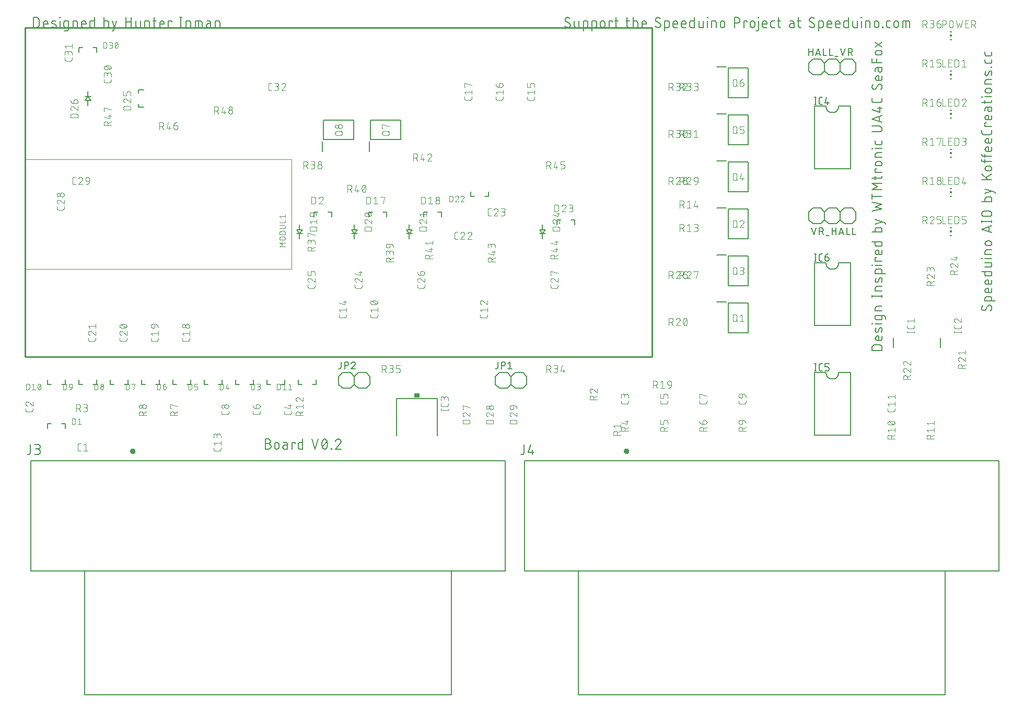
<source format=gbr>
G04 EAGLE Gerber X2 export*
%TF.Part,Single*%
%TF.FileFunction,Legend,Top,1*%
%TF.FilePolarity,Positive*%
%TF.GenerationSoftware,Autodesk,EAGLE,9.1.3*%
%TF.CreationDate,2020-03-16T01:18:41Z*%
G75*
%MOMM*%
%FSLAX34Y34*%
%LPD*%
%AMOC8*
5,1,8,0,0,1.08239X$1,22.5*%
G01*
%ADD10C,0.152400*%
%ADD11C,0.101600*%
%ADD12C,0.076200*%
%ADD13C,0.127000*%
%ADD14C,0.200000*%
%ADD15C,0.203200*%
%ADD16R,0.863600X0.762000*%
%ADD17R,0.300000X0.150000*%
%ADD18R,0.300000X0.300000*%
%ADD19C,0.254000*%
%ADD20C,0.000000*%
%ADD21C,0.400000*%


D10*
X1566418Y372671D02*
X1566416Y372789D01*
X1566410Y372907D01*
X1566401Y373025D01*
X1566387Y373142D01*
X1566370Y373259D01*
X1566349Y373376D01*
X1566324Y373491D01*
X1566295Y373606D01*
X1566262Y373720D01*
X1566226Y373832D01*
X1566186Y373943D01*
X1566143Y374053D01*
X1566096Y374162D01*
X1566046Y374269D01*
X1565991Y374374D01*
X1565934Y374477D01*
X1565873Y374578D01*
X1565809Y374678D01*
X1565742Y374775D01*
X1565672Y374870D01*
X1565598Y374962D01*
X1565522Y375053D01*
X1565442Y375140D01*
X1565360Y375225D01*
X1565275Y375307D01*
X1565188Y375387D01*
X1565097Y375463D01*
X1565005Y375537D01*
X1564910Y375607D01*
X1564813Y375674D01*
X1564713Y375738D01*
X1564612Y375799D01*
X1564509Y375856D01*
X1564404Y375911D01*
X1564297Y375961D01*
X1564188Y376008D01*
X1564078Y376051D01*
X1563967Y376091D01*
X1563855Y376127D01*
X1563741Y376160D01*
X1563626Y376189D01*
X1563511Y376214D01*
X1563394Y376235D01*
X1563277Y376252D01*
X1563160Y376266D01*
X1563042Y376275D01*
X1562924Y376281D01*
X1562806Y376283D01*
X1566418Y372671D02*
X1566416Y372488D01*
X1566409Y372306D01*
X1566398Y372124D01*
X1566383Y371942D01*
X1566363Y371760D01*
X1566340Y371579D01*
X1566311Y371399D01*
X1566279Y371219D01*
X1566242Y371040D01*
X1566201Y370863D01*
X1566155Y370686D01*
X1566106Y370510D01*
X1566052Y370336D01*
X1565994Y370162D01*
X1565932Y369991D01*
X1565866Y369821D01*
X1565795Y369652D01*
X1565721Y369485D01*
X1565643Y369320D01*
X1565561Y369157D01*
X1565475Y368996D01*
X1565385Y368837D01*
X1565291Y368680D01*
X1565194Y368526D01*
X1565093Y368374D01*
X1564988Y368224D01*
X1564880Y368077D01*
X1564769Y367933D01*
X1564654Y367791D01*
X1564535Y367652D01*
X1564413Y367516D01*
X1564288Y367383D01*
X1564160Y367253D01*
X1553774Y367705D02*
X1553656Y367707D01*
X1553538Y367713D01*
X1553420Y367722D01*
X1553303Y367736D01*
X1553186Y367753D01*
X1553069Y367774D01*
X1552954Y367799D01*
X1552839Y367828D01*
X1552725Y367861D01*
X1552613Y367897D01*
X1552502Y367937D01*
X1552392Y367980D01*
X1552283Y368027D01*
X1552176Y368077D01*
X1552071Y368132D01*
X1551968Y368189D01*
X1551867Y368250D01*
X1551767Y368314D01*
X1551670Y368381D01*
X1551575Y368451D01*
X1551483Y368525D01*
X1551392Y368601D01*
X1551305Y368681D01*
X1551220Y368763D01*
X1551138Y368848D01*
X1551058Y368935D01*
X1550982Y369026D01*
X1550908Y369118D01*
X1550838Y369213D01*
X1550771Y369310D01*
X1550707Y369410D01*
X1550646Y369511D01*
X1550589Y369614D01*
X1550534Y369719D01*
X1550484Y369826D01*
X1550437Y369935D01*
X1550394Y370045D01*
X1550354Y370156D01*
X1550318Y370268D01*
X1550285Y370382D01*
X1550256Y370497D01*
X1550231Y370612D01*
X1550210Y370729D01*
X1550193Y370846D01*
X1550179Y370963D01*
X1550170Y371081D01*
X1550164Y371199D01*
X1550162Y371317D01*
X1550164Y371478D01*
X1550170Y371640D01*
X1550179Y371801D01*
X1550193Y371962D01*
X1550210Y372122D01*
X1550231Y372282D01*
X1550256Y372442D01*
X1550285Y372601D01*
X1550317Y372759D01*
X1550353Y372916D01*
X1550393Y373072D01*
X1550437Y373228D01*
X1550485Y373382D01*
X1550536Y373535D01*
X1550590Y373687D01*
X1550649Y373838D01*
X1550710Y373987D01*
X1550776Y374134D01*
X1550845Y374280D01*
X1550917Y374425D01*
X1550993Y374567D01*
X1551072Y374708D01*
X1551154Y374847D01*
X1551240Y374983D01*
X1551329Y375118D01*
X1551421Y375251D01*
X1551517Y375381D01*
X1556935Y369510D02*
X1556873Y369409D01*
X1556808Y369309D01*
X1556739Y369212D01*
X1556667Y369117D01*
X1556593Y369024D01*
X1556515Y368934D01*
X1556434Y368846D01*
X1556351Y368761D01*
X1556265Y368679D01*
X1556176Y368600D01*
X1556085Y368523D01*
X1555991Y368450D01*
X1555895Y368379D01*
X1555797Y368312D01*
X1555697Y368248D01*
X1555594Y368187D01*
X1555490Y368130D01*
X1555384Y368076D01*
X1555276Y368026D01*
X1555167Y367979D01*
X1555056Y367935D01*
X1554944Y367895D01*
X1554830Y367859D01*
X1554716Y367827D01*
X1554600Y367798D01*
X1554484Y367773D01*
X1554367Y367752D01*
X1554249Y367735D01*
X1554131Y367721D01*
X1554012Y367712D01*
X1553893Y367706D01*
X1553774Y367704D01*
X1559645Y374478D02*
X1559707Y374579D01*
X1559772Y374679D01*
X1559841Y374776D01*
X1559913Y374871D01*
X1559987Y374964D01*
X1560065Y375054D01*
X1560146Y375142D01*
X1560229Y375227D01*
X1560315Y375309D01*
X1560404Y375388D01*
X1560495Y375465D01*
X1560589Y375538D01*
X1560685Y375609D01*
X1560783Y375676D01*
X1560883Y375740D01*
X1560986Y375801D01*
X1561090Y375858D01*
X1561196Y375912D01*
X1561304Y375962D01*
X1561413Y376009D01*
X1561524Y376053D01*
X1561636Y376093D01*
X1561750Y376129D01*
X1561864Y376161D01*
X1561980Y376190D01*
X1562096Y376215D01*
X1562213Y376236D01*
X1562331Y376253D01*
X1562449Y376267D01*
X1562568Y376276D01*
X1562687Y376282D01*
X1562806Y376284D01*
X1559645Y374477D02*
X1556935Y369510D01*
X1555581Y382818D02*
X1571837Y382818D01*
X1555581Y382818D02*
X1555581Y387334D01*
X1555583Y387438D01*
X1555589Y387541D01*
X1555599Y387645D01*
X1555613Y387748D01*
X1555631Y387850D01*
X1555652Y387951D01*
X1555678Y388052D01*
X1555707Y388151D01*
X1555740Y388250D01*
X1555777Y388347D01*
X1555818Y388442D01*
X1555862Y388536D01*
X1555910Y388628D01*
X1555961Y388718D01*
X1556016Y388807D01*
X1556074Y388893D01*
X1556136Y388976D01*
X1556200Y389058D01*
X1556268Y389136D01*
X1556338Y389212D01*
X1556411Y389286D01*
X1556488Y389356D01*
X1556566Y389424D01*
X1556648Y389488D01*
X1556731Y389550D01*
X1556817Y389608D01*
X1556906Y389663D01*
X1556996Y389714D01*
X1557088Y389762D01*
X1557182Y389806D01*
X1557277Y389847D01*
X1557374Y389884D01*
X1557473Y389917D01*
X1557572Y389946D01*
X1557673Y389972D01*
X1557774Y389993D01*
X1557876Y390011D01*
X1557979Y390025D01*
X1558083Y390035D01*
X1558186Y390041D01*
X1558290Y390043D01*
X1563709Y390043D01*
X1563810Y390041D01*
X1563911Y390035D01*
X1564012Y390026D01*
X1564113Y390013D01*
X1564213Y389996D01*
X1564312Y389975D01*
X1564410Y389951D01*
X1564507Y389923D01*
X1564604Y389891D01*
X1564699Y389856D01*
X1564792Y389817D01*
X1564884Y389775D01*
X1564975Y389729D01*
X1565064Y389680D01*
X1565150Y389628D01*
X1565235Y389572D01*
X1565318Y389514D01*
X1565398Y389452D01*
X1565476Y389387D01*
X1565552Y389320D01*
X1565625Y389250D01*
X1565695Y389177D01*
X1565762Y389101D01*
X1565827Y389023D01*
X1565889Y388943D01*
X1565947Y388860D01*
X1566003Y388775D01*
X1566055Y388689D01*
X1566104Y388600D01*
X1566150Y388509D01*
X1566192Y388417D01*
X1566231Y388324D01*
X1566266Y388229D01*
X1566298Y388132D01*
X1566326Y388035D01*
X1566350Y387937D01*
X1566371Y387838D01*
X1566388Y387738D01*
X1566401Y387637D01*
X1566410Y387536D01*
X1566416Y387435D01*
X1566418Y387334D01*
X1566418Y382818D01*
X1566418Y399001D02*
X1566418Y403517D01*
X1566418Y399001D02*
X1566416Y398900D01*
X1566410Y398799D01*
X1566401Y398698D01*
X1566388Y398597D01*
X1566371Y398497D01*
X1566350Y398398D01*
X1566326Y398300D01*
X1566298Y398203D01*
X1566266Y398106D01*
X1566231Y398011D01*
X1566192Y397918D01*
X1566150Y397826D01*
X1566104Y397735D01*
X1566055Y397647D01*
X1566003Y397560D01*
X1565947Y397475D01*
X1565889Y397392D01*
X1565827Y397312D01*
X1565762Y397234D01*
X1565695Y397158D01*
X1565625Y397085D01*
X1565552Y397015D01*
X1565476Y396948D01*
X1565398Y396883D01*
X1565318Y396821D01*
X1565235Y396763D01*
X1565150Y396707D01*
X1565064Y396655D01*
X1564975Y396606D01*
X1564884Y396560D01*
X1564792Y396518D01*
X1564699Y396479D01*
X1564604Y396444D01*
X1564507Y396412D01*
X1564410Y396384D01*
X1564312Y396360D01*
X1564213Y396339D01*
X1564113Y396322D01*
X1564012Y396309D01*
X1563911Y396300D01*
X1563810Y396294D01*
X1563709Y396292D01*
X1559193Y396292D01*
X1559074Y396294D01*
X1558954Y396300D01*
X1558835Y396310D01*
X1558717Y396324D01*
X1558598Y396341D01*
X1558481Y396363D01*
X1558364Y396388D01*
X1558249Y396418D01*
X1558134Y396451D01*
X1558020Y396488D01*
X1557908Y396528D01*
X1557797Y396573D01*
X1557688Y396621D01*
X1557580Y396672D01*
X1557474Y396727D01*
X1557370Y396786D01*
X1557268Y396848D01*
X1557168Y396913D01*
X1557070Y396982D01*
X1556974Y397054D01*
X1556881Y397129D01*
X1556791Y397206D01*
X1556703Y397287D01*
X1556618Y397371D01*
X1556536Y397458D01*
X1556456Y397547D01*
X1556380Y397639D01*
X1556306Y397733D01*
X1556236Y397830D01*
X1556169Y397928D01*
X1556105Y398029D01*
X1556045Y398133D01*
X1555988Y398238D01*
X1555935Y398345D01*
X1555885Y398453D01*
X1555839Y398563D01*
X1555797Y398675D01*
X1555758Y398788D01*
X1555723Y398902D01*
X1555692Y399017D01*
X1555664Y399134D01*
X1555641Y399251D01*
X1555621Y399368D01*
X1555605Y399487D01*
X1555593Y399606D01*
X1555585Y399725D01*
X1555581Y399844D01*
X1555581Y399964D01*
X1555585Y400083D01*
X1555593Y400202D01*
X1555605Y400321D01*
X1555621Y400440D01*
X1555641Y400557D01*
X1555664Y400674D01*
X1555692Y400791D01*
X1555723Y400906D01*
X1555758Y401020D01*
X1555797Y401133D01*
X1555839Y401245D01*
X1555885Y401355D01*
X1555935Y401463D01*
X1555988Y401570D01*
X1556045Y401675D01*
X1556105Y401779D01*
X1556169Y401880D01*
X1556236Y401978D01*
X1556306Y402075D01*
X1556380Y402169D01*
X1556456Y402261D01*
X1556536Y402350D01*
X1556618Y402437D01*
X1556703Y402521D01*
X1556791Y402602D01*
X1556881Y402679D01*
X1556974Y402754D01*
X1557070Y402826D01*
X1557168Y402895D01*
X1557268Y402960D01*
X1557370Y403022D01*
X1557474Y403081D01*
X1557580Y403136D01*
X1557688Y403187D01*
X1557797Y403235D01*
X1557908Y403280D01*
X1558020Y403320D01*
X1558134Y403357D01*
X1558249Y403390D01*
X1558364Y403420D01*
X1558481Y403445D01*
X1558598Y403467D01*
X1558717Y403484D01*
X1558835Y403498D01*
X1558954Y403508D01*
X1559074Y403514D01*
X1559193Y403516D01*
X1559193Y403517D02*
X1560999Y403517D01*
X1560999Y396292D01*
X1566418Y412548D02*
X1566418Y417064D01*
X1566418Y412548D02*
X1566416Y412447D01*
X1566410Y412346D01*
X1566401Y412245D01*
X1566388Y412144D01*
X1566371Y412044D01*
X1566350Y411945D01*
X1566326Y411847D01*
X1566298Y411750D01*
X1566266Y411653D01*
X1566231Y411558D01*
X1566192Y411465D01*
X1566150Y411373D01*
X1566104Y411282D01*
X1566055Y411194D01*
X1566003Y411107D01*
X1565947Y411022D01*
X1565889Y410939D01*
X1565827Y410859D01*
X1565762Y410781D01*
X1565695Y410705D01*
X1565625Y410632D01*
X1565552Y410562D01*
X1565476Y410495D01*
X1565398Y410430D01*
X1565318Y410368D01*
X1565235Y410310D01*
X1565150Y410254D01*
X1565064Y410202D01*
X1564975Y410153D01*
X1564884Y410107D01*
X1564792Y410065D01*
X1564699Y410026D01*
X1564604Y409991D01*
X1564507Y409959D01*
X1564410Y409931D01*
X1564312Y409907D01*
X1564213Y409886D01*
X1564113Y409869D01*
X1564012Y409856D01*
X1563911Y409847D01*
X1563810Y409841D01*
X1563709Y409839D01*
X1559193Y409839D01*
X1559074Y409841D01*
X1558954Y409847D01*
X1558835Y409857D01*
X1558717Y409871D01*
X1558598Y409888D01*
X1558481Y409910D01*
X1558364Y409935D01*
X1558249Y409965D01*
X1558134Y409998D01*
X1558020Y410035D01*
X1557908Y410075D01*
X1557797Y410120D01*
X1557688Y410168D01*
X1557580Y410219D01*
X1557474Y410274D01*
X1557370Y410333D01*
X1557268Y410395D01*
X1557168Y410460D01*
X1557070Y410529D01*
X1556974Y410601D01*
X1556881Y410676D01*
X1556791Y410753D01*
X1556703Y410834D01*
X1556618Y410918D01*
X1556536Y411005D01*
X1556456Y411094D01*
X1556380Y411186D01*
X1556306Y411280D01*
X1556236Y411377D01*
X1556169Y411475D01*
X1556105Y411576D01*
X1556045Y411680D01*
X1555988Y411785D01*
X1555935Y411892D01*
X1555885Y412000D01*
X1555839Y412110D01*
X1555797Y412222D01*
X1555758Y412335D01*
X1555723Y412449D01*
X1555692Y412564D01*
X1555664Y412681D01*
X1555641Y412798D01*
X1555621Y412915D01*
X1555605Y413034D01*
X1555593Y413153D01*
X1555585Y413272D01*
X1555581Y413391D01*
X1555581Y413511D01*
X1555585Y413630D01*
X1555593Y413749D01*
X1555605Y413868D01*
X1555621Y413987D01*
X1555641Y414104D01*
X1555664Y414221D01*
X1555692Y414338D01*
X1555723Y414453D01*
X1555758Y414567D01*
X1555797Y414680D01*
X1555839Y414792D01*
X1555885Y414902D01*
X1555935Y415010D01*
X1555988Y415117D01*
X1556045Y415222D01*
X1556105Y415326D01*
X1556169Y415427D01*
X1556236Y415525D01*
X1556306Y415622D01*
X1556380Y415716D01*
X1556456Y415808D01*
X1556536Y415897D01*
X1556618Y415984D01*
X1556703Y416068D01*
X1556791Y416149D01*
X1556881Y416226D01*
X1556974Y416301D01*
X1557070Y416373D01*
X1557168Y416442D01*
X1557268Y416507D01*
X1557370Y416569D01*
X1557474Y416628D01*
X1557580Y416683D01*
X1557688Y416734D01*
X1557797Y416782D01*
X1557908Y416827D01*
X1558020Y416867D01*
X1558134Y416904D01*
X1558249Y416937D01*
X1558364Y416967D01*
X1558481Y416992D01*
X1558598Y417014D01*
X1558717Y417031D01*
X1558835Y417045D01*
X1558954Y417055D01*
X1559074Y417061D01*
X1559193Y417063D01*
X1559193Y417064D02*
X1560999Y417064D01*
X1560999Y409839D01*
X1566418Y430538D02*
X1550162Y430538D01*
X1566418Y430538D02*
X1566418Y426022D01*
X1566416Y425921D01*
X1566410Y425820D01*
X1566401Y425719D01*
X1566388Y425618D01*
X1566371Y425518D01*
X1566350Y425419D01*
X1566326Y425321D01*
X1566298Y425224D01*
X1566266Y425127D01*
X1566231Y425032D01*
X1566192Y424939D01*
X1566150Y424847D01*
X1566104Y424756D01*
X1566055Y424668D01*
X1566003Y424581D01*
X1565947Y424496D01*
X1565889Y424413D01*
X1565827Y424333D01*
X1565762Y424255D01*
X1565695Y424179D01*
X1565625Y424106D01*
X1565552Y424036D01*
X1565476Y423969D01*
X1565398Y423904D01*
X1565318Y423842D01*
X1565235Y423784D01*
X1565150Y423728D01*
X1565064Y423676D01*
X1564975Y423627D01*
X1564884Y423581D01*
X1564792Y423539D01*
X1564699Y423500D01*
X1564604Y423465D01*
X1564507Y423433D01*
X1564410Y423405D01*
X1564312Y423381D01*
X1564213Y423360D01*
X1564113Y423343D01*
X1564012Y423330D01*
X1563911Y423321D01*
X1563810Y423315D01*
X1563709Y423313D01*
X1558290Y423313D01*
X1558189Y423315D01*
X1558088Y423321D01*
X1557987Y423330D01*
X1557886Y423343D01*
X1557786Y423360D01*
X1557687Y423381D01*
X1557589Y423405D01*
X1557492Y423433D01*
X1557395Y423465D01*
X1557300Y423500D01*
X1557207Y423539D01*
X1557115Y423581D01*
X1557024Y423627D01*
X1556936Y423676D01*
X1556849Y423728D01*
X1556764Y423784D01*
X1556681Y423842D01*
X1556601Y423904D01*
X1556523Y423969D01*
X1556447Y424036D01*
X1556374Y424106D01*
X1556304Y424179D01*
X1556237Y424255D01*
X1556172Y424333D01*
X1556110Y424413D01*
X1556052Y424496D01*
X1555996Y424581D01*
X1555944Y424668D01*
X1555895Y424756D01*
X1555849Y424847D01*
X1555807Y424939D01*
X1555768Y425032D01*
X1555733Y425127D01*
X1555701Y425224D01*
X1555673Y425321D01*
X1555649Y425419D01*
X1555628Y425518D01*
X1555611Y425618D01*
X1555598Y425719D01*
X1555589Y425820D01*
X1555583Y425921D01*
X1555581Y426022D01*
X1555581Y430538D01*
X1555581Y437975D02*
X1563709Y437975D01*
X1563810Y437977D01*
X1563911Y437983D01*
X1564012Y437992D01*
X1564113Y438005D01*
X1564213Y438022D01*
X1564312Y438043D01*
X1564410Y438067D01*
X1564507Y438095D01*
X1564604Y438127D01*
X1564699Y438162D01*
X1564792Y438201D01*
X1564884Y438243D01*
X1564975Y438289D01*
X1565064Y438338D01*
X1565150Y438390D01*
X1565235Y438446D01*
X1565318Y438504D01*
X1565398Y438566D01*
X1565476Y438631D01*
X1565552Y438698D01*
X1565625Y438768D01*
X1565695Y438841D01*
X1565762Y438917D01*
X1565827Y438995D01*
X1565889Y439075D01*
X1565947Y439158D01*
X1566003Y439243D01*
X1566055Y439330D01*
X1566104Y439418D01*
X1566150Y439509D01*
X1566192Y439601D01*
X1566231Y439694D01*
X1566266Y439789D01*
X1566298Y439886D01*
X1566326Y439983D01*
X1566350Y440081D01*
X1566371Y440180D01*
X1566388Y440280D01*
X1566401Y440381D01*
X1566410Y440482D01*
X1566416Y440583D01*
X1566418Y440684D01*
X1566418Y445200D01*
X1555581Y445200D01*
X1555581Y452008D02*
X1566418Y452008D01*
X1551065Y451557D02*
X1550162Y451557D01*
X1550162Y452460D01*
X1551065Y452460D01*
X1551065Y451557D01*
X1555581Y458817D02*
X1566418Y458817D01*
X1555581Y458817D02*
X1555581Y463332D01*
X1555583Y463436D01*
X1555589Y463539D01*
X1555599Y463643D01*
X1555613Y463746D01*
X1555631Y463848D01*
X1555652Y463949D01*
X1555678Y464050D01*
X1555707Y464149D01*
X1555740Y464248D01*
X1555777Y464345D01*
X1555818Y464440D01*
X1555862Y464534D01*
X1555910Y464626D01*
X1555961Y464716D01*
X1556016Y464805D01*
X1556074Y464891D01*
X1556136Y464974D01*
X1556200Y465056D01*
X1556268Y465134D01*
X1556338Y465210D01*
X1556411Y465284D01*
X1556488Y465354D01*
X1556566Y465422D01*
X1556648Y465486D01*
X1556731Y465548D01*
X1556817Y465606D01*
X1556906Y465661D01*
X1556996Y465712D01*
X1557088Y465760D01*
X1557182Y465804D01*
X1557277Y465845D01*
X1557374Y465882D01*
X1557473Y465915D01*
X1557572Y465944D01*
X1557673Y465970D01*
X1557774Y465991D01*
X1557876Y466009D01*
X1557979Y466023D01*
X1558083Y466033D01*
X1558186Y466039D01*
X1558290Y466041D01*
X1558290Y466042D02*
X1566418Y466042D01*
X1562806Y472885D02*
X1559193Y472885D01*
X1559074Y472887D01*
X1558954Y472893D01*
X1558835Y472903D01*
X1558717Y472917D01*
X1558598Y472934D01*
X1558481Y472956D01*
X1558364Y472981D01*
X1558249Y473011D01*
X1558134Y473044D01*
X1558020Y473081D01*
X1557908Y473121D01*
X1557797Y473166D01*
X1557688Y473214D01*
X1557580Y473265D01*
X1557474Y473320D01*
X1557370Y473379D01*
X1557268Y473441D01*
X1557168Y473506D01*
X1557070Y473575D01*
X1556974Y473647D01*
X1556881Y473722D01*
X1556791Y473799D01*
X1556703Y473880D01*
X1556618Y473964D01*
X1556536Y474051D01*
X1556456Y474140D01*
X1556380Y474232D01*
X1556306Y474326D01*
X1556236Y474423D01*
X1556169Y474521D01*
X1556105Y474622D01*
X1556045Y474726D01*
X1555988Y474831D01*
X1555935Y474938D01*
X1555885Y475046D01*
X1555839Y475156D01*
X1555797Y475268D01*
X1555758Y475381D01*
X1555723Y475495D01*
X1555692Y475610D01*
X1555664Y475727D01*
X1555641Y475844D01*
X1555621Y475961D01*
X1555605Y476080D01*
X1555593Y476199D01*
X1555585Y476318D01*
X1555581Y476437D01*
X1555581Y476557D01*
X1555585Y476676D01*
X1555593Y476795D01*
X1555605Y476914D01*
X1555621Y477033D01*
X1555641Y477150D01*
X1555664Y477267D01*
X1555692Y477384D01*
X1555723Y477499D01*
X1555758Y477613D01*
X1555797Y477726D01*
X1555839Y477838D01*
X1555885Y477948D01*
X1555935Y478056D01*
X1555988Y478163D01*
X1556045Y478268D01*
X1556105Y478372D01*
X1556169Y478473D01*
X1556236Y478571D01*
X1556306Y478668D01*
X1556380Y478762D01*
X1556456Y478854D01*
X1556536Y478943D01*
X1556618Y479030D01*
X1556703Y479114D01*
X1556791Y479195D01*
X1556881Y479272D01*
X1556974Y479347D01*
X1557070Y479419D01*
X1557168Y479488D01*
X1557268Y479553D01*
X1557370Y479615D01*
X1557474Y479674D01*
X1557580Y479729D01*
X1557688Y479780D01*
X1557797Y479828D01*
X1557908Y479873D01*
X1558020Y479913D01*
X1558134Y479950D01*
X1558249Y479983D01*
X1558364Y480013D01*
X1558481Y480038D01*
X1558598Y480060D01*
X1558717Y480077D01*
X1558835Y480091D01*
X1558954Y480101D01*
X1559074Y480107D01*
X1559193Y480109D01*
X1559193Y480110D02*
X1562806Y480110D01*
X1562806Y480109D02*
X1562925Y480107D01*
X1563045Y480101D01*
X1563164Y480091D01*
X1563282Y480077D01*
X1563401Y480060D01*
X1563518Y480038D01*
X1563635Y480013D01*
X1563750Y479983D01*
X1563865Y479950D01*
X1563979Y479913D01*
X1564091Y479873D01*
X1564202Y479828D01*
X1564311Y479780D01*
X1564419Y479729D01*
X1564525Y479674D01*
X1564629Y479615D01*
X1564731Y479553D01*
X1564831Y479488D01*
X1564929Y479419D01*
X1565025Y479347D01*
X1565118Y479272D01*
X1565208Y479195D01*
X1565296Y479114D01*
X1565381Y479030D01*
X1565463Y478943D01*
X1565543Y478854D01*
X1565619Y478762D01*
X1565693Y478668D01*
X1565763Y478571D01*
X1565830Y478473D01*
X1565894Y478372D01*
X1565954Y478268D01*
X1566011Y478163D01*
X1566064Y478056D01*
X1566114Y477948D01*
X1566160Y477838D01*
X1566202Y477726D01*
X1566241Y477613D01*
X1566276Y477499D01*
X1566307Y477384D01*
X1566335Y477267D01*
X1566358Y477150D01*
X1566378Y477033D01*
X1566394Y476914D01*
X1566406Y476795D01*
X1566414Y476676D01*
X1566418Y476557D01*
X1566418Y476437D01*
X1566414Y476318D01*
X1566406Y476199D01*
X1566394Y476080D01*
X1566378Y475961D01*
X1566358Y475844D01*
X1566335Y475727D01*
X1566307Y475610D01*
X1566276Y475495D01*
X1566241Y475381D01*
X1566202Y475268D01*
X1566160Y475156D01*
X1566114Y475046D01*
X1566064Y474938D01*
X1566011Y474831D01*
X1565954Y474726D01*
X1565894Y474622D01*
X1565830Y474521D01*
X1565763Y474423D01*
X1565693Y474326D01*
X1565619Y474232D01*
X1565543Y474140D01*
X1565463Y474051D01*
X1565381Y473964D01*
X1565296Y473880D01*
X1565208Y473799D01*
X1565118Y473722D01*
X1565025Y473647D01*
X1564929Y473575D01*
X1564831Y473506D01*
X1564731Y473441D01*
X1564629Y473379D01*
X1564525Y473320D01*
X1564419Y473265D01*
X1564311Y473214D01*
X1564202Y473166D01*
X1564091Y473121D01*
X1563979Y473081D01*
X1563865Y473044D01*
X1563750Y473011D01*
X1563635Y472981D01*
X1563518Y472956D01*
X1563401Y472934D01*
X1563282Y472917D01*
X1563164Y472903D01*
X1563045Y472893D01*
X1562925Y472887D01*
X1562806Y472885D01*
X1566418Y494004D02*
X1550162Y499423D01*
X1566418Y504842D01*
X1562354Y503487D02*
X1562354Y495359D01*
X1566418Y511928D02*
X1550162Y511928D01*
X1566418Y510122D02*
X1566418Y513734D01*
X1550162Y513734D02*
X1550162Y510122D01*
X1554678Y519917D02*
X1561902Y519917D01*
X1554678Y519917D02*
X1554545Y519919D01*
X1554413Y519925D01*
X1554281Y519935D01*
X1554149Y519948D01*
X1554017Y519966D01*
X1553887Y519987D01*
X1553756Y520012D01*
X1553627Y520041D01*
X1553499Y520074D01*
X1553371Y520110D01*
X1553245Y520150D01*
X1553120Y520194D01*
X1552996Y520242D01*
X1552874Y520293D01*
X1552753Y520348D01*
X1552634Y520406D01*
X1552516Y520468D01*
X1552401Y520533D01*
X1552287Y520602D01*
X1552176Y520673D01*
X1552067Y520749D01*
X1551960Y520827D01*
X1551855Y520908D01*
X1551753Y520993D01*
X1551653Y521080D01*
X1551556Y521170D01*
X1551461Y521263D01*
X1551370Y521359D01*
X1551281Y521457D01*
X1551195Y521558D01*
X1551112Y521662D01*
X1551032Y521768D01*
X1550956Y521876D01*
X1550882Y521986D01*
X1550812Y522099D01*
X1550745Y522213D01*
X1550682Y522330D01*
X1550622Y522448D01*
X1550565Y522568D01*
X1550512Y522690D01*
X1550463Y522813D01*
X1550417Y522937D01*
X1550375Y523063D01*
X1550337Y523190D01*
X1550302Y523318D01*
X1550271Y523447D01*
X1550244Y523576D01*
X1550221Y523707D01*
X1550201Y523838D01*
X1550186Y523970D01*
X1550174Y524102D01*
X1550166Y524234D01*
X1550162Y524367D01*
X1550162Y524499D01*
X1550166Y524632D01*
X1550174Y524764D01*
X1550186Y524896D01*
X1550201Y525028D01*
X1550221Y525159D01*
X1550244Y525290D01*
X1550271Y525419D01*
X1550302Y525548D01*
X1550337Y525676D01*
X1550375Y525803D01*
X1550417Y525929D01*
X1550463Y526053D01*
X1550512Y526176D01*
X1550565Y526298D01*
X1550622Y526418D01*
X1550682Y526536D01*
X1550745Y526653D01*
X1550812Y526767D01*
X1550882Y526880D01*
X1550956Y526990D01*
X1551032Y527098D01*
X1551112Y527204D01*
X1551195Y527308D01*
X1551281Y527409D01*
X1551370Y527507D01*
X1551461Y527603D01*
X1551556Y527696D01*
X1551653Y527786D01*
X1551753Y527873D01*
X1551855Y527958D01*
X1551960Y528039D01*
X1552067Y528117D01*
X1552176Y528193D01*
X1552287Y528264D01*
X1552401Y528333D01*
X1552516Y528398D01*
X1552634Y528460D01*
X1552753Y528518D01*
X1552874Y528573D01*
X1552996Y528624D01*
X1553120Y528672D01*
X1553245Y528716D01*
X1553371Y528756D01*
X1553499Y528792D01*
X1553627Y528825D01*
X1553756Y528854D01*
X1553887Y528879D01*
X1554017Y528900D01*
X1554149Y528918D01*
X1554281Y528931D01*
X1554413Y528941D01*
X1554545Y528947D01*
X1554678Y528949D01*
X1561902Y528949D01*
X1562035Y528947D01*
X1562167Y528941D01*
X1562299Y528931D01*
X1562431Y528918D01*
X1562563Y528900D01*
X1562693Y528879D01*
X1562824Y528854D01*
X1562953Y528825D01*
X1563081Y528792D01*
X1563209Y528756D01*
X1563335Y528716D01*
X1563460Y528672D01*
X1563584Y528624D01*
X1563706Y528573D01*
X1563827Y528518D01*
X1563946Y528460D01*
X1564064Y528398D01*
X1564179Y528333D01*
X1564293Y528264D01*
X1564404Y528193D01*
X1564513Y528117D01*
X1564620Y528039D01*
X1564725Y527958D01*
X1564827Y527873D01*
X1564927Y527786D01*
X1565024Y527696D01*
X1565119Y527603D01*
X1565210Y527507D01*
X1565299Y527409D01*
X1565385Y527308D01*
X1565468Y527204D01*
X1565548Y527098D01*
X1565624Y526990D01*
X1565698Y526880D01*
X1565768Y526767D01*
X1565835Y526653D01*
X1565898Y526536D01*
X1565958Y526418D01*
X1566015Y526298D01*
X1566068Y526176D01*
X1566117Y526053D01*
X1566163Y525929D01*
X1566205Y525803D01*
X1566243Y525676D01*
X1566278Y525548D01*
X1566309Y525419D01*
X1566336Y525290D01*
X1566359Y525159D01*
X1566379Y525028D01*
X1566394Y524896D01*
X1566406Y524764D01*
X1566414Y524632D01*
X1566418Y524499D01*
X1566418Y524367D01*
X1566414Y524234D01*
X1566406Y524102D01*
X1566394Y523970D01*
X1566379Y523838D01*
X1566359Y523707D01*
X1566336Y523576D01*
X1566309Y523447D01*
X1566278Y523318D01*
X1566243Y523190D01*
X1566205Y523063D01*
X1566163Y522937D01*
X1566117Y522813D01*
X1566068Y522690D01*
X1566015Y522568D01*
X1565958Y522448D01*
X1565898Y522330D01*
X1565835Y522213D01*
X1565768Y522099D01*
X1565698Y521986D01*
X1565624Y521876D01*
X1565548Y521768D01*
X1565468Y521662D01*
X1565385Y521558D01*
X1565299Y521457D01*
X1565210Y521359D01*
X1565119Y521263D01*
X1565024Y521170D01*
X1564927Y521080D01*
X1564827Y520993D01*
X1564725Y520908D01*
X1564620Y520827D01*
X1564513Y520749D01*
X1564404Y520673D01*
X1564293Y520602D01*
X1564179Y520533D01*
X1564064Y520468D01*
X1563946Y520406D01*
X1563827Y520348D01*
X1563706Y520293D01*
X1563584Y520242D01*
X1563460Y520194D01*
X1563335Y520150D01*
X1563209Y520110D01*
X1563081Y520074D01*
X1562953Y520041D01*
X1562824Y520012D01*
X1562693Y519987D01*
X1562563Y519966D01*
X1562431Y519948D01*
X1562299Y519935D01*
X1562167Y519925D01*
X1562035Y519919D01*
X1561902Y519917D01*
X1566418Y544341D02*
X1550162Y544341D01*
X1566418Y544341D02*
X1566418Y548856D01*
X1566416Y548957D01*
X1566410Y549058D01*
X1566401Y549159D01*
X1566388Y549260D01*
X1566371Y549360D01*
X1566350Y549459D01*
X1566326Y549557D01*
X1566298Y549654D01*
X1566266Y549751D01*
X1566231Y549846D01*
X1566192Y549939D01*
X1566150Y550031D01*
X1566104Y550122D01*
X1566055Y550211D01*
X1566003Y550297D01*
X1565947Y550382D01*
X1565889Y550465D01*
X1565827Y550545D01*
X1565762Y550623D01*
X1565695Y550699D01*
X1565625Y550772D01*
X1565552Y550842D01*
X1565476Y550909D01*
X1565398Y550974D01*
X1565318Y551036D01*
X1565235Y551094D01*
X1565150Y551150D01*
X1565064Y551202D01*
X1564975Y551251D01*
X1564884Y551297D01*
X1564792Y551339D01*
X1564699Y551378D01*
X1564604Y551413D01*
X1564507Y551445D01*
X1564410Y551473D01*
X1564312Y551497D01*
X1564213Y551518D01*
X1564113Y551535D01*
X1564012Y551548D01*
X1563911Y551557D01*
X1563810Y551563D01*
X1563709Y551565D01*
X1558290Y551565D01*
X1558189Y551563D01*
X1558088Y551557D01*
X1557987Y551548D01*
X1557886Y551535D01*
X1557786Y551518D01*
X1557687Y551497D01*
X1557589Y551473D01*
X1557492Y551445D01*
X1557395Y551413D01*
X1557300Y551378D01*
X1557207Y551339D01*
X1557115Y551297D01*
X1557024Y551251D01*
X1556936Y551202D01*
X1556849Y551150D01*
X1556764Y551094D01*
X1556681Y551036D01*
X1556601Y550974D01*
X1556523Y550909D01*
X1556447Y550842D01*
X1556374Y550772D01*
X1556304Y550699D01*
X1556237Y550623D01*
X1556172Y550545D01*
X1556110Y550465D01*
X1556052Y550382D01*
X1555996Y550297D01*
X1555944Y550211D01*
X1555895Y550122D01*
X1555849Y550031D01*
X1555807Y549939D01*
X1555768Y549846D01*
X1555733Y549751D01*
X1555701Y549654D01*
X1555673Y549557D01*
X1555649Y549459D01*
X1555628Y549360D01*
X1555611Y549260D01*
X1555598Y549159D01*
X1555589Y549058D01*
X1555583Y548957D01*
X1555581Y548856D01*
X1555581Y544341D01*
X1571837Y557293D02*
X1571837Y559100D01*
X1555581Y564518D01*
X1555581Y557293D02*
X1566418Y560906D01*
X1566418Y579527D02*
X1550162Y579527D01*
X1550162Y588558D02*
X1560096Y579527D01*
X1556484Y583139D02*
X1566418Y588558D01*
X1562806Y594287D02*
X1559193Y594287D01*
X1559193Y594288D02*
X1559074Y594290D01*
X1558954Y594296D01*
X1558835Y594306D01*
X1558717Y594320D01*
X1558598Y594337D01*
X1558481Y594359D01*
X1558364Y594384D01*
X1558249Y594414D01*
X1558134Y594447D01*
X1558020Y594484D01*
X1557908Y594524D01*
X1557797Y594569D01*
X1557688Y594617D01*
X1557580Y594668D01*
X1557474Y594723D01*
X1557370Y594782D01*
X1557268Y594844D01*
X1557168Y594909D01*
X1557070Y594978D01*
X1556974Y595050D01*
X1556881Y595125D01*
X1556791Y595202D01*
X1556703Y595283D01*
X1556618Y595367D01*
X1556536Y595454D01*
X1556456Y595543D01*
X1556380Y595635D01*
X1556306Y595729D01*
X1556236Y595826D01*
X1556169Y595924D01*
X1556105Y596025D01*
X1556045Y596129D01*
X1555988Y596234D01*
X1555935Y596341D01*
X1555885Y596449D01*
X1555839Y596559D01*
X1555797Y596671D01*
X1555758Y596784D01*
X1555723Y596898D01*
X1555692Y597013D01*
X1555664Y597130D01*
X1555641Y597247D01*
X1555621Y597364D01*
X1555605Y597483D01*
X1555593Y597602D01*
X1555585Y597721D01*
X1555581Y597840D01*
X1555581Y597960D01*
X1555585Y598079D01*
X1555593Y598198D01*
X1555605Y598317D01*
X1555621Y598436D01*
X1555641Y598553D01*
X1555664Y598670D01*
X1555692Y598787D01*
X1555723Y598902D01*
X1555758Y599016D01*
X1555797Y599129D01*
X1555839Y599241D01*
X1555885Y599351D01*
X1555935Y599459D01*
X1555988Y599566D01*
X1556045Y599671D01*
X1556105Y599775D01*
X1556169Y599876D01*
X1556236Y599974D01*
X1556306Y600071D01*
X1556380Y600165D01*
X1556456Y600257D01*
X1556536Y600346D01*
X1556618Y600433D01*
X1556703Y600517D01*
X1556791Y600598D01*
X1556881Y600675D01*
X1556974Y600750D01*
X1557070Y600822D01*
X1557168Y600891D01*
X1557268Y600956D01*
X1557370Y601018D01*
X1557474Y601077D01*
X1557580Y601132D01*
X1557688Y601183D01*
X1557797Y601231D01*
X1557908Y601276D01*
X1558020Y601316D01*
X1558134Y601353D01*
X1558249Y601386D01*
X1558364Y601416D01*
X1558481Y601441D01*
X1558598Y601463D01*
X1558717Y601480D01*
X1558835Y601494D01*
X1558954Y601504D01*
X1559074Y601510D01*
X1559193Y601512D01*
X1562806Y601512D01*
X1562925Y601510D01*
X1563045Y601504D01*
X1563164Y601494D01*
X1563282Y601480D01*
X1563401Y601463D01*
X1563518Y601441D01*
X1563635Y601416D01*
X1563750Y601386D01*
X1563865Y601353D01*
X1563979Y601316D01*
X1564091Y601276D01*
X1564202Y601231D01*
X1564311Y601183D01*
X1564419Y601132D01*
X1564525Y601077D01*
X1564629Y601018D01*
X1564731Y600956D01*
X1564831Y600891D01*
X1564929Y600822D01*
X1565025Y600750D01*
X1565118Y600675D01*
X1565208Y600598D01*
X1565296Y600517D01*
X1565381Y600433D01*
X1565463Y600346D01*
X1565543Y600257D01*
X1565619Y600165D01*
X1565693Y600071D01*
X1565763Y599974D01*
X1565830Y599876D01*
X1565894Y599775D01*
X1565954Y599671D01*
X1566011Y599566D01*
X1566064Y599459D01*
X1566114Y599351D01*
X1566160Y599241D01*
X1566202Y599129D01*
X1566241Y599016D01*
X1566276Y598902D01*
X1566307Y598787D01*
X1566335Y598670D01*
X1566358Y598553D01*
X1566378Y598436D01*
X1566394Y598317D01*
X1566406Y598198D01*
X1566414Y598079D01*
X1566418Y597960D01*
X1566418Y597840D01*
X1566414Y597721D01*
X1566406Y597602D01*
X1566394Y597483D01*
X1566378Y597364D01*
X1566358Y597247D01*
X1566335Y597130D01*
X1566307Y597013D01*
X1566276Y596898D01*
X1566241Y596784D01*
X1566202Y596671D01*
X1566160Y596559D01*
X1566114Y596449D01*
X1566064Y596341D01*
X1566011Y596234D01*
X1565954Y596129D01*
X1565894Y596025D01*
X1565830Y595924D01*
X1565763Y595826D01*
X1565693Y595729D01*
X1565619Y595635D01*
X1565543Y595543D01*
X1565463Y595454D01*
X1565381Y595367D01*
X1565296Y595283D01*
X1565208Y595202D01*
X1565118Y595125D01*
X1565025Y595050D01*
X1564929Y594978D01*
X1564831Y594909D01*
X1564731Y594844D01*
X1564629Y594782D01*
X1564525Y594723D01*
X1564419Y594668D01*
X1564311Y594617D01*
X1564202Y594569D01*
X1564091Y594524D01*
X1563979Y594484D01*
X1563865Y594447D01*
X1563750Y594414D01*
X1563635Y594384D01*
X1563518Y594359D01*
X1563401Y594337D01*
X1563282Y594320D01*
X1563164Y594306D01*
X1563045Y594296D01*
X1562925Y594290D01*
X1562806Y594288D01*
X1566418Y608722D02*
X1552871Y608722D01*
X1552767Y608724D01*
X1552664Y608730D01*
X1552560Y608740D01*
X1552457Y608754D01*
X1552355Y608772D01*
X1552254Y608793D01*
X1552153Y608819D01*
X1552054Y608848D01*
X1551955Y608881D01*
X1551858Y608918D01*
X1551763Y608959D01*
X1551669Y609003D01*
X1551577Y609051D01*
X1551487Y609102D01*
X1551398Y609157D01*
X1551312Y609215D01*
X1551229Y609277D01*
X1551147Y609341D01*
X1551069Y609409D01*
X1550993Y609479D01*
X1550919Y609552D01*
X1550849Y609629D01*
X1550781Y609707D01*
X1550717Y609789D01*
X1550655Y609872D01*
X1550597Y609958D01*
X1550542Y610047D01*
X1550491Y610137D01*
X1550443Y610229D01*
X1550399Y610323D01*
X1550358Y610418D01*
X1550321Y610515D01*
X1550288Y610614D01*
X1550259Y610713D01*
X1550233Y610814D01*
X1550212Y610915D01*
X1550194Y611017D01*
X1550180Y611120D01*
X1550170Y611224D01*
X1550164Y611327D01*
X1550162Y611431D01*
X1550162Y612334D01*
X1555581Y612334D02*
X1555581Y606916D01*
X1552871Y617580D02*
X1566418Y617580D01*
X1552871Y617580D02*
X1552767Y617582D01*
X1552664Y617588D01*
X1552560Y617598D01*
X1552457Y617612D01*
X1552355Y617630D01*
X1552254Y617651D01*
X1552153Y617677D01*
X1552054Y617706D01*
X1551955Y617739D01*
X1551858Y617776D01*
X1551763Y617817D01*
X1551669Y617861D01*
X1551577Y617909D01*
X1551487Y617960D01*
X1551398Y618015D01*
X1551312Y618073D01*
X1551229Y618135D01*
X1551147Y618199D01*
X1551069Y618267D01*
X1550993Y618337D01*
X1550919Y618410D01*
X1550849Y618487D01*
X1550781Y618565D01*
X1550717Y618647D01*
X1550655Y618730D01*
X1550597Y618816D01*
X1550542Y618905D01*
X1550491Y618995D01*
X1550443Y619087D01*
X1550399Y619181D01*
X1550358Y619276D01*
X1550321Y619373D01*
X1550288Y619472D01*
X1550259Y619571D01*
X1550233Y619672D01*
X1550212Y619773D01*
X1550194Y619875D01*
X1550180Y619978D01*
X1550170Y620082D01*
X1550164Y620185D01*
X1550162Y620289D01*
X1550162Y621192D01*
X1555581Y621192D02*
X1555581Y615774D01*
X1566418Y628259D02*
X1566418Y632775D01*
X1566418Y628259D02*
X1566416Y628158D01*
X1566410Y628057D01*
X1566401Y627956D01*
X1566388Y627855D01*
X1566371Y627755D01*
X1566350Y627656D01*
X1566326Y627558D01*
X1566298Y627461D01*
X1566266Y627364D01*
X1566231Y627269D01*
X1566192Y627176D01*
X1566150Y627084D01*
X1566104Y626993D01*
X1566055Y626905D01*
X1566003Y626818D01*
X1565947Y626733D01*
X1565889Y626650D01*
X1565827Y626570D01*
X1565762Y626492D01*
X1565695Y626416D01*
X1565625Y626343D01*
X1565552Y626273D01*
X1565476Y626206D01*
X1565398Y626141D01*
X1565318Y626079D01*
X1565235Y626021D01*
X1565150Y625965D01*
X1565064Y625913D01*
X1564975Y625864D01*
X1564884Y625818D01*
X1564792Y625776D01*
X1564699Y625737D01*
X1564604Y625702D01*
X1564507Y625670D01*
X1564410Y625642D01*
X1564312Y625618D01*
X1564213Y625597D01*
X1564113Y625580D01*
X1564012Y625567D01*
X1563911Y625558D01*
X1563810Y625552D01*
X1563709Y625550D01*
X1559193Y625550D01*
X1559074Y625552D01*
X1558954Y625558D01*
X1558835Y625568D01*
X1558717Y625582D01*
X1558598Y625599D01*
X1558481Y625621D01*
X1558364Y625646D01*
X1558249Y625676D01*
X1558134Y625709D01*
X1558020Y625746D01*
X1557908Y625786D01*
X1557797Y625831D01*
X1557688Y625879D01*
X1557580Y625930D01*
X1557474Y625985D01*
X1557370Y626044D01*
X1557268Y626106D01*
X1557168Y626171D01*
X1557070Y626240D01*
X1556974Y626312D01*
X1556881Y626387D01*
X1556791Y626464D01*
X1556703Y626545D01*
X1556618Y626629D01*
X1556536Y626716D01*
X1556456Y626805D01*
X1556380Y626897D01*
X1556306Y626991D01*
X1556236Y627088D01*
X1556169Y627186D01*
X1556105Y627287D01*
X1556045Y627391D01*
X1555988Y627496D01*
X1555935Y627603D01*
X1555885Y627711D01*
X1555839Y627821D01*
X1555797Y627933D01*
X1555758Y628046D01*
X1555723Y628160D01*
X1555692Y628275D01*
X1555664Y628392D01*
X1555641Y628509D01*
X1555621Y628626D01*
X1555605Y628745D01*
X1555593Y628864D01*
X1555585Y628983D01*
X1555581Y629102D01*
X1555581Y629222D01*
X1555585Y629341D01*
X1555593Y629460D01*
X1555605Y629579D01*
X1555621Y629698D01*
X1555641Y629815D01*
X1555664Y629932D01*
X1555692Y630049D01*
X1555723Y630164D01*
X1555758Y630278D01*
X1555797Y630391D01*
X1555839Y630503D01*
X1555885Y630613D01*
X1555935Y630721D01*
X1555988Y630828D01*
X1556045Y630933D01*
X1556105Y631037D01*
X1556169Y631138D01*
X1556236Y631236D01*
X1556306Y631333D01*
X1556380Y631427D01*
X1556456Y631519D01*
X1556536Y631608D01*
X1556618Y631695D01*
X1556703Y631779D01*
X1556791Y631860D01*
X1556881Y631937D01*
X1556974Y632012D01*
X1557070Y632084D01*
X1557168Y632153D01*
X1557268Y632218D01*
X1557370Y632280D01*
X1557474Y632339D01*
X1557580Y632394D01*
X1557688Y632445D01*
X1557797Y632493D01*
X1557908Y632538D01*
X1558020Y632578D01*
X1558134Y632615D01*
X1558249Y632648D01*
X1558364Y632678D01*
X1558481Y632703D01*
X1558598Y632725D01*
X1558717Y632742D01*
X1558835Y632756D01*
X1558954Y632766D01*
X1559074Y632772D01*
X1559193Y632774D01*
X1559193Y632775D02*
X1560999Y632775D01*
X1560999Y625550D01*
X1566418Y641806D02*
X1566418Y646322D01*
X1566418Y641806D02*
X1566416Y641705D01*
X1566410Y641604D01*
X1566401Y641503D01*
X1566388Y641402D01*
X1566371Y641302D01*
X1566350Y641203D01*
X1566326Y641105D01*
X1566298Y641008D01*
X1566266Y640911D01*
X1566231Y640816D01*
X1566192Y640723D01*
X1566150Y640631D01*
X1566104Y640540D01*
X1566055Y640452D01*
X1566003Y640365D01*
X1565947Y640280D01*
X1565889Y640197D01*
X1565827Y640117D01*
X1565762Y640039D01*
X1565695Y639963D01*
X1565625Y639890D01*
X1565552Y639820D01*
X1565476Y639753D01*
X1565398Y639688D01*
X1565318Y639626D01*
X1565235Y639568D01*
X1565150Y639512D01*
X1565064Y639460D01*
X1564975Y639411D01*
X1564884Y639365D01*
X1564792Y639323D01*
X1564699Y639284D01*
X1564604Y639249D01*
X1564507Y639217D01*
X1564410Y639189D01*
X1564312Y639165D01*
X1564213Y639144D01*
X1564113Y639127D01*
X1564012Y639114D01*
X1563911Y639105D01*
X1563810Y639099D01*
X1563709Y639097D01*
X1559193Y639097D01*
X1559074Y639099D01*
X1558954Y639105D01*
X1558835Y639115D01*
X1558717Y639129D01*
X1558598Y639146D01*
X1558481Y639168D01*
X1558364Y639193D01*
X1558249Y639223D01*
X1558134Y639256D01*
X1558020Y639293D01*
X1557908Y639333D01*
X1557797Y639378D01*
X1557688Y639426D01*
X1557580Y639477D01*
X1557474Y639532D01*
X1557370Y639591D01*
X1557268Y639653D01*
X1557168Y639718D01*
X1557070Y639787D01*
X1556974Y639859D01*
X1556881Y639934D01*
X1556791Y640011D01*
X1556703Y640092D01*
X1556618Y640176D01*
X1556536Y640263D01*
X1556456Y640352D01*
X1556380Y640444D01*
X1556306Y640538D01*
X1556236Y640635D01*
X1556169Y640733D01*
X1556105Y640834D01*
X1556045Y640938D01*
X1555988Y641043D01*
X1555935Y641150D01*
X1555885Y641258D01*
X1555839Y641368D01*
X1555797Y641480D01*
X1555758Y641593D01*
X1555723Y641707D01*
X1555692Y641822D01*
X1555664Y641939D01*
X1555641Y642056D01*
X1555621Y642173D01*
X1555605Y642292D01*
X1555593Y642411D01*
X1555585Y642530D01*
X1555581Y642649D01*
X1555581Y642769D01*
X1555585Y642888D01*
X1555593Y643007D01*
X1555605Y643126D01*
X1555621Y643245D01*
X1555641Y643362D01*
X1555664Y643479D01*
X1555692Y643596D01*
X1555723Y643711D01*
X1555758Y643825D01*
X1555797Y643938D01*
X1555839Y644050D01*
X1555885Y644160D01*
X1555935Y644268D01*
X1555988Y644375D01*
X1556045Y644480D01*
X1556105Y644584D01*
X1556169Y644685D01*
X1556236Y644783D01*
X1556306Y644880D01*
X1556380Y644974D01*
X1556456Y645066D01*
X1556536Y645155D01*
X1556618Y645242D01*
X1556703Y645326D01*
X1556791Y645407D01*
X1556881Y645484D01*
X1556974Y645559D01*
X1557070Y645631D01*
X1557168Y645700D01*
X1557268Y645765D01*
X1557370Y645827D01*
X1557474Y645886D01*
X1557580Y645941D01*
X1557688Y645992D01*
X1557797Y646040D01*
X1557908Y646085D01*
X1558020Y646125D01*
X1558134Y646162D01*
X1558249Y646195D01*
X1558364Y646225D01*
X1558481Y646250D01*
X1558598Y646272D01*
X1558717Y646289D01*
X1558835Y646303D01*
X1558954Y646313D01*
X1559074Y646319D01*
X1559193Y646321D01*
X1559193Y646322D02*
X1560999Y646322D01*
X1560999Y639097D01*
X1566418Y656356D02*
X1566418Y659968D01*
X1566418Y656356D02*
X1566416Y656238D01*
X1566410Y656120D01*
X1566401Y656002D01*
X1566387Y655885D01*
X1566370Y655768D01*
X1566349Y655651D01*
X1566324Y655536D01*
X1566295Y655421D01*
X1566262Y655307D01*
X1566226Y655195D01*
X1566186Y655084D01*
X1566143Y654974D01*
X1566096Y654865D01*
X1566046Y654758D01*
X1565991Y654653D01*
X1565934Y654550D01*
X1565873Y654449D01*
X1565809Y654349D01*
X1565742Y654252D01*
X1565672Y654157D01*
X1565598Y654065D01*
X1565522Y653974D01*
X1565442Y653887D01*
X1565360Y653802D01*
X1565275Y653720D01*
X1565188Y653640D01*
X1565097Y653564D01*
X1565005Y653490D01*
X1564910Y653420D01*
X1564813Y653353D01*
X1564713Y653289D01*
X1564612Y653228D01*
X1564509Y653171D01*
X1564404Y653116D01*
X1564297Y653066D01*
X1564188Y653019D01*
X1564078Y652976D01*
X1563967Y652936D01*
X1563855Y652900D01*
X1563741Y652867D01*
X1563626Y652838D01*
X1563511Y652813D01*
X1563394Y652792D01*
X1563277Y652775D01*
X1563160Y652761D01*
X1563042Y652752D01*
X1562924Y652746D01*
X1562806Y652744D01*
X1562806Y652743D02*
X1553774Y652743D01*
X1553656Y652745D01*
X1553538Y652751D01*
X1553420Y652760D01*
X1553302Y652774D01*
X1553185Y652791D01*
X1553069Y652812D01*
X1552954Y652837D01*
X1552839Y652866D01*
X1552725Y652899D01*
X1552613Y652935D01*
X1552501Y652975D01*
X1552391Y653018D01*
X1552283Y653065D01*
X1552176Y653116D01*
X1552071Y653170D01*
X1551968Y653227D01*
X1551866Y653288D01*
X1551767Y653352D01*
X1551670Y653419D01*
X1551575Y653490D01*
X1551482Y653563D01*
X1551392Y653640D01*
X1551304Y653719D01*
X1551219Y653801D01*
X1551137Y653886D01*
X1551058Y653974D01*
X1550981Y654064D01*
X1550908Y654157D01*
X1550837Y654251D01*
X1550770Y654349D01*
X1550706Y654448D01*
X1550645Y654549D01*
X1550588Y654653D01*
X1550534Y654758D01*
X1550483Y654865D01*
X1550436Y654973D01*
X1550393Y655083D01*
X1550353Y655195D01*
X1550317Y655307D01*
X1550284Y655421D01*
X1550255Y655536D01*
X1550230Y655651D01*
X1550209Y655767D01*
X1550192Y655884D01*
X1550178Y656002D01*
X1550169Y656120D01*
X1550163Y656238D01*
X1550161Y656356D01*
X1550162Y656356D02*
X1550162Y659968D01*
X1555581Y666276D02*
X1566418Y666276D01*
X1555581Y666276D02*
X1555581Y671694D01*
X1557387Y671694D01*
X1566418Y679321D02*
X1566418Y683836D01*
X1566418Y679321D02*
X1566416Y679220D01*
X1566410Y679119D01*
X1566401Y679018D01*
X1566388Y678917D01*
X1566371Y678817D01*
X1566350Y678718D01*
X1566326Y678620D01*
X1566298Y678523D01*
X1566266Y678426D01*
X1566231Y678331D01*
X1566192Y678238D01*
X1566150Y678146D01*
X1566104Y678055D01*
X1566055Y677967D01*
X1566003Y677880D01*
X1565947Y677795D01*
X1565889Y677712D01*
X1565827Y677632D01*
X1565762Y677554D01*
X1565695Y677478D01*
X1565625Y677405D01*
X1565552Y677335D01*
X1565476Y677268D01*
X1565398Y677203D01*
X1565318Y677141D01*
X1565235Y677083D01*
X1565150Y677027D01*
X1565064Y676975D01*
X1564975Y676926D01*
X1564884Y676880D01*
X1564792Y676838D01*
X1564699Y676799D01*
X1564604Y676764D01*
X1564507Y676732D01*
X1564410Y676704D01*
X1564312Y676680D01*
X1564213Y676659D01*
X1564113Y676642D01*
X1564012Y676629D01*
X1563911Y676620D01*
X1563810Y676614D01*
X1563709Y676612D01*
X1559193Y676612D01*
X1559074Y676614D01*
X1558954Y676620D01*
X1558835Y676630D01*
X1558717Y676644D01*
X1558598Y676661D01*
X1558481Y676683D01*
X1558364Y676708D01*
X1558249Y676738D01*
X1558134Y676771D01*
X1558020Y676808D01*
X1557908Y676848D01*
X1557797Y676893D01*
X1557688Y676941D01*
X1557580Y676992D01*
X1557474Y677047D01*
X1557370Y677106D01*
X1557268Y677168D01*
X1557168Y677233D01*
X1557070Y677302D01*
X1556974Y677374D01*
X1556881Y677449D01*
X1556791Y677526D01*
X1556703Y677607D01*
X1556618Y677691D01*
X1556536Y677778D01*
X1556456Y677867D01*
X1556380Y677959D01*
X1556306Y678053D01*
X1556236Y678150D01*
X1556169Y678248D01*
X1556105Y678349D01*
X1556045Y678453D01*
X1555988Y678558D01*
X1555935Y678665D01*
X1555885Y678773D01*
X1555839Y678883D01*
X1555797Y678995D01*
X1555758Y679108D01*
X1555723Y679222D01*
X1555692Y679337D01*
X1555664Y679454D01*
X1555641Y679571D01*
X1555621Y679688D01*
X1555605Y679807D01*
X1555593Y679926D01*
X1555585Y680045D01*
X1555581Y680164D01*
X1555581Y680284D01*
X1555585Y680403D01*
X1555593Y680522D01*
X1555605Y680641D01*
X1555621Y680760D01*
X1555641Y680877D01*
X1555664Y680994D01*
X1555692Y681111D01*
X1555723Y681226D01*
X1555758Y681340D01*
X1555797Y681453D01*
X1555839Y681565D01*
X1555885Y681675D01*
X1555935Y681783D01*
X1555988Y681890D01*
X1556045Y681995D01*
X1556105Y682099D01*
X1556169Y682200D01*
X1556236Y682298D01*
X1556306Y682395D01*
X1556380Y682489D01*
X1556456Y682581D01*
X1556536Y682670D01*
X1556618Y682757D01*
X1556703Y682841D01*
X1556791Y682922D01*
X1556881Y682999D01*
X1556974Y683074D01*
X1557070Y683146D01*
X1557168Y683215D01*
X1557268Y683280D01*
X1557370Y683342D01*
X1557474Y683401D01*
X1557580Y683456D01*
X1557688Y683507D01*
X1557797Y683555D01*
X1557908Y683600D01*
X1558020Y683640D01*
X1558134Y683677D01*
X1558249Y683710D01*
X1558364Y683740D01*
X1558481Y683765D01*
X1558598Y683787D01*
X1558717Y683804D01*
X1558835Y683818D01*
X1558954Y683828D01*
X1559074Y683834D01*
X1559193Y683836D01*
X1560999Y683836D01*
X1560999Y676612D01*
X1560096Y693246D02*
X1560096Y697310D01*
X1560096Y693246D02*
X1560098Y693134D01*
X1560104Y693023D01*
X1560114Y692912D01*
X1560127Y692801D01*
X1560145Y692691D01*
X1560167Y692582D01*
X1560192Y692473D01*
X1560221Y692365D01*
X1560254Y692259D01*
X1560291Y692153D01*
X1560331Y692049D01*
X1560375Y691947D01*
X1560423Y691846D01*
X1560474Y691747D01*
X1560529Y691649D01*
X1560587Y691554D01*
X1560648Y691461D01*
X1560713Y691370D01*
X1560781Y691281D01*
X1560852Y691195D01*
X1560925Y691112D01*
X1561002Y691031D01*
X1561082Y690952D01*
X1561164Y690877D01*
X1561249Y690805D01*
X1561336Y690735D01*
X1561426Y690669D01*
X1561518Y690606D01*
X1561613Y690546D01*
X1561709Y690490D01*
X1561807Y690437D01*
X1561907Y690388D01*
X1562009Y690342D01*
X1562112Y690300D01*
X1562217Y690261D01*
X1562323Y690226D01*
X1562430Y690195D01*
X1562538Y690168D01*
X1562647Y690144D01*
X1562757Y690125D01*
X1562867Y690109D01*
X1562978Y690097D01*
X1563090Y690089D01*
X1563201Y690085D01*
X1563313Y690085D01*
X1563424Y690089D01*
X1563536Y690097D01*
X1563647Y690109D01*
X1563757Y690125D01*
X1563867Y690144D01*
X1563976Y690168D01*
X1564084Y690195D01*
X1564191Y690226D01*
X1564297Y690261D01*
X1564402Y690300D01*
X1564505Y690342D01*
X1564607Y690388D01*
X1564707Y690437D01*
X1564805Y690490D01*
X1564901Y690546D01*
X1564996Y690606D01*
X1565088Y690669D01*
X1565178Y690735D01*
X1565265Y690805D01*
X1565350Y690877D01*
X1565432Y690952D01*
X1565512Y691031D01*
X1565589Y691112D01*
X1565662Y691195D01*
X1565733Y691281D01*
X1565801Y691370D01*
X1565866Y691461D01*
X1565927Y691554D01*
X1565985Y691649D01*
X1566040Y691747D01*
X1566091Y691846D01*
X1566139Y691947D01*
X1566183Y692049D01*
X1566223Y692153D01*
X1566260Y692259D01*
X1566293Y692365D01*
X1566322Y692473D01*
X1566347Y692582D01*
X1566369Y692691D01*
X1566387Y692801D01*
X1566400Y692912D01*
X1566410Y693023D01*
X1566416Y693134D01*
X1566418Y693246D01*
X1566418Y697310D01*
X1558290Y697310D01*
X1558189Y697308D01*
X1558088Y697302D01*
X1557987Y697293D01*
X1557886Y697280D01*
X1557786Y697263D01*
X1557687Y697242D01*
X1557589Y697218D01*
X1557492Y697190D01*
X1557395Y697158D01*
X1557300Y697123D01*
X1557207Y697084D01*
X1557115Y697042D01*
X1557024Y696996D01*
X1556936Y696947D01*
X1556849Y696895D01*
X1556764Y696839D01*
X1556681Y696781D01*
X1556601Y696719D01*
X1556523Y696654D01*
X1556447Y696587D01*
X1556374Y696517D01*
X1556304Y696444D01*
X1556237Y696368D01*
X1556172Y696290D01*
X1556110Y696210D01*
X1556052Y696127D01*
X1555996Y696042D01*
X1555944Y695956D01*
X1555895Y695867D01*
X1555849Y695776D01*
X1555807Y695684D01*
X1555768Y695591D01*
X1555733Y695496D01*
X1555701Y695399D01*
X1555673Y695302D01*
X1555649Y695204D01*
X1555628Y695105D01*
X1555611Y695005D01*
X1555598Y694904D01*
X1555589Y694803D01*
X1555583Y694702D01*
X1555581Y694601D01*
X1555581Y690988D01*
X1555581Y702929D02*
X1555581Y708348D01*
X1550162Y704736D02*
X1563709Y704736D01*
X1563810Y704738D01*
X1563911Y704744D01*
X1564012Y704753D01*
X1564113Y704766D01*
X1564213Y704783D01*
X1564312Y704804D01*
X1564410Y704828D01*
X1564507Y704856D01*
X1564604Y704888D01*
X1564699Y704923D01*
X1564792Y704962D01*
X1564884Y705004D01*
X1564975Y705050D01*
X1565064Y705099D01*
X1565150Y705151D01*
X1565235Y705207D01*
X1565318Y705265D01*
X1565398Y705327D01*
X1565476Y705392D01*
X1565552Y705459D01*
X1565625Y705529D01*
X1565695Y705602D01*
X1565762Y705678D01*
X1565827Y705756D01*
X1565889Y705836D01*
X1565947Y705919D01*
X1566003Y706004D01*
X1566055Y706091D01*
X1566104Y706179D01*
X1566150Y706270D01*
X1566192Y706362D01*
X1566231Y706455D01*
X1566266Y706550D01*
X1566298Y706647D01*
X1566326Y706744D01*
X1566350Y706842D01*
X1566371Y706941D01*
X1566388Y707041D01*
X1566401Y707142D01*
X1566410Y707243D01*
X1566416Y707344D01*
X1566418Y707445D01*
X1566418Y708348D01*
X1566418Y714092D02*
X1555581Y714092D01*
X1551065Y713640D02*
X1550162Y713640D01*
X1550162Y714543D01*
X1551065Y714543D01*
X1551065Y713640D01*
X1559193Y720379D02*
X1562806Y720379D01*
X1559193Y720379D02*
X1559074Y720381D01*
X1558954Y720387D01*
X1558835Y720397D01*
X1558717Y720411D01*
X1558598Y720428D01*
X1558481Y720450D01*
X1558364Y720475D01*
X1558249Y720505D01*
X1558134Y720538D01*
X1558020Y720575D01*
X1557908Y720615D01*
X1557797Y720660D01*
X1557688Y720708D01*
X1557580Y720759D01*
X1557474Y720814D01*
X1557370Y720873D01*
X1557268Y720935D01*
X1557168Y721000D01*
X1557070Y721069D01*
X1556974Y721141D01*
X1556881Y721216D01*
X1556791Y721293D01*
X1556703Y721374D01*
X1556618Y721458D01*
X1556536Y721545D01*
X1556456Y721634D01*
X1556380Y721726D01*
X1556306Y721820D01*
X1556236Y721917D01*
X1556169Y722015D01*
X1556105Y722116D01*
X1556045Y722220D01*
X1555988Y722325D01*
X1555935Y722432D01*
X1555885Y722540D01*
X1555839Y722650D01*
X1555797Y722762D01*
X1555758Y722875D01*
X1555723Y722989D01*
X1555692Y723104D01*
X1555664Y723221D01*
X1555641Y723338D01*
X1555621Y723455D01*
X1555605Y723574D01*
X1555593Y723693D01*
X1555585Y723812D01*
X1555581Y723931D01*
X1555581Y724051D01*
X1555585Y724170D01*
X1555593Y724289D01*
X1555605Y724408D01*
X1555621Y724527D01*
X1555641Y724644D01*
X1555664Y724761D01*
X1555692Y724878D01*
X1555723Y724993D01*
X1555758Y725107D01*
X1555797Y725220D01*
X1555839Y725332D01*
X1555885Y725442D01*
X1555935Y725550D01*
X1555988Y725657D01*
X1556045Y725762D01*
X1556105Y725866D01*
X1556169Y725967D01*
X1556236Y726065D01*
X1556306Y726162D01*
X1556380Y726256D01*
X1556456Y726348D01*
X1556536Y726437D01*
X1556618Y726524D01*
X1556703Y726608D01*
X1556791Y726689D01*
X1556881Y726766D01*
X1556974Y726841D01*
X1557070Y726913D01*
X1557168Y726982D01*
X1557268Y727047D01*
X1557370Y727109D01*
X1557474Y727168D01*
X1557580Y727223D01*
X1557688Y727274D01*
X1557797Y727322D01*
X1557908Y727367D01*
X1558020Y727407D01*
X1558134Y727444D01*
X1558249Y727477D01*
X1558364Y727507D01*
X1558481Y727532D01*
X1558598Y727554D01*
X1558717Y727571D01*
X1558835Y727585D01*
X1558954Y727595D01*
X1559074Y727601D01*
X1559193Y727603D01*
X1559193Y727604D02*
X1562806Y727604D01*
X1562806Y727603D02*
X1562925Y727601D01*
X1563045Y727595D01*
X1563164Y727585D01*
X1563282Y727571D01*
X1563401Y727554D01*
X1563518Y727532D01*
X1563635Y727507D01*
X1563750Y727477D01*
X1563865Y727444D01*
X1563979Y727407D01*
X1564091Y727367D01*
X1564202Y727322D01*
X1564311Y727274D01*
X1564419Y727223D01*
X1564525Y727168D01*
X1564629Y727109D01*
X1564731Y727047D01*
X1564831Y726982D01*
X1564929Y726913D01*
X1565025Y726841D01*
X1565118Y726766D01*
X1565208Y726689D01*
X1565296Y726608D01*
X1565381Y726524D01*
X1565463Y726437D01*
X1565543Y726348D01*
X1565619Y726256D01*
X1565693Y726162D01*
X1565763Y726065D01*
X1565830Y725967D01*
X1565894Y725866D01*
X1565954Y725762D01*
X1566011Y725657D01*
X1566064Y725550D01*
X1566114Y725442D01*
X1566160Y725332D01*
X1566202Y725220D01*
X1566241Y725107D01*
X1566276Y724993D01*
X1566307Y724878D01*
X1566335Y724761D01*
X1566358Y724644D01*
X1566378Y724527D01*
X1566394Y724408D01*
X1566406Y724289D01*
X1566414Y724170D01*
X1566418Y724051D01*
X1566418Y723931D01*
X1566414Y723812D01*
X1566406Y723693D01*
X1566394Y723574D01*
X1566378Y723455D01*
X1566358Y723338D01*
X1566335Y723221D01*
X1566307Y723104D01*
X1566276Y722989D01*
X1566241Y722875D01*
X1566202Y722762D01*
X1566160Y722650D01*
X1566114Y722540D01*
X1566064Y722432D01*
X1566011Y722325D01*
X1565954Y722220D01*
X1565894Y722116D01*
X1565830Y722015D01*
X1565763Y721917D01*
X1565693Y721820D01*
X1565619Y721726D01*
X1565543Y721634D01*
X1565463Y721545D01*
X1565381Y721458D01*
X1565296Y721374D01*
X1565208Y721293D01*
X1565118Y721216D01*
X1565025Y721141D01*
X1564929Y721069D01*
X1564831Y721000D01*
X1564731Y720935D01*
X1564629Y720873D01*
X1564525Y720814D01*
X1564419Y720759D01*
X1564311Y720708D01*
X1564202Y720660D01*
X1564091Y720615D01*
X1563979Y720575D01*
X1563865Y720538D01*
X1563750Y720505D01*
X1563635Y720475D01*
X1563518Y720450D01*
X1563401Y720428D01*
X1563282Y720411D01*
X1563164Y720397D01*
X1563045Y720387D01*
X1562925Y720381D01*
X1562806Y720379D01*
X1566418Y734447D02*
X1555581Y734447D01*
X1555581Y738963D01*
X1555583Y739067D01*
X1555589Y739170D01*
X1555599Y739274D01*
X1555613Y739377D01*
X1555631Y739479D01*
X1555652Y739580D01*
X1555678Y739681D01*
X1555707Y739780D01*
X1555740Y739879D01*
X1555777Y739976D01*
X1555818Y740071D01*
X1555862Y740165D01*
X1555910Y740257D01*
X1555961Y740347D01*
X1556016Y740436D01*
X1556074Y740522D01*
X1556136Y740605D01*
X1556200Y740687D01*
X1556268Y740765D01*
X1556338Y740841D01*
X1556411Y740915D01*
X1556488Y740985D01*
X1556566Y741053D01*
X1556648Y741117D01*
X1556731Y741179D01*
X1556817Y741237D01*
X1556906Y741292D01*
X1556996Y741343D01*
X1557088Y741391D01*
X1557182Y741435D01*
X1557277Y741476D01*
X1557374Y741513D01*
X1557473Y741546D01*
X1557572Y741575D01*
X1557673Y741601D01*
X1557774Y741622D01*
X1557876Y741640D01*
X1557979Y741654D01*
X1558083Y741664D01*
X1558186Y741670D01*
X1558290Y741672D01*
X1566418Y741672D01*
X1560096Y749870D02*
X1561902Y754385D01*
X1560096Y749869D02*
X1560059Y749781D01*
X1560018Y749695D01*
X1559974Y749610D01*
X1559926Y749527D01*
X1559875Y749447D01*
X1559821Y749368D01*
X1559763Y749292D01*
X1559703Y749218D01*
X1559639Y749146D01*
X1559573Y749078D01*
X1559503Y749012D01*
X1559432Y748949D01*
X1559357Y748888D01*
X1559281Y748831D01*
X1559202Y748778D01*
X1559121Y748727D01*
X1559038Y748680D01*
X1558953Y748636D01*
X1558866Y748596D01*
X1558778Y748559D01*
X1558688Y748526D01*
X1558597Y748496D01*
X1558505Y748471D01*
X1558412Y748449D01*
X1558318Y748431D01*
X1558224Y748416D01*
X1558129Y748406D01*
X1558033Y748400D01*
X1557938Y748397D01*
X1557842Y748398D01*
X1557747Y748404D01*
X1557651Y748413D01*
X1557557Y748426D01*
X1557463Y748442D01*
X1557369Y748463D01*
X1557277Y748488D01*
X1557186Y748516D01*
X1557096Y748548D01*
X1557007Y748583D01*
X1556920Y748622D01*
X1556834Y748665D01*
X1556750Y748711D01*
X1556669Y748761D01*
X1556589Y748813D01*
X1556511Y748869D01*
X1556436Y748929D01*
X1556364Y748991D01*
X1556294Y749056D01*
X1556226Y749124D01*
X1556162Y749194D01*
X1556100Y749267D01*
X1556042Y749343D01*
X1555986Y749421D01*
X1555934Y749501D01*
X1555885Y749583D01*
X1555840Y749667D01*
X1555798Y749753D01*
X1555759Y749840D01*
X1555724Y749929D01*
X1555693Y750020D01*
X1555666Y750111D01*
X1555642Y750204D01*
X1555622Y750297D01*
X1555606Y750391D01*
X1555594Y750486D01*
X1555585Y750581D01*
X1555581Y750677D01*
X1555580Y750772D01*
X1555587Y751019D01*
X1555599Y751265D01*
X1555617Y751511D01*
X1555642Y751757D01*
X1555672Y752001D01*
X1555708Y752245D01*
X1555750Y752488D01*
X1555797Y752730D01*
X1555851Y752971D01*
X1555910Y753210D01*
X1555975Y753448D01*
X1556046Y753685D01*
X1556122Y753919D01*
X1556204Y754152D01*
X1556292Y754382D01*
X1556385Y754610D01*
X1556483Y754837D01*
X1561903Y754386D02*
X1561940Y754474D01*
X1561981Y754560D01*
X1562025Y754645D01*
X1562073Y754728D01*
X1562124Y754808D01*
X1562178Y754887D01*
X1562236Y754963D01*
X1562296Y755037D01*
X1562360Y755109D01*
X1562426Y755177D01*
X1562496Y755243D01*
X1562567Y755306D01*
X1562642Y755367D01*
X1562718Y755424D01*
X1562797Y755477D01*
X1562878Y755528D01*
X1562961Y755575D01*
X1563046Y755619D01*
X1563133Y755659D01*
X1563221Y755696D01*
X1563311Y755729D01*
X1563402Y755759D01*
X1563494Y755784D01*
X1563587Y755806D01*
X1563681Y755824D01*
X1563775Y755839D01*
X1563870Y755849D01*
X1563966Y755855D01*
X1564061Y755858D01*
X1564157Y755857D01*
X1564252Y755851D01*
X1564348Y755842D01*
X1564442Y755829D01*
X1564536Y755813D01*
X1564630Y755792D01*
X1564722Y755767D01*
X1564813Y755739D01*
X1564903Y755707D01*
X1564992Y755672D01*
X1565079Y755633D01*
X1565165Y755590D01*
X1565249Y755544D01*
X1565330Y755494D01*
X1565410Y755442D01*
X1565488Y755386D01*
X1565563Y755326D01*
X1565635Y755264D01*
X1565705Y755199D01*
X1565773Y755131D01*
X1565837Y755061D01*
X1565899Y754988D01*
X1565957Y754912D01*
X1566013Y754834D01*
X1566065Y754754D01*
X1566114Y754672D01*
X1566159Y754588D01*
X1566201Y754502D01*
X1566240Y754415D01*
X1566275Y754326D01*
X1566306Y754235D01*
X1566333Y754144D01*
X1566357Y754051D01*
X1566377Y753958D01*
X1566393Y753864D01*
X1566405Y753769D01*
X1566414Y753674D01*
X1566418Y753578D01*
X1566419Y753483D01*
X1566418Y753482D02*
X1566409Y753120D01*
X1566391Y752758D01*
X1566364Y752397D01*
X1566329Y752037D01*
X1566286Y751677D01*
X1566234Y751318D01*
X1566173Y750961D01*
X1566104Y750606D01*
X1566027Y750252D01*
X1565941Y749900D01*
X1565847Y749550D01*
X1565744Y749202D01*
X1565634Y748857D01*
X1565515Y748515D01*
X1565515Y761576D02*
X1566418Y761576D01*
X1565515Y761576D02*
X1565515Y762479D01*
X1566418Y762479D01*
X1566418Y761576D01*
X1566418Y771042D02*
X1566418Y774654D01*
X1566418Y771042D02*
X1566416Y770941D01*
X1566410Y770840D01*
X1566401Y770739D01*
X1566388Y770638D01*
X1566371Y770538D01*
X1566350Y770439D01*
X1566326Y770341D01*
X1566298Y770244D01*
X1566266Y770147D01*
X1566231Y770052D01*
X1566192Y769959D01*
X1566150Y769867D01*
X1566104Y769776D01*
X1566055Y769688D01*
X1566003Y769601D01*
X1565947Y769516D01*
X1565889Y769433D01*
X1565827Y769353D01*
X1565762Y769275D01*
X1565695Y769199D01*
X1565625Y769126D01*
X1565552Y769056D01*
X1565476Y768989D01*
X1565398Y768924D01*
X1565318Y768862D01*
X1565235Y768804D01*
X1565150Y768748D01*
X1565064Y768696D01*
X1564975Y768647D01*
X1564884Y768601D01*
X1564792Y768559D01*
X1564699Y768520D01*
X1564604Y768485D01*
X1564507Y768453D01*
X1564410Y768425D01*
X1564312Y768401D01*
X1564213Y768380D01*
X1564113Y768363D01*
X1564012Y768350D01*
X1563911Y768341D01*
X1563810Y768335D01*
X1563709Y768333D01*
X1563709Y768332D02*
X1558290Y768332D01*
X1558290Y768333D02*
X1558189Y768335D01*
X1558088Y768341D01*
X1557987Y768350D01*
X1557886Y768363D01*
X1557786Y768380D01*
X1557687Y768401D01*
X1557589Y768425D01*
X1557492Y768453D01*
X1557395Y768485D01*
X1557300Y768520D01*
X1557207Y768559D01*
X1557115Y768601D01*
X1557024Y768647D01*
X1556936Y768696D01*
X1556849Y768748D01*
X1556764Y768804D01*
X1556681Y768862D01*
X1556601Y768924D01*
X1556523Y768989D01*
X1556447Y769056D01*
X1556374Y769126D01*
X1556304Y769199D01*
X1556237Y769275D01*
X1556172Y769353D01*
X1556110Y769433D01*
X1556052Y769516D01*
X1555996Y769601D01*
X1555944Y769688D01*
X1555895Y769776D01*
X1555849Y769867D01*
X1555807Y769959D01*
X1555768Y770052D01*
X1555733Y770147D01*
X1555701Y770244D01*
X1555673Y770341D01*
X1555649Y770439D01*
X1555628Y770538D01*
X1555611Y770638D01*
X1555598Y770739D01*
X1555589Y770840D01*
X1555583Y770941D01*
X1555581Y771042D01*
X1555581Y774654D01*
X1566418Y783026D02*
X1566418Y786638D01*
X1566418Y783026D02*
X1566416Y782925D01*
X1566410Y782824D01*
X1566401Y782723D01*
X1566388Y782622D01*
X1566371Y782522D01*
X1566350Y782423D01*
X1566326Y782325D01*
X1566298Y782228D01*
X1566266Y782131D01*
X1566231Y782036D01*
X1566192Y781943D01*
X1566150Y781851D01*
X1566104Y781760D01*
X1566055Y781672D01*
X1566003Y781585D01*
X1565947Y781500D01*
X1565889Y781417D01*
X1565827Y781337D01*
X1565762Y781259D01*
X1565695Y781183D01*
X1565625Y781110D01*
X1565552Y781040D01*
X1565476Y780973D01*
X1565398Y780908D01*
X1565318Y780846D01*
X1565235Y780788D01*
X1565150Y780732D01*
X1565064Y780680D01*
X1564975Y780631D01*
X1564884Y780585D01*
X1564792Y780543D01*
X1564699Y780504D01*
X1564604Y780469D01*
X1564507Y780437D01*
X1564410Y780409D01*
X1564312Y780385D01*
X1564213Y780364D01*
X1564113Y780347D01*
X1564012Y780334D01*
X1563911Y780325D01*
X1563810Y780319D01*
X1563709Y780317D01*
X1563709Y780316D02*
X1558290Y780316D01*
X1558290Y780317D02*
X1558189Y780319D01*
X1558088Y780325D01*
X1557987Y780334D01*
X1557886Y780347D01*
X1557786Y780364D01*
X1557687Y780385D01*
X1557589Y780409D01*
X1557492Y780437D01*
X1557395Y780469D01*
X1557300Y780504D01*
X1557207Y780543D01*
X1557115Y780585D01*
X1557024Y780631D01*
X1556936Y780680D01*
X1556849Y780732D01*
X1556764Y780788D01*
X1556681Y780846D01*
X1556601Y780908D01*
X1556523Y780973D01*
X1556447Y781040D01*
X1556374Y781110D01*
X1556304Y781183D01*
X1556237Y781259D01*
X1556172Y781337D01*
X1556110Y781417D01*
X1556052Y781500D01*
X1555996Y781585D01*
X1555944Y781672D01*
X1555895Y781760D01*
X1555849Y781851D01*
X1555807Y781943D01*
X1555768Y782036D01*
X1555733Y782131D01*
X1555701Y782228D01*
X1555673Y782325D01*
X1555649Y782423D01*
X1555628Y782522D01*
X1555611Y782622D01*
X1555598Y782723D01*
X1555589Y782824D01*
X1555583Y782925D01*
X1555581Y783026D01*
X1555581Y786638D01*
X13462Y826262D02*
X13462Y842518D01*
X17978Y842518D01*
X18109Y842516D01*
X18241Y842510D01*
X18372Y842501D01*
X18502Y842487D01*
X18633Y842470D01*
X18762Y842449D01*
X18891Y842425D01*
X19019Y842396D01*
X19147Y842364D01*
X19273Y842328D01*
X19398Y842289D01*
X19523Y842246D01*
X19645Y842199D01*
X19767Y842149D01*
X19887Y842095D01*
X20005Y842038D01*
X20121Y841977D01*
X20236Y841913D01*
X20349Y841846D01*
X20460Y841775D01*
X20568Y841701D01*
X20675Y841624D01*
X20779Y841544D01*
X20881Y841461D01*
X20980Y841376D01*
X21077Y841287D01*
X21171Y841195D01*
X21263Y841101D01*
X21352Y841004D01*
X21437Y840905D01*
X21520Y840803D01*
X21600Y840699D01*
X21677Y840592D01*
X21751Y840484D01*
X21822Y840373D01*
X21889Y840260D01*
X21953Y840145D01*
X22014Y840029D01*
X22071Y839911D01*
X22125Y839791D01*
X22175Y839669D01*
X22222Y839547D01*
X22265Y839422D01*
X22304Y839297D01*
X22340Y839171D01*
X22372Y839043D01*
X22401Y838915D01*
X22425Y838786D01*
X22446Y838657D01*
X22463Y838526D01*
X22477Y838396D01*
X22486Y838265D01*
X22492Y838133D01*
X22494Y838002D01*
X22493Y838002D02*
X22493Y830778D01*
X22494Y830778D02*
X22492Y830647D01*
X22486Y830515D01*
X22477Y830384D01*
X22463Y830254D01*
X22446Y830123D01*
X22425Y829994D01*
X22401Y829865D01*
X22372Y829737D01*
X22340Y829609D01*
X22304Y829483D01*
X22265Y829358D01*
X22222Y829233D01*
X22175Y829111D01*
X22125Y828989D01*
X22071Y828869D01*
X22014Y828751D01*
X21953Y828635D01*
X21889Y828520D01*
X21822Y828407D01*
X21751Y828296D01*
X21677Y828188D01*
X21600Y828081D01*
X21520Y827977D01*
X21437Y827875D01*
X21352Y827776D01*
X21263Y827679D01*
X21171Y827585D01*
X21077Y827493D01*
X20980Y827404D01*
X20881Y827319D01*
X20779Y827236D01*
X20675Y827156D01*
X20568Y827079D01*
X20460Y827005D01*
X20349Y826934D01*
X20236Y826867D01*
X20121Y826803D01*
X20005Y826742D01*
X19887Y826685D01*
X19767Y826631D01*
X19645Y826581D01*
X19523Y826534D01*
X19398Y826491D01*
X19273Y826452D01*
X19147Y826416D01*
X19019Y826384D01*
X18891Y826355D01*
X18762Y826331D01*
X18632Y826310D01*
X18502Y826293D01*
X18372Y826279D01*
X18241Y826270D01*
X18109Y826264D01*
X17978Y826262D01*
X13462Y826262D01*
X32185Y826262D02*
X36700Y826262D01*
X32185Y826262D02*
X32084Y826264D01*
X31983Y826270D01*
X31882Y826279D01*
X31781Y826292D01*
X31681Y826309D01*
X31582Y826330D01*
X31484Y826354D01*
X31387Y826382D01*
X31290Y826414D01*
X31195Y826449D01*
X31102Y826488D01*
X31010Y826530D01*
X30919Y826576D01*
X30831Y826625D01*
X30744Y826677D01*
X30659Y826733D01*
X30576Y826791D01*
X30496Y826853D01*
X30418Y826918D01*
X30342Y826985D01*
X30269Y827055D01*
X30199Y827128D01*
X30132Y827204D01*
X30067Y827282D01*
X30005Y827362D01*
X29947Y827445D01*
X29891Y827530D01*
X29839Y827617D01*
X29790Y827705D01*
X29744Y827796D01*
X29702Y827888D01*
X29663Y827981D01*
X29628Y828076D01*
X29596Y828173D01*
X29568Y828270D01*
X29544Y828368D01*
X29523Y828467D01*
X29506Y828567D01*
X29493Y828668D01*
X29484Y828769D01*
X29478Y828870D01*
X29476Y828971D01*
X29475Y828971D02*
X29475Y833487D01*
X29476Y833487D02*
X29478Y833606D01*
X29484Y833726D01*
X29494Y833845D01*
X29508Y833963D01*
X29525Y834082D01*
X29547Y834199D01*
X29572Y834316D01*
X29602Y834431D01*
X29635Y834546D01*
X29672Y834660D01*
X29712Y834772D01*
X29757Y834883D01*
X29805Y834992D01*
X29856Y835100D01*
X29911Y835206D01*
X29970Y835310D01*
X30032Y835412D01*
X30097Y835512D01*
X30166Y835610D01*
X30238Y835706D01*
X30313Y835799D01*
X30390Y835889D01*
X30471Y835977D01*
X30555Y836062D01*
X30642Y836144D01*
X30731Y836224D01*
X30823Y836300D01*
X30917Y836374D01*
X31014Y836444D01*
X31112Y836511D01*
X31213Y836575D01*
X31317Y836635D01*
X31422Y836692D01*
X31529Y836745D01*
X31637Y836795D01*
X31747Y836841D01*
X31859Y836883D01*
X31972Y836922D01*
X32086Y836957D01*
X32201Y836988D01*
X32318Y837016D01*
X32435Y837039D01*
X32552Y837059D01*
X32671Y837075D01*
X32790Y837087D01*
X32909Y837095D01*
X33028Y837099D01*
X33148Y837099D01*
X33267Y837095D01*
X33386Y837087D01*
X33505Y837075D01*
X33624Y837059D01*
X33741Y837039D01*
X33858Y837016D01*
X33975Y836988D01*
X34090Y836957D01*
X34204Y836922D01*
X34317Y836883D01*
X34429Y836841D01*
X34539Y836795D01*
X34647Y836745D01*
X34754Y836692D01*
X34859Y836635D01*
X34963Y836575D01*
X35064Y836511D01*
X35162Y836444D01*
X35259Y836374D01*
X35353Y836300D01*
X35445Y836224D01*
X35534Y836144D01*
X35621Y836062D01*
X35705Y835977D01*
X35786Y835889D01*
X35863Y835799D01*
X35938Y835706D01*
X36010Y835610D01*
X36079Y835512D01*
X36144Y835412D01*
X36206Y835310D01*
X36265Y835206D01*
X36320Y835100D01*
X36371Y834992D01*
X36419Y834883D01*
X36464Y834772D01*
X36504Y834660D01*
X36541Y834546D01*
X36574Y834431D01*
X36604Y834316D01*
X36629Y834199D01*
X36651Y834082D01*
X36668Y833963D01*
X36682Y833845D01*
X36692Y833726D01*
X36698Y833606D01*
X36700Y833487D01*
X36700Y831681D01*
X29475Y831681D01*
X44377Y832584D02*
X48893Y830778D01*
X44377Y832584D02*
X44289Y832621D01*
X44203Y832662D01*
X44118Y832706D01*
X44035Y832754D01*
X43955Y832805D01*
X43876Y832859D01*
X43800Y832917D01*
X43726Y832977D01*
X43654Y833041D01*
X43586Y833107D01*
X43520Y833177D01*
X43457Y833248D01*
X43396Y833323D01*
X43339Y833399D01*
X43286Y833478D01*
X43235Y833559D01*
X43188Y833642D01*
X43144Y833727D01*
X43104Y833814D01*
X43067Y833902D01*
X43034Y833992D01*
X43004Y834083D01*
X42979Y834175D01*
X42957Y834268D01*
X42939Y834362D01*
X42924Y834456D01*
X42914Y834551D01*
X42908Y834647D01*
X42905Y834742D01*
X42906Y834838D01*
X42912Y834933D01*
X42921Y835029D01*
X42934Y835123D01*
X42950Y835217D01*
X42971Y835311D01*
X42996Y835403D01*
X43024Y835494D01*
X43056Y835584D01*
X43091Y835673D01*
X43130Y835760D01*
X43173Y835846D01*
X43219Y835930D01*
X43269Y836011D01*
X43321Y836091D01*
X43377Y836169D01*
X43437Y836244D01*
X43499Y836316D01*
X43564Y836386D01*
X43632Y836454D01*
X43702Y836518D01*
X43775Y836580D01*
X43851Y836638D01*
X43929Y836694D01*
X44009Y836746D01*
X44091Y836795D01*
X44175Y836840D01*
X44261Y836882D01*
X44348Y836921D01*
X44437Y836956D01*
X44528Y836987D01*
X44619Y837014D01*
X44712Y837038D01*
X44805Y837058D01*
X44899Y837074D01*
X44994Y837086D01*
X45089Y837095D01*
X45185Y837099D01*
X45280Y837100D01*
X45527Y837093D01*
X45773Y837081D01*
X46019Y837063D01*
X46265Y837038D01*
X46509Y837008D01*
X46753Y836972D01*
X46996Y836931D01*
X47238Y836883D01*
X47479Y836829D01*
X47718Y836770D01*
X47956Y836705D01*
X48192Y836634D01*
X48427Y836558D01*
X48660Y836476D01*
X48890Y836388D01*
X49118Y836295D01*
X49345Y836197D01*
X48893Y830777D02*
X48981Y830740D01*
X49067Y830699D01*
X49152Y830655D01*
X49235Y830607D01*
X49315Y830556D01*
X49394Y830502D01*
X49470Y830444D01*
X49544Y830384D01*
X49616Y830320D01*
X49684Y830254D01*
X49750Y830184D01*
X49813Y830113D01*
X49874Y830038D01*
X49931Y829962D01*
X49984Y829883D01*
X50035Y829802D01*
X50082Y829719D01*
X50126Y829634D01*
X50166Y829547D01*
X50203Y829459D01*
X50236Y829369D01*
X50266Y829278D01*
X50291Y829186D01*
X50313Y829093D01*
X50331Y828999D01*
X50346Y828905D01*
X50356Y828810D01*
X50362Y828714D01*
X50365Y828619D01*
X50364Y828523D01*
X50358Y828428D01*
X50349Y828332D01*
X50336Y828238D01*
X50320Y828144D01*
X50299Y828050D01*
X50274Y827958D01*
X50246Y827867D01*
X50214Y827777D01*
X50179Y827688D01*
X50140Y827601D01*
X50097Y827515D01*
X50051Y827431D01*
X50001Y827350D01*
X49949Y827270D01*
X49893Y827192D01*
X49833Y827117D01*
X49771Y827045D01*
X49706Y826975D01*
X49638Y826907D01*
X49568Y826843D01*
X49495Y826781D01*
X49419Y826723D01*
X49341Y826667D01*
X49261Y826615D01*
X49179Y826566D01*
X49095Y826521D01*
X49009Y826479D01*
X48922Y826440D01*
X48833Y826405D01*
X48742Y826374D01*
X48651Y826347D01*
X48558Y826323D01*
X48465Y826303D01*
X48371Y826287D01*
X48276Y826275D01*
X48181Y826266D01*
X48085Y826262D01*
X47990Y826261D01*
X47989Y826262D02*
X47627Y826271D01*
X47265Y826289D01*
X46904Y826316D01*
X46544Y826351D01*
X46184Y826394D01*
X45825Y826446D01*
X45468Y826507D01*
X45113Y826576D01*
X44759Y826653D01*
X44407Y826739D01*
X44057Y826833D01*
X43709Y826936D01*
X43364Y827046D01*
X43022Y827165D01*
X56535Y826262D02*
X56535Y837099D01*
X56083Y841615D02*
X56083Y842518D01*
X56986Y842518D01*
X56986Y841615D01*
X56083Y841615D01*
X65458Y826262D02*
X69974Y826262D01*
X65458Y826262D02*
X65357Y826264D01*
X65256Y826270D01*
X65155Y826279D01*
X65054Y826292D01*
X64954Y826309D01*
X64855Y826330D01*
X64757Y826354D01*
X64660Y826382D01*
X64563Y826414D01*
X64468Y826449D01*
X64375Y826488D01*
X64283Y826530D01*
X64192Y826576D01*
X64104Y826625D01*
X64017Y826677D01*
X63932Y826733D01*
X63849Y826791D01*
X63769Y826853D01*
X63691Y826918D01*
X63615Y826985D01*
X63542Y827055D01*
X63472Y827128D01*
X63405Y827204D01*
X63340Y827282D01*
X63278Y827362D01*
X63220Y827445D01*
X63164Y827530D01*
X63112Y827617D01*
X63063Y827705D01*
X63017Y827796D01*
X62975Y827888D01*
X62936Y827981D01*
X62901Y828076D01*
X62869Y828173D01*
X62841Y828270D01*
X62817Y828368D01*
X62796Y828467D01*
X62779Y828567D01*
X62766Y828668D01*
X62757Y828769D01*
X62751Y828870D01*
X62749Y828971D01*
X62749Y834390D01*
X62751Y834491D01*
X62757Y834592D01*
X62766Y834693D01*
X62779Y834794D01*
X62796Y834894D01*
X62817Y834993D01*
X62841Y835091D01*
X62869Y835188D01*
X62901Y835285D01*
X62936Y835380D01*
X62975Y835473D01*
X63017Y835565D01*
X63063Y835656D01*
X63112Y835745D01*
X63164Y835831D01*
X63220Y835916D01*
X63278Y835999D01*
X63340Y836079D01*
X63405Y836157D01*
X63472Y836233D01*
X63542Y836306D01*
X63615Y836376D01*
X63691Y836443D01*
X63769Y836508D01*
X63849Y836570D01*
X63932Y836628D01*
X64017Y836684D01*
X64104Y836736D01*
X64192Y836785D01*
X64283Y836831D01*
X64375Y836873D01*
X64468Y836912D01*
X64563Y836947D01*
X64660Y836979D01*
X64757Y837007D01*
X64855Y837031D01*
X64954Y837052D01*
X65054Y837069D01*
X65155Y837082D01*
X65256Y837091D01*
X65357Y837097D01*
X65458Y837099D01*
X69974Y837099D01*
X69974Y823553D01*
X69973Y823553D02*
X69971Y823449D01*
X69965Y823346D01*
X69955Y823242D01*
X69941Y823139D01*
X69923Y823037D01*
X69902Y822936D01*
X69876Y822835D01*
X69847Y822736D01*
X69814Y822637D01*
X69777Y822540D01*
X69736Y822445D01*
X69692Y822351D01*
X69644Y822259D01*
X69593Y822169D01*
X69538Y822080D01*
X69480Y821994D01*
X69418Y821911D01*
X69354Y821829D01*
X69286Y821751D01*
X69216Y821675D01*
X69143Y821601D01*
X69066Y821531D01*
X68988Y821463D01*
X68906Y821399D01*
X68823Y821337D01*
X68737Y821279D01*
X68648Y821224D01*
X68558Y821173D01*
X68466Y821125D01*
X68372Y821081D01*
X68277Y821040D01*
X68180Y821003D01*
X68081Y820970D01*
X67982Y820941D01*
X67881Y820915D01*
X67780Y820894D01*
X67678Y820876D01*
X67575Y820862D01*
X67471Y820852D01*
X67368Y820846D01*
X67264Y820844D01*
X67264Y820843D02*
X63652Y820843D01*
X77411Y826262D02*
X77411Y837099D01*
X81927Y837099D01*
X82031Y837097D01*
X82134Y837091D01*
X82238Y837081D01*
X82341Y837067D01*
X82443Y837049D01*
X82544Y837028D01*
X82645Y837002D01*
X82744Y836973D01*
X82843Y836940D01*
X82940Y836903D01*
X83035Y836862D01*
X83129Y836818D01*
X83221Y836770D01*
X83311Y836719D01*
X83400Y836664D01*
X83486Y836606D01*
X83569Y836544D01*
X83651Y836480D01*
X83729Y836412D01*
X83805Y836342D01*
X83879Y836269D01*
X83949Y836192D01*
X84017Y836114D01*
X84081Y836032D01*
X84143Y835949D01*
X84201Y835863D01*
X84256Y835774D01*
X84307Y835684D01*
X84355Y835592D01*
X84399Y835498D01*
X84440Y835403D01*
X84477Y835306D01*
X84510Y835207D01*
X84539Y835108D01*
X84565Y835007D01*
X84586Y834906D01*
X84604Y834804D01*
X84618Y834701D01*
X84628Y834597D01*
X84634Y834494D01*
X84636Y834390D01*
X84636Y826262D01*
X94188Y826262D02*
X98704Y826262D01*
X94188Y826262D02*
X94087Y826264D01*
X93986Y826270D01*
X93885Y826279D01*
X93784Y826292D01*
X93684Y826309D01*
X93585Y826330D01*
X93487Y826354D01*
X93390Y826382D01*
X93293Y826414D01*
X93198Y826449D01*
X93105Y826488D01*
X93013Y826530D01*
X92922Y826576D01*
X92834Y826625D01*
X92747Y826677D01*
X92662Y826733D01*
X92579Y826791D01*
X92499Y826853D01*
X92421Y826918D01*
X92345Y826985D01*
X92272Y827055D01*
X92202Y827128D01*
X92135Y827204D01*
X92070Y827282D01*
X92008Y827362D01*
X91950Y827445D01*
X91894Y827530D01*
X91842Y827617D01*
X91793Y827705D01*
X91747Y827796D01*
X91705Y827888D01*
X91666Y827981D01*
X91631Y828076D01*
X91599Y828173D01*
X91571Y828270D01*
X91547Y828368D01*
X91526Y828467D01*
X91509Y828567D01*
X91496Y828668D01*
X91487Y828769D01*
X91481Y828870D01*
X91479Y828971D01*
X91479Y833487D01*
X91480Y833487D02*
X91482Y833606D01*
X91488Y833726D01*
X91498Y833845D01*
X91512Y833963D01*
X91529Y834082D01*
X91551Y834199D01*
X91576Y834316D01*
X91606Y834431D01*
X91639Y834546D01*
X91676Y834660D01*
X91716Y834772D01*
X91761Y834883D01*
X91809Y834992D01*
X91860Y835100D01*
X91915Y835206D01*
X91974Y835310D01*
X92036Y835412D01*
X92101Y835512D01*
X92170Y835610D01*
X92242Y835706D01*
X92317Y835799D01*
X92394Y835889D01*
X92475Y835977D01*
X92559Y836062D01*
X92646Y836144D01*
X92735Y836224D01*
X92827Y836300D01*
X92921Y836374D01*
X93018Y836444D01*
X93116Y836511D01*
X93217Y836575D01*
X93321Y836635D01*
X93426Y836692D01*
X93533Y836745D01*
X93641Y836795D01*
X93751Y836841D01*
X93863Y836883D01*
X93976Y836922D01*
X94090Y836957D01*
X94205Y836988D01*
X94322Y837016D01*
X94439Y837039D01*
X94556Y837059D01*
X94675Y837075D01*
X94794Y837087D01*
X94913Y837095D01*
X95032Y837099D01*
X95152Y837099D01*
X95271Y837095D01*
X95390Y837087D01*
X95509Y837075D01*
X95628Y837059D01*
X95745Y837039D01*
X95862Y837016D01*
X95979Y836988D01*
X96094Y836957D01*
X96208Y836922D01*
X96321Y836883D01*
X96433Y836841D01*
X96543Y836795D01*
X96651Y836745D01*
X96758Y836692D01*
X96863Y836635D01*
X96967Y836575D01*
X97068Y836511D01*
X97166Y836444D01*
X97263Y836374D01*
X97357Y836300D01*
X97449Y836224D01*
X97538Y836144D01*
X97625Y836062D01*
X97709Y835977D01*
X97790Y835889D01*
X97867Y835799D01*
X97942Y835706D01*
X98014Y835610D01*
X98083Y835512D01*
X98148Y835412D01*
X98210Y835310D01*
X98269Y835206D01*
X98324Y835100D01*
X98375Y834992D01*
X98423Y834883D01*
X98468Y834772D01*
X98508Y834660D01*
X98545Y834546D01*
X98578Y834431D01*
X98608Y834316D01*
X98633Y834199D01*
X98655Y834082D01*
X98672Y833963D01*
X98686Y833845D01*
X98696Y833726D01*
X98702Y833606D01*
X98704Y833487D01*
X98704Y831681D01*
X91479Y831681D01*
X112178Y826262D02*
X112178Y842518D01*
X112178Y826262D02*
X107662Y826262D01*
X107561Y826264D01*
X107460Y826270D01*
X107359Y826279D01*
X107258Y826292D01*
X107158Y826309D01*
X107059Y826330D01*
X106961Y826354D01*
X106864Y826382D01*
X106767Y826414D01*
X106672Y826449D01*
X106579Y826488D01*
X106487Y826530D01*
X106396Y826576D01*
X106308Y826625D01*
X106221Y826677D01*
X106136Y826733D01*
X106053Y826791D01*
X105973Y826853D01*
X105895Y826918D01*
X105819Y826985D01*
X105746Y827055D01*
X105676Y827128D01*
X105609Y827204D01*
X105544Y827282D01*
X105482Y827362D01*
X105424Y827445D01*
X105368Y827530D01*
X105316Y827617D01*
X105267Y827705D01*
X105221Y827796D01*
X105179Y827888D01*
X105140Y827981D01*
X105105Y828076D01*
X105073Y828173D01*
X105045Y828270D01*
X105021Y828368D01*
X105000Y828467D01*
X104983Y828567D01*
X104970Y828668D01*
X104961Y828769D01*
X104955Y828870D01*
X104953Y828971D01*
X104953Y834390D01*
X104955Y834491D01*
X104961Y834592D01*
X104970Y834693D01*
X104983Y834794D01*
X105000Y834894D01*
X105021Y834993D01*
X105045Y835091D01*
X105073Y835188D01*
X105105Y835285D01*
X105140Y835380D01*
X105179Y835473D01*
X105221Y835565D01*
X105267Y835656D01*
X105316Y835745D01*
X105368Y835831D01*
X105424Y835916D01*
X105482Y835999D01*
X105544Y836079D01*
X105609Y836157D01*
X105676Y836233D01*
X105746Y836306D01*
X105819Y836376D01*
X105895Y836443D01*
X105973Y836508D01*
X106053Y836570D01*
X106136Y836628D01*
X106221Y836684D01*
X106308Y836736D01*
X106396Y836785D01*
X106487Y836831D01*
X106579Y836873D01*
X106672Y836912D01*
X106767Y836947D01*
X106864Y836979D01*
X106961Y837007D01*
X107059Y837031D01*
X107158Y837052D01*
X107258Y837069D01*
X107359Y837082D01*
X107460Y837091D01*
X107561Y837097D01*
X107662Y837099D01*
X112178Y837099D01*
X128025Y842518D02*
X128025Y826262D01*
X132541Y826262D01*
X132645Y826264D01*
X132748Y826270D01*
X132852Y826280D01*
X132955Y826294D01*
X133057Y826312D01*
X133158Y826333D01*
X133259Y826359D01*
X133358Y826388D01*
X133457Y826421D01*
X133554Y826458D01*
X133649Y826499D01*
X133743Y826543D01*
X133835Y826591D01*
X133925Y826642D01*
X134014Y826697D01*
X134100Y826755D01*
X134183Y826817D01*
X134265Y826881D01*
X134343Y826949D01*
X134419Y827019D01*
X134493Y827092D01*
X134563Y827169D01*
X134631Y827247D01*
X134695Y827329D01*
X134757Y827412D01*
X134815Y827498D01*
X134870Y827587D01*
X134921Y827677D01*
X134969Y827769D01*
X135013Y827863D01*
X135054Y827958D01*
X135091Y828055D01*
X135124Y828154D01*
X135153Y828253D01*
X135179Y828354D01*
X135200Y828455D01*
X135218Y828557D01*
X135232Y828660D01*
X135242Y828764D01*
X135248Y828867D01*
X135250Y828971D01*
X135250Y834390D01*
X135248Y834491D01*
X135242Y834592D01*
X135233Y834693D01*
X135220Y834794D01*
X135203Y834894D01*
X135182Y834993D01*
X135158Y835091D01*
X135130Y835188D01*
X135098Y835285D01*
X135063Y835380D01*
X135024Y835473D01*
X134982Y835565D01*
X134936Y835656D01*
X134887Y835745D01*
X134835Y835831D01*
X134779Y835916D01*
X134721Y835999D01*
X134659Y836079D01*
X134594Y836157D01*
X134527Y836233D01*
X134457Y836306D01*
X134384Y836376D01*
X134308Y836443D01*
X134230Y836508D01*
X134150Y836570D01*
X134067Y836628D01*
X133982Y836684D01*
X133896Y836736D01*
X133807Y836785D01*
X133716Y836831D01*
X133624Y836873D01*
X133531Y836912D01*
X133436Y836947D01*
X133339Y836979D01*
X133242Y837007D01*
X133144Y837031D01*
X133045Y837052D01*
X132945Y837069D01*
X132844Y837082D01*
X132743Y837091D01*
X132642Y837097D01*
X132541Y837099D01*
X128025Y837099D01*
X140978Y820843D02*
X142784Y820843D01*
X148203Y837099D01*
X140978Y837099D02*
X144590Y826262D01*
X163001Y826262D02*
X163001Y842518D01*
X163001Y835293D02*
X172032Y835293D01*
X172032Y842518D02*
X172032Y826262D01*
X179535Y828971D02*
X179535Y837099D01*
X179535Y828971D02*
X179537Y828870D01*
X179543Y828769D01*
X179552Y828668D01*
X179565Y828567D01*
X179582Y828467D01*
X179603Y828368D01*
X179627Y828270D01*
X179655Y828173D01*
X179687Y828076D01*
X179722Y827981D01*
X179761Y827888D01*
X179803Y827796D01*
X179849Y827705D01*
X179898Y827617D01*
X179950Y827530D01*
X180006Y827445D01*
X180064Y827362D01*
X180126Y827282D01*
X180191Y827204D01*
X180258Y827128D01*
X180328Y827055D01*
X180401Y826985D01*
X180477Y826918D01*
X180555Y826853D01*
X180635Y826791D01*
X180718Y826733D01*
X180803Y826677D01*
X180890Y826625D01*
X180978Y826576D01*
X181069Y826530D01*
X181161Y826488D01*
X181254Y826449D01*
X181349Y826414D01*
X181446Y826382D01*
X181543Y826354D01*
X181641Y826330D01*
X181740Y826309D01*
X181840Y826292D01*
X181941Y826279D01*
X182042Y826270D01*
X182143Y826264D01*
X182244Y826262D01*
X186760Y826262D01*
X186760Y837099D01*
X194124Y837099D02*
X194124Y826262D01*
X194124Y837099D02*
X198640Y837099D01*
X198744Y837097D01*
X198847Y837091D01*
X198951Y837081D01*
X199054Y837067D01*
X199156Y837049D01*
X199257Y837028D01*
X199358Y837002D01*
X199457Y836973D01*
X199556Y836940D01*
X199653Y836903D01*
X199748Y836862D01*
X199842Y836818D01*
X199934Y836770D01*
X200024Y836719D01*
X200113Y836664D01*
X200199Y836606D01*
X200282Y836544D01*
X200364Y836480D01*
X200442Y836412D01*
X200518Y836342D01*
X200592Y836269D01*
X200662Y836192D01*
X200730Y836114D01*
X200794Y836032D01*
X200856Y835949D01*
X200914Y835863D01*
X200969Y835774D01*
X201020Y835684D01*
X201068Y835592D01*
X201112Y835498D01*
X201153Y835403D01*
X201190Y835306D01*
X201223Y835207D01*
X201252Y835108D01*
X201278Y835007D01*
X201299Y834906D01*
X201317Y834804D01*
X201331Y834701D01*
X201341Y834597D01*
X201347Y834494D01*
X201349Y834390D01*
X201349Y826262D01*
X206895Y837099D02*
X212314Y837099D01*
X208701Y842518D02*
X208701Y828971D01*
X208703Y828870D01*
X208709Y828769D01*
X208718Y828668D01*
X208731Y828567D01*
X208748Y828467D01*
X208769Y828368D01*
X208793Y828270D01*
X208821Y828173D01*
X208853Y828076D01*
X208888Y827981D01*
X208927Y827888D01*
X208969Y827796D01*
X209015Y827705D01*
X209064Y827617D01*
X209116Y827530D01*
X209172Y827445D01*
X209230Y827362D01*
X209292Y827282D01*
X209357Y827204D01*
X209424Y827128D01*
X209494Y827055D01*
X209567Y826985D01*
X209643Y826918D01*
X209721Y826853D01*
X209801Y826791D01*
X209884Y826733D01*
X209969Y826677D01*
X210056Y826625D01*
X210144Y826576D01*
X210235Y826530D01*
X210327Y826488D01*
X210420Y826449D01*
X210515Y826414D01*
X210612Y826382D01*
X210709Y826354D01*
X210807Y826330D01*
X210906Y826309D01*
X211006Y826292D01*
X211107Y826279D01*
X211208Y826270D01*
X211309Y826264D01*
X211410Y826262D01*
X212314Y826262D01*
X220801Y826262D02*
X225317Y826262D01*
X220801Y826262D02*
X220700Y826264D01*
X220599Y826270D01*
X220498Y826279D01*
X220397Y826292D01*
X220297Y826309D01*
X220198Y826330D01*
X220100Y826354D01*
X220003Y826382D01*
X219906Y826414D01*
X219811Y826449D01*
X219718Y826488D01*
X219626Y826530D01*
X219535Y826576D01*
X219447Y826625D01*
X219360Y826677D01*
X219275Y826733D01*
X219192Y826791D01*
X219112Y826853D01*
X219034Y826918D01*
X218958Y826985D01*
X218885Y827055D01*
X218815Y827128D01*
X218748Y827204D01*
X218683Y827282D01*
X218621Y827362D01*
X218563Y827445D01*
X218507Y827530D01*
X218455Y827617D01*
X218406Y827705D01*
X218360Y827796D01*
X218318Y827888D01*
X218279Y827981D01*
X218244Y828076D01*
X218212Y828173D01*
X218184Y828270D01*
X218160Y828368D01*
X218139Y828467D01*
X218122Y828567D01*
X218109Y828668D01*
X218100Y828769D01*
X218094Y828870D01*
X218092Y828971D01*
X218092Y833487D01*
X218094Y833606D01*
X218100Y833726D01*
X218110Y833845D01*
X218124Y833963D01*
X218141Y834082D01*
X218163Y834199D01*
X218188Y834316D01*
X218218Y834431D01*
X218251Y834546D01*
X218288Y834660D01*
X218328Y834772D01*
X218373Y834883D01*
X218421Y834992D01*
X218472Y835100D01*
X218527Y835206D01*
X218586Y835310D01*
X218648Y835412D01*
X218713Y835512D01*
X218782Y835610D01*
X218854Y835706D01*
X218929Y835799D01*
X219006Y835889D01*
X219087Y835977D01*
X219171Y836062D01*
X219258Y836144D01*
X219347Y836224D01*
X219439Y836300D01*
X219533Y836374D01*
X219630Y836444D01*
X219728Y836511D01*
X219829Y836575D01*
X219933Y836635D01*
X220038Y836692D01*
X220145Y836745D01*
X220253Y836795D01*
X220363Y836841D01*
X220475Y836883D01*
X220588Y836922D01*
X220702Y836957D01*
X220817Y836988D01*
X220934Y837016D01*
X221051Y837039D01*
X221168Y837059D01*
X221287Y837075D01*
X221406Y837087D01*
X221525Y837095D01*
X221644Y837099D01*
X221764Y837099D01*
X221883Y837095D01*
X222002Y837087D01*
X222121Y837075D01*
X222240Y837059D01*
X222357Y837039D01*
X222474Y837016D01*
X222591Y836988D01*
X222706Y836957D01*
X222820Y836922D01*
X222933Y836883D01*
X223045Y836841D01*
X223155Y836795D01*
X223263Y836745D01*
X223370Y836692D01*
X223475Y836635D01*
X223579Y836575D01*
X223680Y836511D01*
X223778Y836444D01*
X223875Y836374D01*
X223969Y836300D01*
X224061Y836224D01*
X224150Y836144D01*
X224237Y836062D01*
X224321Y835977D01*
X224402Y835889D01*
X224479Y835799D01*
X224554Y835706D01*
X224626Y835610D01*
X224695Y835512D01*
X224760Y835412D01*
X224822Y835310D01*
X224881Y835206D01*
X224936Y835100D01*
X224987Y834992D01*
X225035Y834883D01*
X225080Y834772D01*
X225120Y834660D01*
X225157Y834546D01*
X225190Y834431D01*
X225220Y834316D01*
X225245Y834199D01*
X225267Y834082D01*
X225284Y833963D01*
X225298Y833845D01*
X225308Y833726D01*
X225314Y833606D01*
X225316Y833487D01*
X225317Y833487D02*
X225317Y831681D01*
X218092Y831681D01*
X232245Y826262D02*
X232245Y837099D01*
X237664Y837099D01*
X237664Y835293D01*
X252446Y842518D02*
X252446Y826262D01*
X254252Y826262D02*
X250639Y826262D01*
X250639Y842518D02*
X254252Y842518D01*
X260817Y837099D02*
X260817Y826262D01*
X260817Y837099D02*
X265333Y837099D01*
X265437Y837097D01*
X265540Y837091D01*
X265644Y837081D01*
X265747Y837067D01*
X265849Y837049D01*
X265950Y837028D01*
X266051Y837002D01*
X266150Y836973D01*
X266249Y836940D01*
X266346Y836903D01*
X266441Y836862D01*
X266535Y836818D01*
X266627Y836770D01*
X266717Y836719D01*
X266806Y836664D01*
X266892Y836606D01*
X266975Y836544D01*
X267057Y836480D01*
X267135Y836412D01*
X267211Y836342D01*
X267285Y836269D01*
X267355Y836192D01*
X267423Y836114D01*
X267487Y836032D01*
X267549Y835949D01*
X267607Y835863D01*
X267662Y835774D01*
X267713Y835684D01*
X267761Y835592D01*
X267805Y835498D01*
X267846Y835403D01*
X267883Y835306D01*
X267916Y835207D01*
X267945Y835108D01*
X267971Y835007D01*
X267992Y834906D01*
X268010Y834804D01*
X268024Y834701D01*
X268034Y834597D01*
X268040Y834494D01*
X268042Y834390D01*
X268042Y826262D01*
X275684Y826262D02*
X275684Y837099D01*
X283812Y837099D01*
X283913Y837097D01*
X284014Y837091D01*
X284115Y837082D01*
X284216Y837069D01*
X284316Y837052D01*
X284415Y837031D01*
X284513Y837007D01*
X284610Y836979D01*
X284707Y836947D01*
X284802Y836912D01*
X284895Y836873D01*
X284987Y836831D01*
X285078Y836785D01*
X285167Y836736D01*
X285253Y836684D01*
X285338Y836628D01*
X285421Y836570D01*
X285501Y836508D01*
X285579Y836443D01*
X285655Y836376D01*
X285728Y836306D01*
X285798Y836233D01*
X285865Y836157D01*
X285930Y836079D01*
X285992Y835999D01*
X286050Y835916D01*
X286106Y835831D01*
X286158Y835745D01*
X286207Y835656D01*
X286253Y835565D01*
X286295Y835473D01*
X286334Y835380D01*
X286369Y835285D01*
X286401Y835188D01*
X286429Y835091D01*
X286453Y834993D01*
X286474Y834894D01*
X286491Y834794D01*
X286504Y834693D01*
X286513Y834592D01*
X286519Y834491D01*
X286521Y834390D01*
X286522Y834390D02*
X286522Y826262D01*
X281103Y826262D02*
X281103Y837099D01*
X296730Y832584D02*
X300794Y832584D01*
X296730Y832584D02*
X296618Y832582D01*
X296507Y832576D01*
X296396Y832566D01*
X296285Y832553D01*
X296175Y832535D01*
X296066Y832513D01*
X295957Y832488D01*
X295849Y832459D01*
X295743Y832426D01*
X295637Y832389D01*
X295533Y832349D01*
X295431Y832305D01*
X295330Y832257D01*
X295231Y832206D01*
X295133Y832151D01*
X295038Y832093D01*
X294945Y832032D01*
X294854Y831967D01*
X294765Y831899D01*
X294679Y831828D01*
X294596Y831755D01*
X294515Y831678D01*
X294436Y831598D01*
X294361Y831516D01*
X294289Y831431D01*
X294219Y831344D01*
X294153Y831254D01*
X294090Y831162D01*
X294030Y831067D01*
X293974Y830971D01*
X293921Y830873D01*
X293872Y830773D01*
X293826Y830671D01*
X293784Y830568D01*
X293745Y830463D01*
X293710Y830357D01*
X293679Y830250D01*
X293652Y830142D01*
X293628Y830033D01*
X293609Y829923D01*
X293593Y829813D01*
X293581Y829702D01*
X293573Y829590D01*
X293569Y829479D01*
X293569Y829367D01*
X293573Y829256D01*
X293581Y829144D01*
X293593Y829033D01*
X293609Y828923D01*
X293628Y828813D01*
X293652Y828704D01*
X293679Y828596D01*
X293710Y828489D01*
X293745Y828383D01*
X293784Y828278D01*
X293826Y828175D01*
X293872Y828073D01*
X293921Y827973D01*
X293974Y827875D01*
X294030Y827779D01*
X294090Y827684D01*
X294153Y827592D01*
X294219Y827502D01*
X294289Y827415D01*
X294361Y827330D01*
X294436Y827248D01*
X294515Y827168D01*
X294596Y827091D01*
X294679Y827018D01*
X294765Y826947D01*
X294854Y826879D01*
X294945Y826814D01*
X295038Y826753D01*
X295133Y826695D01*
X295231Y826640D01*
X295330Y826589D01*
X295431Y826541D01*
X295533Y826497D01*
X295637Y826457D01*
X295743Y826420D01*
X295849Y826387D01*
X295957Y826358D01*
X296066Y826333D01*
X296175Y826311D01*
X296285Y826293D01*
X296396Y826280D01*
X296507Y826270D01*
X296618Y826264D01*
X296730Y826262D01*
X300794Y826262D01*
X300794Y834390D01*
X300792Y834491D01*
X300786Y834592D01*
X300777Y834693D01*
X300764Y834794D01*
X300747Y834894D01*
X300726Y834993D01*
X300702Y835091D01*
X300674Y835188D01*
X300642Y835285D01*
X300607Y835380D01*
X300568Y835473D01*
X300526Y835565D01*
X300480Y835656D01*
X300431Y835745D01*
X300379Y835831D01*
X300323Y835916D01*
X300265Y835999D01*
X300203Y836079D01*
X300138Y836157D01*
X300071Y836233D01*
X300001Y836306D01*
X299928Y836376D01*
X299852Y836443D01*
X299774Y836508D01*
X299694Y836570D01*
X299611Y836628D01*
X299526Y836684D01*
X299440Y836736D01*
X299351Y836785D01*
X299260Y836831D01*
X299168Y836873D01*
X299075Y836912D01*
X298980Y836947D01*
X298883Y836979D01*
X298786Y837007D01*
X298688Y837031D01*
X298589Y837052D01*
X298489Y837069D01*
X298388Y837082D01*
X298287Y837091D01*
X298186Y837097D01*
X298085Y837099D01*
X294473Y837099D01*
X308232Y837099D02*
X308232Y826262D01*
X308232Y837099D02*
X312747Y837099D01*
X312851Y837097D01*
X312954Y837091D01*
X313058Y837081D01*
X313161Y837067D01*
X313263Y837049D01*
X313364Y837028D01*
X313465Y837002D01*
X313564Y836973D01*
X313663Y836940D01*
X313760Y836903D01*
X313855Y836862D01*
X313949Y836818D01*
X314041Y836770D01*
X314131Y836719D01*
X314220Y836664D01*
X314306Y836606D01*
X314389Y836544D01*
X314471Y836480D01*
X314549Y836412D01*
X314625Y836342D01*
X314699Y836269D01*
X314769Y836192D01*
X314837Y836114D01*
X314901Y836032D01*
X314963Y835949D01*
X315021Y835863D01*
X315076Y835774D01*
X315127Y835684D01*
X315175Y835592D01*
X315219Y835498D01*
X315260Y835403D01*
X315297Y835306D01*
X315330Y835207D01*
X315359Y835108D01*
X315385Y835007D01*
X315406Y834906D01*
X315424Y834804D01*
X315438Y834701D01*
X315448Y834597D01*
X315454Y834494D01*
X315456Y834390D01*
X315457Y834390D02*
X315457Y826262D01*
X879941Y826262D02*
X880059Y826264D01*
X880177Y826270D01*
X880295Y826279D01*
X880412Y826293D01*
X880529Y826310D01*
X880646Y826331D01*
X880761Y826356D01*
X880876Y826385D01*
X880990Y826418D01*
X881102Y826454D01*
X881213Y826494D01*
X881323Y826537D01*
X881432Y826584D01*
X881539Y826634D01*
X881644Y826689D01*
X881747Y826746D01*
X881848Y826807D01*
X881948Y826871D01*
X882045Y826938D01*
X882140Y827008D01*
X882232Y827082D01*
X882323Y827158D01*
X882410Y827238D01*
X882495Y827320D01*
X882577Y827405D01*
X882657Y827492D01*
X882733Y827583D01*
X882807Y827675D01*
X882877Y827770D01*
X882944Y827867D01*
X883008Y827967D01*
X883069Y828068D01*
X883126Y828171D01*
X883181Y828276D01*
X883231Y828383D01*
X883278Y828492D01*
X883321Y828602D01*
X883361Y828713D01*
X883397Y828825D01*
X883430Y828939D01*
X883459Y829054D01*
X883484Y829169D01*
X883505Y829286D01*
X883522Y829403D01*
X883536Y829520D01*
X883545Y829638D01*
X883551Y829756D01*
X883553Y829874D01*
X879941Y826262D02*
X879758Y826264D01*
X879576Y826271D01*
X879394Y826282D01*
X879212Y826297D01*
X879030Y826317D01*
X878849Y826340D01*
X878669Y826369D01*
X878489Y826401D01*
X878310Y826438D01*
X878133Y826479D01*
X877956Y826525D01*
X877780Y826574D01*
X877606Y826628D01*
X877432Y826686D01*
X877261Y826748D01*
X877091Y826814D01*
X876922Y826885D01*
X876755Y826959D01*
X876590Y827037D01*
X876427Y827119D01*
X876266Y827205D01*
X876107Y827295D01*
X875950Y827389D01*
X875796Y827486D01*
X875644Y827587D01*
X875494Y827692D01*
X875347Y827800D01*
X875203Y827911D01*
X875061Y828026D01*
X874922Y828145D01*
X874786Y828267D01*
X874653Y828392D01*
X874523Y828520D01*
X874974Y838906D02*
X874976Y839024D01*
X874982Y839142D01*
X874991Y839260D01*
X875005Y839377D01*
X875022Y839494D01*
X875043Y839611D01*
X875068Y839726D01*
X875097Y839841D01*
X875130Y839955D01*
X875166Y840067D01*
X875206Y840178D01*
X875249Y840288D01*
X875296Y840397D01*
X875346Y840504D01*
X875401Y840609D01*
X875458Y840712D01*
X875519Y840813D01*
X875583Y840913D01*
X875650Y841010D01*
X875720Y841105D01*
X875794Y841197D01*
X875870Y841288D01*
X875950Y841375D01*
X876032Y841460D01*
X876117Y841542D01*
X876204Y841622D01*
X876295Y841698D01*
X876387Y841772D01*
X876482Y841842D01*
X876579Y841909D01*
X876679Y841973D01*
X876780Y842034D01*
X876883Y842092D01*
X876988Y842146D01*
X877095Y842196D01*
X877204Y842243D01*
X877314Y842287D01*
X877425Y842326D01*
X877538Y842362D01*
X877651Y842395D01*
X877766Y842424D01*
X877881Y842449D01*
X877998Y842470D01*
X878115Y842487D01*
X878232Y842501D01*
X878350Y842510D01*
X878468Y842516D01*
X878586Y842518D01*
X878747Y842516D01*
X878909Y842510D01*
X879070Y842501D01*
X879231Y842487D01*
X879391Y842470D01*
X879551Y842449D01*
X879711Y842424D01*
X879870Y842395D01*
X880028Y842363D01*
X880185Y842327D01*
X880341Y842287D01*
X880497Y842243D01*
X880651Y842195D01*
X880804Y842144D01*
X880956Y842090D01*
X881107Y842031D01*
X881256Y841970D01*
X881403Y841904D01*
X881549Y841835D01*
X881694Y841763D01*
X881836Y841687D01*
X881977Y841608D01*
X882116Y841526D01*
X882252Y841440D01*
X882387Y841351D01*
X882520Y841259D01*
X882650Y841163D01*
X876779Y835745D02*
X876678Y835807D01*
X876578Y835872D01*
X876481Y835941D01*
X876386Y836013D01*
X876293Y836087D01*
X876203Y836165D01*
X876115Y836246D01*
X876030Y836329D01*
X875948Y836415D01*
X875869Y836504D01*
X875792Y836595D01*
X875719Y836689D01*
X875648Y836785D01*
X875581Y836883D01*
X875517Y836983D01*
X875456Y837086D01*
X875399Y837190D01*
X875345Y837296D01*
X875295Y837404D01*
X875248Y837513D01*
X875204Y837624D01*
X875164Y837736D01*
X875128Y837850D01*
X875096Y837964D01*
X875067Y838080D01*
X875042Y838196D01*
X875021Y838313D01*
X875004Y838431D01*
X874990Y838549D01*
X874981Y838668D01*
X874975Y838787D01*
X874973Y838906D01*
X881747Y833035D02*
X881848Y832973D01*
X881948Y832908D01*
X882045Y832839D01*
X882140Y832767D01*
X882233Y832693D01*
X882323Y832615D01*
X882411Y832534D01*
X882496Y832451D01*
X882578Y832365D01*
X882657Y832276D01*
X882734Y832185D01*
X882807Y832091D01*
X882878Y831995D01*
X882945Y831897D01*
X883009Y831797D01*
X883070Y831694D01*
X883127Y831590D01*
X883181Y831484D01*
X883231Y831376D01*
X883278Y831267D01*
X883322Y831156D01*
X883362Y831044D01*
X883398Y830930D01*
X883430Y830816D01*
X883459Y830700D01*
X883484Y830584D01*
X883505Y830467D01*
X883522Y830349D01*
X883536Y830231D01*
X883545Y830112D01*
X883551Y829993D01*
X883553Y829874D01*
X881747Y833035D02*
X876780Y835745D01*
X890014Y837099D02*
X890014Y828971D01*
X890015Y828971D02*
X890017Y828870D01*
X890023Y828769D01*
X890032Y828668D01*
X890045Y828567D01*
X890062Y828467D01*
X890083Y828368D01*
X890107Y828270D01*
X890135Y828173D01*
X890167Y828076D01*
X890202Y827981D01*
X890241Y827888D01*
X890283Y827796D01*
X890329Y827705D01*
X890378Y827617D01*
X890430Y827530D01*
X890486Y827445D01*
X890544Y827362D01*
X890606Y827282D01*
X890671Y827204D01*
X890738Y827128D01*
X890808Y827055D01*
X890881Y826985D01*
X890957Y826918D01*
X891035Y826853D01*
X891115Y826791D01*
X891198Y826733D01*
X891283Y826677D01*
X891370Y826625D01*
X891458Y826576D01*
X891549Y826530D01*
X891641Y826488D01*
X891734Y826449D01*
X891829Y826414D01*
X891926Y826382D01*
X892023Y826354D01*
X892121Y826330D01*
X892220Y826309D01*
X892320Y826292D01*
X892421Y826279D01*
X892522Y826270D01*
X892623Y826264D01*
X892724Y826262D01*
X897239Y826262D01*
X897239Y837099D01*
X904677Y837099D02*
X904677Y820843D01*
X904677Y837099D02*
X909192Y837099D01*
X909296Y837097D01*
X909399Y837091D01*
X909503Y837081D01*
X909606Y837067D01*
X909708Y837049D01*
X909809Y837028D01*
X909910Y837002D01*
X910009Y836973D01*
X910108Y836940D01*
X910205Y836903D01*
X910300Y836862D01*
X910394Y836818D01*
X910486Y836770D01*
X910576Y836719D01*
X910665Y836664D01*
X910751Y836606D01*
X910834Y836544D01*
X910916Y836480D01*
X910994Y836412D01*
X911070Y836342D01*
X911144Y836269D01*
X911214Y836192D01*
X911282Y836114D01*
X911346Y836032D01*
X911408Y835949D01*
X911466Y835863D01*
X911521Y835774D01*
X911572Y835684D01*
X911620Y835592D01*
X911664Y835498D01*
X911705Y835403D01*
X911742Y835306D01*
X911775Y835207D01*
X911804Y835108D01*
X911830Y835007D01*
X911851Y834906D01*
X911869Y834804D01*
X911883Y834701D01*
X911893Y834597D01*
X911899Y834494D01*
X911901Y834390D01*
X911902Y834390D02*
X911902Y828971D01*
X911901Y828971D02*
X911899Y828870D01*
X911893Y828769D01*
X911884Y828668D01*
X911871Y828567D01*
X911854Y828467D01*
X911833Y828368D01*
X911809Y828270D01*
X911781Y828173D01*
X911749Y828076D01*
X911714Y827981D01*
X911675Y827888D01*
X911633Y827796D01*
X911587Y827705D01*
X911538Y827617D01*
X911486Y827530D01*
X911430Y827445D01*
X911372Y827362D01*
X911310Y827282D01*
X911245Y827204D01*
X911178Y827128D01*
X911108Y827055D01*
X911035Y826985D01*
X910959Y826918D01*
X910881Y826853D01*
X910801Y826791D01*
X910718Y826733D01*
X910633Y826677D01*
X910547Y826625D01*
X910458Y826576D01*
X910367Y826530D01*
X910275Y826488D01*
X910182Y826449D01*
X910087Y826414D01*
X909990Y826382D01*
X909893Y826354D01*
X909795Y826330D01*
X909696Y826309D01*
X909596Y826292D01*
X909495Y826279D01*
X909394Y826270D01*
X909293Y826264D01*
X909192Y826262D01*
X904677Y826262D01*
X918745Y820843D02*
X918745Y837099D01*
X923260Y837099D01*
X923364Y837097D01*
X923467Y837091D01*
X923571Y837081D01*
X923674Y837067D01*
X923776Y837049D01*
X923877Y837028D01*
X923978Y837002D01*
X924077Y836973D01*
X924176Y836940D01*
X924273Y836903D01*
X924368Y836862D01*
X924462Y836818D01*
X924554Y836770D01*
X924644Y836719D01*
X924733Y836664D01*
X924819Y836606D01*
X924902Y836544D01*
X924984Y836480D01*
X925062Y836412D01*
X925138Y836342D01*
X925212Y836269D01*
X925282Y836192D01*
X925350Y836114D01*
X925414Y836032D01*
X925476Y835949D01*
X925534Y835863D01*
X925589Y835774D01*
X925640Y835684D01*
X925688Y835592D01*
X925732Y835498D01*
X925773Y835403D01*
X925810Y835306D01*
X925843Y835207D01*
X925872Y835108D01*
X925898Y835007D01*
X925919Y834906D01*
X925937Y834804D01*
X925951Y834701D01*
X925961Y834597D01*
X925967Y834494D01*
X925969Y834390D01*
X925970Y834390D02*
X925970Y828971D01*
X925969Y828971D02*
X925967Y828870D01*
X925961Y828769D01*
X925952Y828668D01*
X925939Y828567D01*
X925922Y828467D01*
X925901Y828368D01*
X925877Y828270D01*
X925849Y828173D01*
X925817Y828076D01*
X925782Y827981D01*
X925743Y827888D01*
X925701Y827796D01*
X925655Y827705D01*
X925606Y827617D01*
X925554Y827530D01*
X925498Y827445D01*
X925440Y827362D01*
X925378Y827282D01*
X925313Y827204D01*
X925246Y827128D01*
X925176Y827055D01*
X925103Y826985D01*
X925027Y826918D01*
X924949Y826853D01*
X924869Y826791D01*
X924786Y826733D01*
X924701Y826677D01*
X924615Y826625D01*
X924526Y826576D01*
X924435Y826530D01*
X924343Y826488D01*
X924250Y826449D01*
X924155Y826414D01*
X924058Y826382D01*
X923961Y826354D01*
X923863Y826330D01*
X923764Y826309D01*
X923664Y826292D01*
X923563Y826279D01*
X923462Y826270D01*
X923361Y826264D01*
X923260Y826262D01*
X918745Y826262D01*
X932219Y829874D02*
X932219Y833487D01*
X932221Y833606D01*
X932227Y833726D01*
X932237Y833845D01*
X932251Y833963D01*
X932268Y834082D01*
X932290Y834199D01*
X932315Y834316D01*
X932345Y834431D01*
X932378Y834546D01*
X932415Y834660D01*
X932455Y834772D01*
X932500Y834883D01*
X932548Y834992D01*
X932599Y835100D01*
X932654Y835206D01*
X932713Y835310D01*
X932775Y835412D01*
X932840Y835512D01*
X932909Y835610D01*
X932981Y835706D01*
X933056Y835799D01*
X933133Y835889D01*
X933214Y835977D01*
X933298Y836062D01*
X933385Y836144D01*
X933474Y836224D01*
X933566Y836300D01*
X933660Y836374D01*
X933757Y836444D01*
X933855Y836511D01*
X933956Y836575D01*
X934060Y836635D01*
X934165Y836692D01*
X934272Y836745D01*
X934380Y836795D01*
X934490Y836841D01*
X934602Y836883D01*
X934715Y836922D01*
X934829Y836957D01*
X934944Y836988D01*
X935061Y837016D01*
X935178Y837039D01*
X935295Y837059D01*
X935414Y837075D01*
X935533Y837087D01*
X935652Y837095D01*
X935771Y837099D01*
X935891Y837099D01*
X936010Y837095D01*
X936129Y837087D01*
X936248Y837075D01*
X936367Y837059D01*
X936484Y837039D01*
X936601Y837016D01*
X936718Y836988D01*
X936833Y836957D01*
X936947Y836922D01*
X937060Y836883D01*
X937172Y836841D01*
X937282Y836795D01*
X937390Y836745D01*
X937497Y836692D01*
X937602Y836635D01*
X937706Y836575D01*
X937807Y836511D01*
X937905Y836444D01*
X938002Y836374D01*
X938096Y836300D01*
X938188Y836224D01*
X938277Y836144D01*
X938364Y836062D01*
X938448Y835977D01*
X938529Y835889D01*
X938606Y835799D01*
X938681Y835706D01*
X938753Y835610D01*
X938822Y835512D01*
X938887Y835412D01*
X938949Y835310D01*
X939008Y835206D01*
X939063Y835100D01*
X939114Y834992D01*
X939162Y834883D01*
X939207Y834772D01*
X939247Y834660D01*
X939284Y834546D01*
X939317Y834431D01*
X939347Y834316D01*
X939372Y834199D01*
X939394Y834082D01*
X939411Y833963D01*
X939425Y833845D01*
X939435Y833726D01*
X939441Y833606D01*
X939443Y833487D01*
X939443Y829874D01*
X939441Y829755D01*
X939435Y829635D01*
X939425Y829516D01*
X939411Y829398D01*
X939394Y829279D01*
X939372Y829162D01*
X939347Y829045D01*
X939317Y828930D01*
X939284Y828815D01*
X939247Y828701D01*
X939207Y828589D01*
X939162Y828478D01*
X939114Y828369D01*
X939063Y828261D01*
X939008Y828155D01*
X938949Y828051D01*
X938887Y827949D01*
X938822Y827849D01*
X938753Y827751D01*
X938681Y827655D01*
X938606Y827562D01*
X938529Y827472D01*
X938448Y827384D01*
X938364Y827299D01*
X938277Y827217D01*
X938188Y827137D01*
X938096Y827061D01*
X938002Y826987D01*
X937905Y826917D01*
X937807Y826850D01*
X937706Y826786D01*
X937602Y826726D01*
X937497Y826669D01*
X937390Y826616D01*
X937282Y826566D01*
X937172Y826520D01*
X937060Y826478D01*
X936947Y826439D01*
X936833Y826404D01*
X936718Y826373D01*
X936601Y826345D01*
X936484Y826322D01*
X936367Y826302D01*
X936248Y826286D01*
X936129Y826274D01*
X936010Y826266D01*
X935891Y826262D01*
X935771Y826262D01*
X935652Y826266D01*
X935533Y826274D01*
X935414Y826286D01*
X935295Y826302D01*
X935178Y826322D01*
X935061Y826345D01*
X934944Y826373D01*
X934829Y826404D01*
X934715Y826439D01*
X934602Y826478D01*
X934490Y826520D01*
X934380Y826566D01*
X934272Y826616D01*
X934165Y826669D01*
X934060Y826726D01*
X933956Y826786D01*
X933855Y826850D01*
X933757Y826917D01*
X933660Y826987D01*
X933566Y827061D01*
X933474Y827137D01*
X933385Y827217D01*
X933298Y827299D01*
X933214Y827384D01*
X933133Y827472D01*
X933056Y827562D01*
X932981Y827655D01*
X932909Y827751D01*
X932840Y827849D01*
X932775Y827949D01*
X932713Y828051D01*
X932654Y828155D01*
X932599Y828261D01*
X932548Y828369D01*
X932500Y828478D01*
X932455Y828589D01*
X932415Y828701D01*
X932378Y828815D01*
X932345Y828930D01*
X932315Y829045D01*
X932290Y829162D01*
X932268Y829279D01*
X932251Y829398D01*
X932237Y829516D01*
X932227Y829635D01*
X932221Y829755D01*
X932219Y829874D01*
X946372Y826262D02*
X946372Y837099D01*
X951790Y837099D01*
X951790Y835293D01*
X955410Y837099D02*
X960829Y837099D01*
X957216Y842518D02*
X957216Y828971D01*
X957217Y828971D02*
X957219Y828870D01*
X957225Y828769D01*
X957234Y828668D01*
X957247Y828567D01*
X957264Y828467D01*
X957285Y828368D01*
X957309Y828270D01*
X957337Y828173D01*
X957369Y828076D01*
X957404Y827981D01*
X957443Y827888D01*
X957485Y827796D01*
X957531Y827705D01*
X957580Y827617D01*
X957632Y827530D01*
X957688Y827445D01*
X957746Y827362D01*
X957808Y827282D01*
X957873Y827204D01*
X957940Y827128D01*
X958010Y827055D01*
X958083Y826985D01*
X958159Y826918D01*
X958237Y826853D01*
X958317Y826791D01*
X958400Y826733D01*
X958485Y826677D01*
X958572Y826625D01*
X958660Y826576D01*
X958751Y826530D01*
X958843Y826488D01*
X958936Y826449D01*
X959031Y826414D01*
X959128Y826382D01*
X959225Y826354D01*
X959323Y826330D01*
X959422Y826309D01*
X959522Y826292D01*
X959623Y826279D01*
X959724Y826270D01*
X959825Y826264D01*
X959926Y826262D01*
X960829Y826262D01*
X973647Y837099D02*
X979065Y837099D01*
X975453Y842518D02*
X975453Y828971D01*
X975455Y828870D01*
X975461Y828769D01*
X975470Y828668D01*
X975483Y828567D01*
X975500Y828467D01*
X975521Y828368D01*
X975545Y828270D01*
X975573Y828173D01*
X975605Y828076D01*
X975640Y827981D01*
X975679Y827888D01*
X975721Y827796D01*
X975767Y827705D01*
X975816Y827617D01*
X975868Y827530D01*
X975924Y827445D01*
X975982Y827362D01*
X976044Y827282D01*
X976109Y827204D01*
X976176Y827128D01*
X976246Y827055D01*
X976319Y826985D01*
X976395Y826918D01*
X976473Y826853D01*
X976553Y826791D01*
X976636Y826733D01*
X976721Y826677D01*
X976808Y826625D01*
X976896Y826576D01*
X976987Y826530D01*
X977079Y826488D01*
X977172Y826449D01*
X977267Y826414D01*
X977364Y826382D01*
X977461Y826354D01*
X977559Y826330D01*
X977658Y826309D01*
X977758Y826292D01*
X977859Y826279D01*
X977960Y826270D01*
X978061Y826264D01*
X978162Y826262D01*
X979065Y826262D01*
X985365Y826262D02*
X985365Y842518D01*
X985365Y837099D02*
X989880Y837099D01*
X989984Y837097D01*
X990087Y837091D01*
X990191Y837081D01*
X990294Y837067D01*
X990396Y837049D01*
X990497Y837028D01*
X990598Y837002D01*
X990697Y836973D01*
X990796Y836940D01*
X990893Y836903D01*
X990988Y836862D01*
X991082Y836818D01*
X991174Y836770D01*
X991264Y836719D01*
X991353Y836664D01*
X991439Y836606D01*
X991522Y836544D01*
X991604Y836480D01*
X991682Y836412D01*
X991758Y836342D01*
X991832Y836269D01*
X991902Y836192D01*
X991970Y836114D01*
X992034Y836032D01*
X992096Y835949D01*
X992154Y835863D01*
X992209Y835774D01*
X992260Y835684D01*
X992308Y835592D01*
X992352Y835498D01*
X992393Y835403D01*
X992430Y835306D01*
X992463Y835207D01*
X992492Y835108D01*
X992518Y835007D01*
X992539Y834906D01*
X992557Y834804D01*
X992571Y834701D01*
X992581Y834597D01*
X992587Y834494D01*
X992589Y834390D01*
X992589Y826262D01*
X1002142Y826262D02*
X1006658Y826262D01*
X1002142Y826262D02*
X1002041Y826264D01*
X1001940Y826270D01*
X1001839Y826279D01*
X1001738Y826292D01*
X1001638Y826309D01*
X1001539Y826330D01*
X1001441Y826354D01*
X1001344Y826382D01*
X1001247Y826414D01*
X1001152Y826449D01*
X1001059Y826488D01*
X1000967Y826530D01*
X1000876Y826576D01*
X1000788Y826625D01*
X1000701Y826677D01*
X1000616Y826733D01*
X1000533Y826791D01*
X1000453Y826853D01*
X1000375Y826918D01*
X1000299Y826985D01*
X1000226Y827055D01*
X1000156Y827128D01*
X1000089Y827204D01*
X1000024Y827282D01*
X999962Y827362D01*
X999904Y827445D01*
X999848Y827530D01*
X999796Y827617D01*
X999747Y827705D01*
X999701Y827796D01*
X999659Y827888D01*
X999620Y827981D01*
X999585Y828076D01*
X999553Y828173D01*
X999525Y828270D01*
X999501Y828368D01*
X999480Y828467D01*
X999463Y828567D01*
X999450Y828668D01*
X999441Y828769D01*
X999435Y828870D01*
X999433Y828971D01*
X999433Y833487D01*
X999435Y833606D01*
X999441Y833726D01*
X999451Y833845D01*
X999465Y833963D01*
X999482Y834082D01*
X999504Y834199D01*
X999529Y834316D01*
X999559Y834431D01*
X999592Y834546D01*
X999629Y834660D01*
X999669Y834772D01*
X999714Y834883D01*
X999762Y834992D01*
X999813Y835100D01*
X999868Y835206D01*
X999927Y835310D01*
X999989Y835412D01*
X1000054Y835512D01*
X1000123Y835610D01*
X1000195Y835706D01*
X1000270Y835799D01*
X1000347Y835889D01*
X1000428Y835977D01*
X1000512Y836062D01*
X1000599Y836144D01*
X1000688Y836224D01*
X1000780Y836300D01*
X1000874Y836374D01*
X1000971Y836444D01*
X1001069Y836511D01*
X1001170Y836575D01*
X1001274Y836635D01*
X1001379Y836692D01*
X1001486Y836745D01*
X1001594Y836795D01*
X1001704Y836841D01*
X1001816Y836883D01*
X1001929Y836922D01*
X1002043Y836957D01*
X1002158Y836988D01*
X1002275Y837016D01*
X1002392Y837039D01*
X1002509Y837059D01*
X1002628Y837075D01*
X1002747Y837087D01*
X1002866Y837095D01*
X1002985Y837099D01*
X1003105Y837099D01*
X1003224Y837095D01*
X1003343Y837087D01*
X1003462Y837075D01*
X1003581Y837059D01*
X1003698Y837039D01*
X1003815Y837016D01*
X1003932Y836988D01*
X1004047Y836957D01*
X1004161Y836922D01*
X1004274Y836883D01*
X1004386Y836841D01*
X1004496Y836795D01*
X1004604Y836745D01*
X1004711Y836692D01*
X1004816Y836635D01*
X1004920Y836575D01*
X1005021Y836511D01*
X1005119Y836444D01*
X1005216Y836374D01*
X1005310Y836300D01*
X1005402Y836224D01*
X1005491Y836144D01*
X1005578Y836062D01*
X1005662Y835977D01*
X1005743Y835889D01*
X1005820Y835799D01*
X1005895Y835706D01*
X1005967Y835610D01*
X1006036Y835512D01*
X1006101Y835412D01*
X1006163Y835310D01*
X1006222Y835206D01*
X1006277Y835100D01*
X1006328Y834992D01*
X1006376Y834883D01*
X1006421Y834772D01*
X1006461Y834660D01*
X1006498Y834546D01*
X1006531Y834431D01*
X1006561Y834316D01*
X1006586Y834199D01*
X1006608Y834082D01*
X1006625Y833963D01*
X1006639Y833845D01*
X1006649Y833726D01*
X1006655Y833606D01*
X1006657Y833487D01*
X1006658Y833487D02*
X1006658Y831681D01*
X999433Y831681D01*
X1026353Y826262D02*
X1026471Y826264D01*
X1026589Y826270D01*
X1026707Y826279D01*
X1026824Y826293D01*
X1026941Y826310D01*
X1027058Y826331D01*
X1027173Y826356D01*
X1027288Y826385D01*
X1027402Y826418D01*
X1027514Y826454D01*
X1027625Y826494D01*
X1027735Y826537D01*
X1027844Y826584D01*
X1027951Y826634D01*
X1028056Y826689D01*
X1028159Y826746D01*
X1028260Y826807D01*
X1028360Y826871D01*
X1028457Y826938D01*
X1028552Y827008D01*
X1028644Y827082D01*
X1028735Y827158D01*
X1028822Y827238D01*
X1028907Y827320D01*
X1028989Y827405D01*
X1029069Y827492D01*
X1029145Y827583D01*
X1029219Y827675D01*
X1029289Y827770D01*
X1029356Y827867D01*
X1029420Y827967D01*
X1029481Y828068D01*
X1029538Y828171D01*
X1029593Y828276D01*
X1029643Y828383D01*
X1029690Y828492D01*
X1029733Y828602D01*
X1029773Y828713D01*
X1029809Y828825D01*
X1029842Y828939D01*
X1029871Y829054D01*
X1029896Y829169D01*
X1029917Y829286D01*
X1029934Y829403D01*
X1029948Y829520D01*
X1029957Y829638D01*
X1029963Y829756D01*
X1029965Y829874D01*
X1026353Y826262D02*
X1026170Y826264D01*
X1025988Y826271D01*
X1025806Y826282D01*
X1025624Y826297D01*
X1025442Y826317D01*
X1025261Y826340D01*
X1025081Y826369D01*
X1024901Y826401D01*
X1024722Y826438D01*
X1024545Y826479D01*
X1024368Y826525D01*
X1024192Y826574D01*
X1024018Y826628D01*
X1023844Y826686D01*
X1023673Y826748D01*
X1023503Y826814D01*
X1023334Y826885D01*
X1023167Y826959D01*
X1023002Y827037D01*
X1022839Y827119D01*
X1022678Y827205D01*
X1022519Y827295D01*
X1022362Y827389D01*
X1022208Y827486D01*
X1022056Y827587D01*
X1021906Y827692D01*
X1021759Y827800D01*
X1021615Y827911D01*
X1021473Y828026D01*
X1021334Y828145D01*
X1021198Y828267D01*
X1021065Y828392D01*
X1020935Y828520D01*
X1021386Y838906D02*
X1021388Y839024D01*
X1021394Y839142D01*
X1021403Y839260D01*
X1021417Y839377D01*
X1021434Y839494D01*
X1021455Y839611D01*
X1021480Y839726D01*
X1021509Y839841D01*
X1021542Y839955D01*
X1021578Y840067D01*
X1021618Y840178D01*
X1021661Y840288D01*
X1021708Y840397D01*
X1021758Y840504D01*
X1021813Y840609D01*
X1021870Y840712D01*
X1021931Y840813D01*
X1021995Y840913D01*
X1022062Y841010D01*
X1022132Y841105D01*
X1022206Y841197D01*
X1022282Y841288D01*
X1022362Y841375D01*
X1022444Y841460D01*
X1022529Y841542D01*
X1022616Y841622D01*
X1022707Y841698D01*
X1022799Y841772D01*
X1022894Y841842D01*
X1022991Y841909D01*
X1023091Y841973D01*
X1023192Y842034D01*
X1023295Y842092D01*
X1023400Y842146D01*
X1023507Y842196D01*
X1023616Y842243D01*
X1023726Y842287D01*
X1023837Y842326D01*
X1023950Y842362D01*
X1024063Y842395D01*
X1024178Y842424D01*
X1024293Y842449D01*
X1024410Y842470D01*
X1024527Y842487D01*
X1024644Y842501D01*
X1024762Y842510D01*
X1024880Y842516D01*
X1024998Y842518D01*
X1025159Y842516D01*
X1025321Y842510D01*
X1025482Y842501D01*
X1025643Y842487D01*
X1025803Y842470D01*
X1025963Y842449D01*
X1026123Y842424D01*
X1026282Y842395D01*
X1026440Y842363D01*
X1026597Y842327D01*
X1026753Y842287D01*
X1026909Y842243D01*
X1027063Y842195D01*
X1027216Y842144D01*
X1027368Y842090D01*
X1027519Y842031D01*
X1027668Y841970D01*
X1027815Y841904D01*
X1027961Y841835D01*
X1028106Y841763D01*
X1028248Y841687D01*
X1028389Y841608D01*
X1028528Y841526D01*
X1028664Y841440D01*
X1028799Y841351D01*
X1028932Y841259D01*
X1029062Y841163D01*
X1023192Y835745D02*
X1023091Y835807D01*
X1022991Y835872D01*
X1022894Y835941D01*
X1022799Y836013D01*
X1022706Y836087D01*
X1022616Y836165D01*
X1022528Y836246D01*
X1022443Y836329D01*
X1022361Y836415D01*
X1022282Y836504D01*
X1022205Y836595D01*
X1022132Y836689D01*
X1022061Y836785D01*
X1021994Y836883D01*
X1021930Y836983D01*
X1021869Y837086D01*
X1021812Y837190D01*
X1021758Y837296D01*
X1021708Y837404D01*
X1021661Y837513D01*
X1021617Y837624D01*
X1021577Y837736D01*
X1021541Y837850D01*
X1021509Y837964D01*
X1021480Y838080D01*
X1021455Y838196D01*
X1021434Y838313D01*
X1021417Y838431D01*
X1021403Y838549D01*
X1021394Y838668D01*
X1021388Y838787D01*
X1021386Y838906D01*
X1028160Y833035D02*
X1028261Y832973D01*
X1028361Y832908D01*
X1028458Y832839D01*
X1028553Y832767D01*
X1028646Y832693D01*
X1028736Y832615D01*
X1028824Y832534D01*
X1028909Y832451D01*
X1028991Y832365D01*
X1029070Y832276D01*
X1029147Y832185D01*
X1029220Y832091D01*
X1029291Y831995D01*
X1029358Y831897D01*
X1029422Y831797D01*
X1029483Y831694D01*
X1029540Y831590D01*
X1029594Y831484D01*
X1029644Y831376D01*
X1029691Y831267D01*
X1029735Y831156D01*
X1029775Y831044D01*
X1029811Y830930D01*
X1029843Y830816D01*
X1029872Y830700D01*
X1029897Y830584D01*
X1029918Y830467D01*
X1029935Y830349D01*
X1029949Y830231D01*
X1029958Y830112D01*
X1029964Y829993D01*
X1029966Y829874D01*
X1028159Y833035D02*
X1023192Y835745D01*
X1036500Y837099D02*
X1036500Y820843D01*
X1036500Y837099D02*
X1041015Y837099D01*
X1041119Y837097D01*
X1041222Y837091D01*
X1041326Y837081D01*
X1041429Y837067D01*
X1041531Y837049D01*
X1041632Y837028D01*
X1041733Y837002D01*
X1041832Y836973D01*
X1041931Y836940D01*
X1042028Y836903D01*
X1042123Y836862D01*
X1042217Y836818D01*
X1042309Y836770D01*
X1042399Y836719D01*
X1042488Y836664D01*
X1042574Y836606D01*
X1042657Y836544D01*
X1042739Y836480D01*
X1042817Y836412D01*
X1042893Y836342D01*
X1042967Y836269D01*
X1043037Y836192D01*
X1043105Y836114D01*
X1043169Y836032D01*
X1043231Y835949D01*
X1043289Y835863D01*
X1043344Y835774D01*
X1043395Y835684D01*
X1043443Y835592D01*
X1043487Y835498D01*
X1043528Y835403D01*
X1043565Y835306D01*
X1043598Y835207D01*
X1043627Y835108D01*
X1043653Y835007D01*
X1043674Y834906D01*
X1043692Y834804D01*
X1043706Y834701D01*
X1043716Y834597D01*
X1043722Y834494D01*
X1043724Y834390D01*
X1043725Y834390D02*
X1043725Y828971D01*
X1043724Y828971D02*
X1043722Y828870D01*
X1043716Y828769D01*
X1043707Y828668D01*
X1043694Y828567D01*
X1043677Y828467D01*
X1043656Y828368D01*
X1043632Y828270D01*
X1043604Y828173D01*
X1043572Y828076D01*
X1043537Y827981D01*
X1043498Y827888D01*
X1043456Y827796D01*
X1043410Y827705D01*
X1043361Y827617D01*
X1043309Y827530D01*
X1043253Y827445D01*
X1043195Y827362D01*
X1043133Y827282D01*
X1043068Y827204D01*
X1043001Y827128D01*
X1042931Y827055D01*
X1042858Y826985D01*
X1042782Y826918D01*
X1042704Y826853D01*
X1042624Y826791D01*
X1042541Y826733D01*
X1042456Y826677D01*
X1042370Y826625D01*
X1042281Y826576D01*
X1042190Y826530D01*
X1042098Y826488D01*
X1042005Y826449D01*
X1041910Y826414D01*
X1041813Y826382D01*
X1041716Y826354D01*
X1041618Y826330D01*
X1041519Y826309D01*
X1041419Y826292D01*
X1041318Y826279D01*
X1041217Y826270D01*
X1041116Y826264D01*
X1041015Y826262D01*
X1036500Y826262D01*
X1052683Y826262D02*
X1057199Y826262D01*
X1052683Y826262D02*
X1052582Y826264D01*
X1052481Y826270D01*
X1052380Y826279D01*
X1052279Y826292D01*
X1052179Y826309D01*
X1052080Y826330D01*
X1051982Y826354D01*
X1051885Y826382D01*
X1051788Y826414D01*
X1051693Y826449D01*
X1051600Y826488D01*
X1051508Y826530D01*
X1051417Y826576D01*
X1051329Y826625D01*
X1051242Y826677D01*
X1051157Y826733D01*
X1051074Y826791D01*
X1050994Y826853D01*
X1050916Y826918D01*
X1050840Y826985D01*
X1050767Y827055D01*
X1050697Y827128D01*
X1050630Y827204D01*
X1050565Y827282D01*
X1050503Y827362D01*
X1050445Y827445D01*
X1050389Y827530D01*
X1050337Y827617D01*
X1050288Y827705D01*
X1050242Y827796D01*
X1050200Y827888D01*
X1050161Y827981D01*
X1050126Y828076D01*
X1050094Y828173D01*
X1050066Y828270D01*
X1050042Y828368D01*
X1050021Y828467D01*
X1050004Y828567D01*
X1049991Y828668D01*
X1049982Y828769D01*
X1049976Y828870D01*
X1049974Y828971D01*
X1049974Y833487D01*
X1049976Y833606D01*
X1049982Y833726D01*
X1049992Y833845D01*
X1050006Y833963D01*
X1050023Y834082D01*
X1050045Y834199D01*
X1050070Y834316D01*
X1050100Y834431D01*
X1050133Y834546D01*
X1050170Y834660D01*
X1050210Y834772D01*
X1050255Y834883D01*
X1050303Y834992D01*
X1050354Y835100D01*
X1050409Y835206D01*
X1050468Y835310D01*
X1050530Y835412D01*
X1050595Y835512D01*
X1050664Y835610D01*
X1050736Y835706D01*
X1050811Y835799D01*
X1050888Y835889D01*
X1050969Y835977D01*
X1051053Y836062D01*
X1051140Y836144D01*
X1051229Y836224D01*
X1051321Y836300D01*
X1051415Y836374D01*
X1051512Y836444D01*
X1051610Y836511D01*
X1051711Y836575D01*
X1051815Y836635D01*
X1051920Y836692D01*
X1052027Y836745D01*
X1052135Y836795D01*
X1052245Y836841D01*
X1052357Y836883D01*
X1052470Y836922D01*
X1052584Y836957D01*
X1052699Y836988D01*
X1052816Y837016D01*
X1052933Y837039D01*
X1053050Y837059D01*
X1053169Y837075D01*
X1053288Y837087D01*
X1053407Y837095D01*
X1053526Y837099D01*
X1053646Y837099D01*
X1053765Y837095D01*
X1053884Y837087D01*
X1054003Y837075D01*
X1054122Y837059D01*
X1054239Y837039D01*
X1054356Y837016D01*
X1054473Y836988D01*
X1054588Y836957D01*
X1054702Y836922D01*
X1054815Y836883D01*
X1054927Y836841D01*
X1055037Y836795D01*
X1055145Y836745D01*
X1055252Y836692D01*
X1055357Y836635D01*
X1055461Y836575D01*
X1055562Y836511D01*
X1055660Y836444D01*
X1055757Y836374D01*
X1055851Y836300D01*
X1055943Y836224D01*
X1056032Y836144D01*
X1056119Y836062D01*
X1056203Y835977D01*
X1056284Y835889D01*
X1056361Y835799D01*
X1056436Y835706D01*
X1056508Y835610D01*
X1056577Y835512D01*
X1056642Y835412D01*
X1056704Y835310D01*
X1056763Y835206D01*
X1056818Y835100D01*
X1056869Y834992D01*
X1056917Y834883D01*
X1056962Y834772D01*
X1057002Y834660D01*
X1057039Y834546D01*
X1057072Y834431D01*
X1057102Y834316D01*
X1057127Y834199D01*
X1057149Y834082D01*
X1057166Y833963D01*
X1057180Y833845D01*
X1057190Y833726D01*
X1057196Y833606D01*
X1057198Y833487D01*
X1057199Y833487D02*
X1057199Y831681D01*
X1049974Y831681D01*
X1066230Y826262D02*
X1070746Y826262D01*
X1066230Y826262D02*
X1066129Y826264D01*
X1066028Y826270D01*
X1065927Y826279D01*
X1065826Y826292D01*
X1065726Y826309D01*
X1065627Y826330D01*
X1065529Y826354D01*
X1065432Y826382D01*
X1065335Y826414D01*
X1065240Y826449D01*
X1065147Y826488D01*
X1065055Y826530D01*
X1064964Y826576D01*
X1064876Y826625D01*
X1064789Y826677D01*
X1064704Y826733D01*
X1064621Y826791D01*
X1064541Y826853D01*
X1064463Y826918D01*
X1064387Y826985D01*
X1064314Y827055D01*
X1064244Y827128D01*
X1064177Y827204D01*
X1064112Y827282D01*
X1064050Y827362D01*
X1063992Y827445D01*
X1063936Y827530D01*
X1063884Y827617D01*
X1063835Y827705D01*
X1063789Y827796D01*
X1063747Y827888D01*
X1063708Y827981D01*
X1063673Y828076D01*
X1063641Y828173D01*
X1063613Y828270D01*
X1063589Y828368D01*
X1063568Y828467D01*
X1063551Y828567D01*
X1063538Y828668D01*
X1063529Y828769D01*
X1063523Y828870D01*
X1063521Y828971D01*
X1063521Y833487D01*
X1063523Y833606D01*
X1063529Y833726D01*
X1063539Y833845D01*
X1063553Y833963D01*
X1063570Y834082D01*
X1063592Y834199D01*
X1063617Y834316D01*
X1063647Y834431D01*
X1063680Y834546D01*
X1063717Y834660D01*
X1063757Y834772D01*
X1063802Y834883D01*
X1063850Y834992D01*
X1063901Y835100D01*
X1063956Y835206D01*
X1064015Y835310D01*
X1064077Y835412D01*
X1064142Y835512D01*
X1064211Y835610D01*
X1064283Y835706D01*
X1064358Y835799D01*
X1064435Y835889D01*
X1064516Y835977D01*
X1064600Y836062D01*
X1064687Y836144D01*
X1064776Y836224D01*
X1064868Y836300D01*
X1064962Y836374D01*
X1065059Y836444D01*
X1065157Y836511D01*
X1065258Y836575D01*
X1065362Y836635D01*
X1065467Y836692D01*
X1065574Y836745D01*
X1065682Y836795D01*
X1065792Y836841D01*
X1065904Y836883D01*
X1066017Y836922D01*
X1066131Y836957D01*
X1066246Y836988D01*
X1066363Y837016D01*
X1066480Y837039D01*
X1066597Y837059D01*
X1066716Y837075D01*
X1066835Y837087D01*
X1066954Y837095D01*
X1067073Y837099D01*
X1067193Y837099D01*
X1067312Y837095D01*
X1067431Y837087D01*
X1067550Y837075D01*
X1067669Y837059D01*
X1067786Y837039D01*
X1067903Y837016D01*
X1068020Y836988D01*
X1068135Y836957D01*
X1068249Y836922D01*
X1068362Y836883D01*
X1068474Y836841D01*
X1068584Y836795D01*
X1068692Y836745D01*
X1068799Y836692D01*
X1068904Y836635D01*
X1069008Y836575D01*
X1069109Y836511D01*
X1069207Y836444D01*
X1069304Y836374D01*
X1069398Y836300D01*
X1069490Y836224D01*
X1069579Y836144D01*
X1069666Y836062D01*
X1069750Y835977D01*
X1069831Y835889D01*
X1069908Y835799D01*
X1069983Y835706D01*
X1070055Y835610D01*
X1070124Y835512D01*
X1070189Y835412D01*
X1070251Y835310D01*
X1070310Y835206D01*
X1070365Y835100D01*
X1070416Y834992D01*
X1070464Y834883D01*
X1070509Y834772D01*
X1070549Y834660D01*
X1070586Y834546D01*
X1070619Y834431D01*
X1070649Y834316D01*
X1070674Y834199D01*
X1070696Y834082D01*
X1070713Y833963D01*
X1070727Y833845D01*
X1070737Y833726D01*
X1070743Y833606D01*
X1070745Y833487D01*
X1070746Y833487D02*
X1070746Y831681D01*
X1063521Y831681D01*
X1084219Y826262D02*
X1084219Y842518D01*
X1084219Y826262D02*
X1079704Y826262D01*
X1079603Y826264D01*
X1079502Y826270D01*
X1079401Y826279D01*
X1079300Y826292D01*
X1079200Y826309D01*
X1079101Y826330D01*
X1079003Y826354D01*
X1078906Y826382D01*
X1078809Y826414D01*
X1078714Y826449D01*
X1078621Y826488D01*
X1078529Y826530D01*
X1078438Y826576D01*
X1078350Y826625D01*
X1078263Y826677D01*
X1078178Y826733D01*
X1078095Y826791D01*
X1078015Y826853D01*
X1077937Y826918D01*
X1077861Y826985D01*
X1077788Y827055D01*
X1077718Y827128D01*
X1077651Y827204D01*
X1077586Y827282D01*
X1077524Y827362D01*
X1077466Y827445D01*
X1077410Y827530D01*
X1077358Y827617D01*
X1077309Y827705D01*
X1077263Y827796D01*
X1077221Y827888D01*
X1077182Y827981D01*
X1077147Y828076D01*
X1077115Y828173D01*
X1077087Y828270D01*
X1077063Y828368D01*
X1077042Y828467D01*
X1077025Y828567D01*
X1077012Y828668D01*
X1077003Y828769D01*
X1076997Y828870D01*
X1076995Y828971D01*
X1076994Y828971D02*
X1076994Y834390D01*
X1076995Y834390D02*
X1076997Y834491D01*
X1077003Y834592D01*
X1077012Y834693D01*
X1077025Y834794D01*
X1077042Y834894D01*
X1077063Y834993D01*
X1077087Y835091D01*
X1077115Y835188D01*
X1077147Y835285D01*
X1077182Y835380D01*
X1077221Y835473D01*
X1077263Y835565D01*
X1077309Y835656D01*
X1077358Y835745D01*
X1077410Y835831D01*
X1077466Y835916D01*
X1077524Y835999D01*
X1077586Y836079D01*
X1077651Y836157D01*
X1077718Y836233D01*
X1077788Y836306D01*
X1077861Y836376D01*
X1077937Y836443D01*
X1078015Y836508D01*
X1078095Y836570D01*
X1078178Y836628D01*
X1078263Y836684D01*
X1078350Y836736D01*
X1078438Y836785D01*
X1078529Y836831D01*
X1078621Y836873D01*
X1078714Y836912D01*
X1078809Y836947D01*
X1078906Y836979D01*
X1079003Y837007D01*
X1079101Y837031D01*
X1079200Y837052D01*
X1079300Y837069D01*
X1079401Y837082D01*
X1079502Y837091D01*
X1079603Y837097D01*
X1079704Y837099D01*
X1084219Y837099D01*
X1091657Y837099D02*
X1091657Y828971D01*
X1091659Y828870D01*
X1091665Y828769D01*
X1091674Y828668D01*
X1091687Y828567D01*
X1091704Y828467D01*
X1091725Y828368D01*
X1091749Y828270D01*
X1091777Y828173D01*
X1091809Y828076D01*
X1091844Y827981D01*
X1091883Y827888D01*
X1091925Y827796D01*
X1091971Y827705D01*
X1092020Y827617D01*
X1092072Y827530D01*
X1092128Y827445D01*
X1092186Y827362D01*
X1092248Y827282D01*
X1092313Y827204D01*
X1092380Y827128D01*
X1092450Y827055D01*
X1092523Y826985D01*
X1092599Y826918D01*
X1092677Y826853D01*
X1092757Y826791D01*
X1092840Y826733D01*
X1092925Y826677D01*
X1093012Y826625D01*
X1093100Y826576D01*
X1093191Y826530D01*
X1093283Y826488D01*
X1093376Y826449D01*
X1093471Y826414D01*
X1093568Y826382D01*
X1093665Y826354D01*
X1093763Y826330D01*
X1093862Y826309D01*
X1093962Y826292D01*
X1094063Y826279D01*
X1094164Y826270D01*
X1094265Y826264D01*
X1094366Y826262D01*
X1098882Y826262D01*
X1098882Y837099D01*
X1105690Y837099D02*
X1105690Y826262D01*
X1105239Y841615D02*
X1105239Y842518D01*
X1106142Y842518D01*
X1106142Y841615D01*
X1105239Y841615D01*
X1112498Y837099D02*
X1112498Y826262D01*
X1112498Y837099D02*
X1117014Y837099D01*
X1117118Y837097D01*
X1117221Y837091D01*
X1117325Y837081D01*
X1117428Y837067D01*
X1117530Y837049D01*
X1117631Y837028D01*
X1117732Y837002D01*
X1117831Y836973D01*
X1117930Y836940D01*
X1118027Y836903D01*
X1118122Y836862D01*
X1118216Y836818D01*
X1118308Y836770D01*
X1118398Y836719D01*
X1118487Y836664D01*
X1118573Y836606D01*
X1118656Y836544D01*
X1118738Y836480D01*
X1118816Y836412D01*
X1118892Y836342D01*
X1118966Y836269D01*
X1119036Y836192D01*
X1119104Y836114D01*
X1119168Y836032D01*
X1119230Y835949D01*
X1119288Y835863D01*
X1119343Y835774D01*
X1119394Y835684D01*
X1119442Y835592D01*
X1119486Y835498D01*
X1119527Y835403D01*
X1119564Y835306D01*
X1119597Y835207D01*
X1119626Y835108D01*
X1119652Y835007D01*
X1119673Y834906D01*
X1119691Y834804D01*
X1119705Y834701D01*
X1119715Y834597D01*
X1119721Y834494D01*
X1119723Y834390D01*
X1119723Y826262D01*
X1126567Y829874D02*
X1126567Y833487D01*
X1126569Y833606D01*
X1126575Y833726D01*
X1126585Y833845D01*
X1126599Y833963D01*
X1126616Y834082D01*
X1126638Y834199D01*
X1126663Y834316D01*
X1126693Y834431D01*
X1126726Y834546D01*
X1126763Y834660D01*
X1126803Y834772D01*
X1126848Y834883D01*
X1126896Y834992D01*
X1126947Y835100D01*
X1127002Y835206D01*
X1127061Y835310D01*
X1127123Y835412D01*
X1127188Y835512D01*
X1127257Y835610D01*
X1127329Y835706D01*
X1127404Y835799D01*
X1127481Y835889D01*
X1127562Y835977D01*
X1127646Y836062D01*
X1127733Y836144D01*
X1127822Y836224D01*
X1127914Y836300D01*
X1128008Y836374D01*
X1128105Y836444D01*
X1128203Y836511D01*
X1128304Y836575D01*
X1128408Y836635D01*
X1128513Y836692D01*
X1128620Y836745D01*
X1128728Y836795D01*
X1128838Y836841D01*
X1128950Y836883D01*
X1129063Y836922D01*
X1129177Y836957D01*
X1129292Y836988D01*
X1129409Y837016D01*
X1129526Y837039D01*
X1129643Y837059D01*
X1129762Y837075D01*
X1129881Y837087D01*
X1130000Y837095D01*
X1130119Y837099D01*
X1130239Y837099D01*
X1130358Y837095D01*
X1130477Y837087D01*
X1130596Y837075D01*
X1130715Y837059D01*
X1130832Y837039D01*
X1130949Y837016D01*
X1131066Y836988D01*
X1131181Y836957D01*
X1131295Y836922D01*
X1131408Y836883D01*
X1131520Y836841D01*
X1131630Y836795D01*
X1131738Y836745D01*
X1131845Y836692D01*
X1131950Y836635D01*
X1132054Y836575D01*
X1132155Y836511D01*
X1132253Y836444D01*
X1132350Y836374D01*
X1132444Y836300D01*
X1132536Y836224D01*
X1132625Y836144D01*
X1132712Y836062D01*
X1132796Y835977D01*
X1132877Y835889D01*
X1132954Y835799D01*
X1133029Y835706D01*
X1133101Y835610D01*
X1133170Y835512D01*
X1133235Y835412D01*
X1133297Y835310D01*
X1133356Y835206D01*
X1133411Y835100D01*
X1133462Y834992D01*
X1133510Y834883D01*
X1133555Y834772D01*
X1133595Y834660D01*
X1133632Y834546D01*
X1133665Y834431D01*
X1133695Y834316D01*
X1133720Y834199D01*
X1133742Y834082D01*
X1133759Y833963D01*
X1133773Y833845D01*
X1133783Y833726D01*
X1133789Y833606D01*
X1133791Y833487D01*
X1133791Y829874D01*
X1133789Y829755D01*
X1133783Y829635D01*
X1133773Y829516D01*
X1133759Y829398D01*
X1133742Y829279D01*
X1133720Y829162D01*
X1133695Y829045D01*
X1133665Y828930D01*
X1133632Y828815D01*
X1133595Y828701D01*
X1133555Y828589D01*
X1133510Y828478D01*
X1133462Y828369D01*
X1133411Y828261D01*
X1133356Y828155D01*
X1133297Y828051D01*
X1133235Y827949D01*
X1133170Y827849D01*
X1133101Y827751D01*
X1133029Y827655D01*
X1132954Y827562D01*
X1132877Y827472D01*
X1132796Y827384D01*
X1132712Y827299D01*
X1132625Y827217D01*
X1132536Y827137D01*
X1132444Y827061D01*
X1132350Y826987D01*
X1132253Y826917D01*
X1132155Y826850D01*
X1132054Y826786D01*
X1131950Y826726D01*
X1131845Y826669D01*
X1131738Y826616D01*
X1131630Y826566D01*
X1131520Y826520D01*
X1131408Y826478D01*
X1131295Y826439D01*
X1131181Y826404D01*
X1131066Y826373D01*
X1130949Y826345D01*
X1130832Y826322D01*
X1130715Y826302D01*
X1130596Y826286D01*
X1130477Y826274D01*
X1130358Y826266D01*
X1130239Y826262D01*
X1130119Y826262D01*
X1130000Y826266D01*
X1129881Y826274D01*
X1129762Y826286D01*
X1129643Y826302D01*
X1129526Y826322D01*
X1129409Y826345D01*
X1129292Y826373D01*
X1129177Y826404D01*
X1129063Y826439D01*
X1128950Y826478D01*
X1128838Y826520D01*
X1128728Y826566D01*
X1128620Y826616D01*
X1128513Y826669D01*
X1128408Y826726D01*
X1128304Y826786D01*
X1128203Y826850D01*
X1128105Y826917D01*
X1128008Y826987D01*
X1127914Y827061D01*
X1127822Y827137D01*
X1127733Y827217D01*
X1127646Y827299D01*
X1127562Y827384D01*
X1127481Y827472D01*
X1127404Y827562D01*
X1127329Y827655D01*
X1127257Y827751D01*
X1127188Y827849D01*
X1127123Y827949D01*
X1127061Y828051D01*
X1127002Y828155D01*
X1126947Y828261D01*
X1126896Y828369D01*
X1126848Y828478D01*
X1126803Y828589D01*
X1126763Y828701D01*
X1126726Y828815D01*
X1126693Y828930D01*
X1126663Y829045D01*
X1126638Y829162D01*
X1126616Y829279D01*
X1126599Y829398D01*
X1126585Y829516D01*
X1126575Y829635D01*
X1126569Y829755D01*
X1126567Y829874D01*
X1149321Y826262D02*
X1149321Y842518D01*
X1153837Y842518D01*
X1153970Y842516D01*
X1154102Y842510D01*
X1154234Y842500D01*
X1154366Y842487D01*
X1154498Y842469D01*
X1154628Y842448D01*
X1154759Y842423D01*
X1154888Y842394D01*
X1155016Y842361D01*
X1155144Y842325D01*
X1155270Y842285D01*
X1155395Y842241D01*
X1155519Y842193D01*
X1155641Y842142D01*
X1155762Y842087D01*
X1155881Y842029D01*
X1155999Y841967D01*
X1156114Y841902D01*
X1156228Y841833D01*
X1156339Y841762D01*
X1156448Y841686D01*
X1156555Y841608D01*
X1156660Y841527D01*
X1156762Y841442D01*
X1156862Y841355D01*
X1156959Y841265D01*
X1157054Y841172D01*
X1157145Y841076D01*
X1157234Y840978D01*
X1157320Y840877D01*
X1157403Y840773D01*
X1157483Y840667D01*
X1157559Y840559D01*
X1157633Y840449D01*
X1157703Y840336D01*
X1157770Y840222D01*
X1157833Y840105D01*
X1157893Y839987D01*
X1157950Y839867D01*
X1158003Y839745D01*
X1158052Y839622D01*
X1158098Y839498D01*
X1158140Y839372D01*
X1158178Y839245D01*
X1158213Y839117D01*
X1158244Y838988D01*
X1158271Y838859D01*
X1158294Y838728D01*
X1158314Y838597D01*
X1158329Y838465D01*
X1158341Y838333D01*
X1158349Y838201D01*
X1158353Y838068D01*
X1158353Y837936D01*
X1158349Y837803D01*
X1158341Y837671D01*
X1158329Y837539D01*
X1158314Y837407D01*
X1158294Y837276D01*
X1158271Y837145D01*
X1158244Y837016D01*
X1158213Y836887D01*
X1158178Y836759D01*
X1158140Y836632D01*
X1158098Y836506D01*
X1158052Y836382D01*
X1158003Y836259D01*
X1157950Y836137D01*
X1157893Y836017D01*
X1157833Y835899D01*
X1157770Y835782D01*
X1157703Y835668D01*
X1157633Y835555D01*
X1157559Y835445D01*
X1157483Y835337D01*
X1157403Y835231D01*
X1157320Y835127D01*
X1157234Y835026D01*
X1157145Y834928D01*
X1157054Y834832D01*
X1156959Y834739D01*
X1156862Y834649D01*
X1156762Y834562D01*
X1156660Y834477D01*
X1156555Y834396D01*
X1156448Y834318D01*
X1156339Y834242D01*
X1156228Y834171D01*
X1156114Y834102D01*
X1155999Y834037D01*
X1155881Y833975D01*
X1155762Y833917D01*
X1155641Y833862D01*
X1155519Y833811D01*
X1155395Y833763D01*
X1155270Y833719D01*
X1155144Y833679D01*
X1155016Y833643D01*
X1154888Y833610D01*
X1154759Y833581D01*
X1154628Y833556D01*
X1154498Y833535D01*
X1154366Y833517D01*
X1154234Y833504D01*
X1154102Y833494D01*
X1153970Y833488D01*
X1153837Y833486D01*
X1153837Y833487D02*
X1149321Y833487D01*
X1164687Y837099D02*
X1164687Y826262D01*
X1164687Y837099D02*
X1170106Y837099D01*
X1170106Y835293D01*
X1175023Y833487D02*
X1175023Y829874D01*
X1175024Y833487D02*
X1175026Y833606D01*
X1175032Y833726D01*
X1175042Y833845D01*
X1175056Y833963D01*
X1175073Y834082D01*
X1175095Y834199D01*
X1175120Y834316D01*
X1175150Y834431D01*
X1175183Y834546D01*
X1175220Y834660D01*
X1175260Y834772D01*
X1175305Y834883D01*
X1175353Y834992D01*
X1175404Y835100D01*
X1175459Y835206D01*
X1175518Y835310D01*
X1175580Y835412D01*
X1175645Y835512D01*
X1175714Y835610D01*
X1175786Y835706D01*
X1175861Y835799D01*
X1175938Y835889D01*
X1176019Y835977D01*
X1176103Y836062D01*
X1176190Y836144D01*
X1176279Y836224D01*
X1176371Y836300D01*
X1176465Y836374D01*
X1176562Y836444D01*
X1176660Y836511D01*
X1176761Y836575D01*
X1176865Y836635D01*
X1176970Y836692D01*
X1177077Y836745D01*
X1177185Y836795D01*
X1177295Y836841D01*
X1177407Y836883D01*
X1177520Y836922D01*
X1177634Y836957D01*
X1177749Y836988D01*
X1177866Y837016D01*
X1177983Y837039D01*
X1178100Y837059D01*
X1178219Y837075D01*
X1178338Y837087D01*
X1178457Y837095D01*
X1178576Y837099D01*
X1178696Y837099D01*
X1178815Y837095D01*
X1178934Y837087D01*
X1179053Y837075D01*
X1179172Y837059D01*
X1179289Y837039D01*
X1179406Y837016D01*
X1179523Y836988D01*
X1179638Y836957D01*
X1179752Y836922D01*
X1179865Y836883D01*
X1179977Y836841D01*
X1180087Y836795D01*
X1180195Y836745D01*
X1180302Y836692D01*
X1180407Y836635D01*
X1180511Y836575D01*
X1180612Y836511D01*
X1180710Y836444D01*
X1180807Y836374D01*
X1180901Y836300D01*
X1180993Y836224D01*
X1181082Y836144D01*
X1181169Y836062D01*
X1181253Y835977D01*
X1181334Y835889D01*
X1181411Y835799D01*
X1181486Y835706D01*
X1181558Y835610D01*
X1181627Y835512D01*
X1181692Y835412D01*
X1181754Y835310D01*
X1181813Y835206D01*
X1181868Y835100D01*
X1181919Y834992D01*
X1181967Y834883D01*
X1182012Y834772D01*
X1182052Y834660D01*
X1182089Y834546D01*
X1182122Y834431D01*
X1182152Y834316D01*
X1182177Y834199D01*
X1182199Y834082D01*
X1182216Y833963D01*
X1182230Y833845D01*
X1182240Y833726D01*
X1182246Y833606D01*
X1182248Y833487D01*
X1182248Y829874D01*
X1182246Y829755D01*
X1182240Y829635D01*
X1182230Y829516D01*
X1182216Y829398D01*
X1182199Y829279D01*
X1182177Y829162D01*
X1182152Y829045D01*
X1182122Y828930D01*
X1182089Y828815D01*
X1182052Y828701D01*
X1182012Y828589D01*
X1181967Y828478D01*
X1181919Y828369D01*
X1181868Y828261D01*
X1181813Y828155D01*
X1181754Y828051D01*
X1181692Y827949D01*
X1181627Y827849D01*
X1181558Y827751D01*
X1181486Y827655D01*
X1181411Y827562D01*
X1181334Y827472D01*
X1181253Y827384D01*
X1181169Y827299D01*
X1181082Y827217D01*
X1180993Y827137D01*
X1180901Y827061D01*
X1180807Y826987D01*
X1180710Y826917D01*
X1180612Y826850D01*
X1180511Y826786D01*
X1180407Y826726D01*
X1180302Y826669D01*
X1180195Y826616D01*
X1180087Y826566D01*
X1179977Y826520D01*
X1179865Y826478D01*
X1179752Y826439D01*
X1179638Y826404D01*
X1179523Y826373D01*
X1179406Y826345D01*
X1179289Y826322D01*
X1179172Y826302D01*
X1179053Y826286D01*
X1178934Y826274D01*
X1178815Y826266D01*
X1178696Y826262D01*
X1178576Y826262D01*
X1178457Y826266D01*
X1178338Y826274D01*
X1178219Y826286D01*
X1178100Y826302D01*
X1177983Y826322D01*
X1177866Y826345D01*
X1177749Y826373D01*
X1177634Y826404D01*
X1177520Y826439D01*
X1177407Y826478D01*
X1177295Y826520D01*
X1177185Y826566D01*
X1177077Y826616D01*
X1176970Y826669D01*
X1176865Y826726D01*
X1176761Y826786D01*
X1176660Y826850D01*
X1176562Y826917D01*
X1176465Y826987D01*
X1176371Y827061D01*
X1176279Y827137D01*
X1176190Y827217D01*
X1176103Y827299D01*
X1176019Y827384D01*
X1175938Y827472D01*
X1175861Y827562D01*
X1175786Y827655D01*
X1175714Y827751D01*
X1175645Y827849D01*
X1175580Y827949D01*
X1175518Y828051D01*
X1175459Y828155D01*
X1175404Y828261D01*
X1175353Y828369D01*
X1175305Y828478D01*
X1175260Y828589D01*
X1175220Y828701D01*
X1175183Y828815D01*
X1175150Y828930D01*
X1175120Y829045D01*
X1175095Y829162D01*
X1175073Y829279D01*
X1175056Y829398D01*
X1175042Y829516D01*
X1175032Y829635D01*
X1175026Y829755D01*
X1175024Y829874D01*
X1188292Y823553D02*
X1188292Y837099D01*
X1188292Y823553D02*
X1188290Y823449D01*
X1188284Y823346D01*
X1188274Y823242D01*
X1188260Y823139D01*
X1188242Y823037D01*
X1188221Y822936D01*
X1188195Y822835D01*
X1188166Y822736D01*
X1188133Y822637D01*
X1188096Y822540D01*
X1188055Y822445D01*
X1188011Y822351D01*
X1187963Y822259D01*
X1187912Y822169D01*
X1187857Y822080D01*
X1187799Y821994D01*
X1187737Y821911D01*
X1187673Y821829D01*
X1187605Y821751D01*
X1187535Y821675D01*
X1187462Y821601D01*
X1187385Y821531D01*
X1187307Y821463D01*
X1187225Y821399D01*
X1187142Y821337D01*
X1187056Y821279D01*
X1186967Y821224D01*
X1186877Y821173D01*
X1186785Y821125D01*
X1186691Y821081D01*
X1186596Y821040D01*
X1186499Y821003D01*
X1186400Y820970D01*
X1186301Y820941D01*
X1186200Y820915D01*
X1186099Y820894D01*
X1185997Y820876D01*
X1185894Y820862D01*
X1185790Y820852D01*
X1185687Y820846D01*
X1185583Y820844D01*
X1185583Y820843D02*
X1184680Y820843D01*
X1187841Y841615D02*
X1187841Y842518D01*
X1188744Y842518D01*
X1188744Y841615D01*
X1187841Y841615D01*
X1197532Y826262D02*
X1202048Y826262D01*
X1197532Y826262D02*
X1197431Y826264D01*
X1197330Y826270D01*
X1197229Y826279D01*
X1197128Y826292D01*
X1197028Y826309D01*
X1196929Y826330D01*
X1196831Y826354D01*
X1196734Y826382D01*
X1196637Y826414D01*
X1196542Y826449D01*
X1196449Y826488D01*
X1196357Y826530D01*
X1196266Y826576D01*
X1196178Y826625D01*
X1196091Y826677D01*
X1196006Y826733D01*
X1195923Y826791D01*
X1195843Y826853D01*
X1195765Y826918D01*
X1195689Y826985D01*
X1195616Y827055D01*
X1195546Y827128D01*
X1195479Y827204D01*
X1195414Y827282D01*
X1195352Y827362D01*
X1195294Y827445D01*
X1195238Y827530D01*
X1195186Y827617D01*
X1195137Y827705D01*
X1195091Y827796D01*
X1195049Y827888D01*
X1195010Y827981D01*
X1194975Y828076D01*
X1194943Y828173D01*
X1194915Y828270D01*
X1194891Y828368D01*
X1194870Y828467D01*
X1194853Y828567D01*
X1194840Y828668D01*
X1194831Y828769D01*
X1194825Y828870D01*
X1194823Y828971D01*
X1194823Y833487D01*
X1194825Y833606D01*
X1194831Y833726D01*
X1194841Y833845D01*
X1194855Y833963D01*
X1194872Y834082D01*
X1194894Y834199D01*
X1194919Y834316D01*
X1194949Y834431D01*
X1194982Y834546D01*
X1195019Y834660D01*
X1195059Y834772D01*
X1195104Y834883D01*
X1195152Y834992D01*
X1195203Y835100D01*
X1195258Y835206D01*
X1195317Y835310D01*
X1195379Y835412D01*
X1195444Y835512D01*
X1195513Y835610D01*
X1195585Y835706D01*
X1195660Y835799D01*
X1195737Y835889D01*
X1195818Y835977D01*
X1195902Y836062D01*
X1195989Y836144D01*
X1196078Y836224D01*
X1196170Y836300D01*
X1196264Y836374D01*
X1196361Y836444D01*
X1196459Y836511D01*
X1196560Y836575D01*
X1196664Y836635D01*
X1196769Y836692D01*
X1196876Y836745D01*
X1196984Y836795D01*
X1197094Y836841D01*
X1197206Y836883D01*
X1197319Y836922D01*
X1197433Y836957D01*
X1197548Y836988D01*
X1197665Y837016D01*
X1197782Y837039D01*
X1197899Y837059D01*
X1198018Y837075D01*
X1198137Y837087D01*
X1198256Y837095D01*
X1198375Y837099D01*
X1198495Y837099D01*
X1198614Y837095D01*
X1198733Y837087D01*
X1198852Y837075D01*
X1198971Y837059D01*
X1199088Y837039D01*
X1199205Y837016D01*
X1199322Y836988D01*
X1199437Y836957D01*
X1199551Y836922D01*
X1199664Y836883D01*
X1199776Y836841D01*
X1199886Y836795D01*
X1199994Y836745D01*
X1200101Y836692D01*
X1200206Y836635D01*
X1200310Y836575D01*
X1200411Y836511D01*
X1200509Y836444D01*
X1200606Y836374D01*
X1200700Y836300D01*
X1200792Y836224D01*
X1200881Y836144D01*
X1200968Y836062D01*
X1201052Y835977D01*
X1201133Y835889D01*
X1201210Y835799D01*
X1201285Y835706D01*
X1201357Y835610D01*
X1201426Y835512D01*
X1201491Y835412D01*
X1201553Y835310D01*
X1201612Y835206D01*
X1201667Y835100D01*
X1201718Y834992D01*
X1201766Y834883D01*
X1201811Y834772D01*
X1201851Y834660D01*
X1201888Y834546D01*
X1201921Y834431D01*
X1201951Y834316D01*
X1201976Y834199D01*
X1201998Y834082D01*
X1202015Y833963D01*
X1202029Y833845D01*
X1202039Y833726D01*
X1202045Y833606D01*
X1202047Y833487D01*
X1202048Y833487D02*
X1202048Y831681D01*
X1194823Y831681D01*
X1211097Y826262D02*
X1214709Y826262D01*
X1211097Y826262D02*
X1210996Y826264D01*
X1210895Y826270D01*
X1210794Y826279D01*
X1210693Y826292D01*
X1210593Y826309D01*
X1210494Y826330D01*
X1210396Y826354D01*
X1210299Y826382D01*
X1210202Y826414D01*
X1210107Y826449D01*
X1210014Y826488D01*
X1209922Y826530D01*
X1209831Y826576D01*
X1209743Y826625D01*
X1209656Y826677D01*
X1209571Y826733D01*
X1209488Y826791D01*
X1209408Y826853D01*
X1209330Y826918D01*
X1209254Y826985D01*
X1209181Y827055D01*
X1209111Y827128D01*
X1209044Y827204D01*
X1208979Y827282D01*
X1208917Y827362D01*
X1208859Y827445D01*
X1208803Y827530D01*
X1208751Y827617D01*
X1208702Y827705D01*
X1208656Y827796D01*
X1208614Y827888D01*
X1208575Y827981D01*
X1208540Y828076D01*
X1208508Y828173D01*
X1208480Y828270D01*
X1208456Y828368D01*
X1208435Y828467D01*
X1208418Y828567D01*
X1208405Y828668D01*
X1208396Y828769D01*
X1208390Y828870D01*
X1208388Y828971D01*
X1208388Y834390D01*
X1208390Y834491D01*
X1208396Y834592D01*
X1208405Y834693D01*
X1208418Y834794D01*
X1208435Y834894D01*
X1208456Y834993D01*
X1208480Y835091D01*
X1208508Y835188D01*
X1208540Y835285D01*
X1208575Y835380D01*
X1208614Y835473D01*
X1208656Y835565D01*
X1208702Y835656D01*
X1208751Y835745D01*
X1208803Y835831D01*
X1208859Y835916D01*
X1208917Y835999D01*
X1208979Y836079D01*
X1209044Y836157D01*
X1209111Y836233D01*
X1209181Y836306D01*
X1209254Y836376D01*
X1209330Y836443D01*
X1209408Y836508D01*
X1209488Y836570D01*
X1209571Y836628D01*
X1209656Y836684D01*
X1209743Y836736D01*
X1209831Y836785D01*
X1209922Y836831D01*
X1210014Y836873D01*
X1210107Y836912D01*
X1210202Y836947D01*
X1210299Y836979D01*
X1210396Y837007D01*
X1210494Y837031D01*
X1210593Y837052D01*
X1210693Y837069D01*
X1210794Y837082D01*
X1210895Y837091D01*
X1210996Y837097D01*
X1211097Y837099D01*
X1214709Y837099D01*
X1219057Y837099D02*
X1224475Y837099D01*
X1220863Y842518D02*
X1220863Y828971D01*
X1220865Y828870D01*
X1220871Y828769D01*
X1220880Y828668D01*
X1220893Y828567D01*
X1220910Y828467D01*
X1220931Y828368D01*
X1220955Y828270D01*
X1220983Y828173D01*
X1221015Y828076D01*
X1221050Y827981D01*
X1221089Y827888D01*
X1221131Y827796D01*
X1221177Y827705D01*
X1221226Y827617D01*
X1221278Y827530D01*
X1221334Y827445D01*
X1221392Y827362D01*
X1221454Y827282D01*
X1221519Y827204D01*
X1221586Y827128D01*
X1221656Y827055D01*
X1221729Y826985D01*
X1221805Y826918D01*
X1221883Y826853D01*
X1221963Y826791D01*
X1222046Y826733D01*
X1222131Y826677D01*
X1222218Y826625D01*
X1222306Y826576D01*
X1222397Y826530D01*
X1222489Y826488D01*
X1222582Y826449D01*
X1222677Y826414D01*
X1222774Y826382D01*
X1222871Y826354D01*
X1222969Y826330D01*
X1223068Y826309D01*
X1223168Y826292D01*
X1223269Y826279D01*
X1223370Y826270D01*
X1223471Y826264D01*
X1223572Y826262D01*
X1224475Y826262D01*
X1241678Y832584D02*
X1245742Y832584D01*
X1241678Y832584D02*
X1241566Y832582D01*
X1241455Y832576D01*
X1241344Y832566D01*
X1241233Y832553D01*
X1241123Y832535D01*
X1241014Y832513D01*
X1240905Y832488D01*
X1240797Y832459D01*
X1240691Y832426D01*
X1240585Y832389D01*
X1240481Y832349D01*
X1240379Y832305D01*
X1240278Y832257D01*
X1240179Y832206D01*
X1240081Y832151D01*
X1239986Y832093D01*
X1239893Y832032D01*
X1239802Y831967D01*
X1239713Y831899D01*
X1239627Y831828D01*
X1239544Y831755D01*
X1239463Y831678D01*
X1239384Y831598D01*
X1239309Y831516D01*
X1239237Y831431D01*
X1239167Y831344D01*
X1239101Y831254D01*
X1239038Y831162D01*
X1238978Y831067D01*
X1238922Y830971D01*
X1238869Y830873D01*
X1238820Y830773D01*
X1238774Y830671D01*
X1238732Y830568D01*
X1238693Y830463D01*
X1238658Y830357D01*
X1238627Y830250D01*
X1238600Y830142D01*
X1238576Y830033D01*
X1238557Y829923D01*
X1238541Y829813D01*
X1238529Y829702D01*
X1238521Y829590D01*
X1238517Y829479D01*
X1238517Y829367D01*
X1238521Y829256D01*
X1238529Y829144D01*
X1238541Y829033D01*
X1238557Y828923D01*
X1238576Y828813D01*
X1238600Y828704D01*
X1238627Y828596D01*
X1238658Y828489D01*
X1238693Y828383D01*
X1238732Y828278D01*
X1238774Y828175D01*
X1238820Y828073D01*
X1238869Y827973D01*
X1238922Y827875D01*
X1238978Y827779D01*
X1239038Y827684D01*
X1239101Y827592D01*
X1239167Y827502D01*
X1239237Y827415D01*
X1239309Y827330D01*
X1239384Y827248D01*
X1239463Y827168D01*
X1239544Y827091D01*
X1239627Y827018D01*
X1239713Y826947D01*
X1239802Y826879D01*
X1239893Y826814D01*
X1239986Y826753D01*
X1240081Y826695D01*
X1240179Y826640D01*
X1240278Y826589D01*
X1240379Y826541D01*
X1240481Y826497D01*
X1240585Y826457D01*
X1240691Y826420D01*
X1240797Y826387D01*
X1240905Y826358D01*
X1241014Y826333D01*
X1241123Y826311D01*
X1241233Y826293D01*
X1241344Y826280D01*
X1241455Y826270D01*
X1241566Y826264D01*
X1241678Y826262D01*
X1245742Y826262D01*
X1245742Y834390D01*
X1245740Y834491D01*
X1245734Y834592D01*
X1245725Y834693D01*
X1245712Y834794D01*
X1245695Y834894D01*
X1245674Y834993D01*
X1245650Y835091D01*
X1245622Y835188D01*
X1245590Y835285D01*
X1245555Y835380D01*
X1245516Y835473D01*
X1245474Y835565D01*
X1245428Y835656D01*
X1245379Y835745D01*
X1245327Y835831D01*
X1245271Y835916D01*
X1245213Y835999D01*
X1245151Y836079D01*
X1245086Y836157D01*
X1245019Y836233D01*
X1244949Y836306D01*
X1244876Y836376D01*
X1244800Y836443D01*
X1244722Y836508D01*
X1244642Y836570D01*
X1244559Y836628D01*
X1244474Y836684D01*
X1244388Y836736D01*
X1244299Y836785D01*
X1244208Y836831D01*
X1244116Y836873D01*
X1244023Y836912D01*
X1243928Y836947D01*
X1243831Y836979D01*
X1243734Y837007D01*
X1243636Y837031D01*
X1243537Y837052D01*
X1243437Y837069D01*
X1243336Y837082D01*
X1243235Y837091D01*
X1243134Y837097D01*
X1243033Y837099D01*
X1239420Y837099D01*
X1251361Y837099D02*
X1256780Y837099D01*
X1253167Y842518D02*
X1253167Y828971D01*
X1253168Y828971D02*
X1253170Y828870D01*
X1253176Y828769D01*
X1253185Y828668D01*
X1253198Y828567D01*
X1253215Y828467D01*
X1253236Y828368D01*
X1253260Y828270D01*
X1253288Y828173D01*
X1253320Y828076D01*
X1253355Y827981D01*
X1253394Y827888D01*
X1253436Y827796D01*
X1253482Y827705D01*
X1253531Y827617D01*
X1253583Y827530D01*
X1253639Y827445D01*
X1253697Y827362D01*
X1253759Y827282D01*
X1253824Y827204D01*
X1253891Y827128D01*
X1253961Y827055D01*
X1254034Y826985D01*
X1254110Y826918D01*
X1254188Y826853D01*
X1254268Y826791D01*
X1254351Y826733D01*
X1254436Y826677D01*
X1254523Y826625D01*
X1254611Y826576D01*
X1254702Y826530D01*
X1254794Y826488D01*
X1254887Y826449D01*
X1254982Y826414D01*
X1255079Y826382D01*
X1255176Y826354D01*
X1255274Y826330D01*
X1255373Y826309D01*
X1255473Y826292D01*
X1255574Y826279D01*
X1255675Y826270D01*
X1255776Y826264D01*
X1255877Y826262D01*
X1256780Y826262D01*
X1275931Y826262D02*
X1276049Y826264D01*
X1276167Y826270D01*
X1276285Y826279D01*
X1276402Y826293D01*
X1276519Y826310D01*
X1276636Y826331D01*
X1276751Y826356D01*
X1276866Y826385D01*
X1276980Y826418D01*
X1277092Y826454D01*
X1277203Y826494D01*
X1277313Y826537D01*
X1277422Y826584D01*
X1277529Y826634D01*
X1277634Y826689D01*
X1277737Y826746D01*
X1277838Y826807D01*
X1277938Y826871D01*
X1278035Y826938D01*
X1278130Y827008D01*
X1278222Y827082D01*
X1278313Y827158D01*
X1278400Y827238D01*
X1278485Y827320D01*
X1278567Y827405D01*
X1278647Y827492D01*
X1278723Y827583D01*
X1278797Y827675D01*
X1278867Y827770D01*
X1278934Y827867D01*
X1278998Y827967D01*
X1279059Y828068D01*
X1279116Y828171D01*
X1279171Y828276D01*
X1279221Y828383D01*
X1279268Y828492D01*
X1279311Y828602D01*
X1279351Y828713D01*
X1279387Y828825D01*
X1279420Y828939D01*
X1279449Y829054D01*
X1279474Y829169D01*
X1279495Y829286D01*
X1279512Y829403D01*
X1279526Y829520D01*
X1279535Y829638D01*
X1279541Y829756D01*
X1279543Y829874D01*
X1275931Y826262D02*
X1275748Y826264D01*
X1275566Y826271D01*
X1275384Y826282D01*
X1275202Y826297D01*
X1275020Y826317D01*
X1274839Y826340D01*
X1274659Y826369D01*
X1274479Y826401D01*
X1274300Y826438D01*
X1274123Y826479D01*
X1273946Y826525D01*
X1273770Y826574D01*
X1273596Y826628D01*
X1273422Y826686D01*
X1273251Y826748D01*
X1273081Y826814D01*
X1272912Y826885D01*
X1272745Y826959D01*
X1272580Y827037D01*
X1272417Y827119D01*
X1272256Y827205D01*
X1272097Y827295D01*
X1271940Y827389D01*
X1271786Y827486D01*
X1271634Y827587D01*
X1271484Y827692D01*
X1271337Y827800D01*
X1271193Y827911D01*
X1271051Y828026D01*
X1270912Y828145D01*
X1270776Y828267D01*
X1270643Y828392D01*
X1270513Y828520D01*
X1270965Y838906D02*
X1270967Y839024D01*
X1270973Y839142D01*
X1270982Y839260D01*
X1270996Y839377D01*
X1271013Y839494D01*
X1271034Y839611D01*
X1271059Y839726D01*
X1271088Y839841D01*
X1271121Y839955D01*
X1271157Y840067D01*
X1271197Y840178D01*
X1271240Y840288D01*
X1271287Y840397D01*
X1271337Y840504D01*
X1271392Y840609D01*
X1271449Y840712D01*
X1271510Y840813D01*
X1271574Y840913D01*
X1271641Y841010D01*
X1271711Y841105D01*
X1271785Y841197D01*
X1271861Y841288D01*
X1271941Y841375D01*
X1272023Y841460D01*
X1272108Y841542D01*
X1272195Y841622D01*
X1272286Y841698D01*
X1272378Y841772D01*
X1272473Y841842D01*
X1272570Y841909D01*
X1272670Y841973D01*
X1272771Y842034D01*
X1272874Y842092D01*
X1272979Y842146D01*
X1273086Y842196D01*
X1273195Y842243D01*
X1273305Y842287D01*
X1273416Y842326D01*
X1273529Y842362D01*
X1273642Y842395D01*
X1273757Y842424D01*
X1273872Y842449D01*
X1273989Y842470D01*
X1274106Y842487D01*
X1274223Y842501D01*
X1274341Y842510D01*
X1274459Y842516D01*
X1274577Y842518D01*
X1274738Y842516D01*
X1274900Y842510D01*
X1275061Y842501D01*
X1275222Y842487D01*
X1275382Y842470D01*
X1275542Y842449D01*
X1275702Y842424D01*
X1275861Y842395D01*
X1276019Y842363D01*
X1276176Y842327D01*
X1276332Y842287D01*
X1276488Y842243D01*
X1276642Y842195D01*
X1276795Y842144D01*
X1276947Y842090D01*
X1277098Y842031D01*
X1277247Y841970D01*
X1277394Y841904D01*
X1277540Y841835D01*
X1277685Y841763D01*
X1277827Y841687D01*
X1277968Y841608D01*
X1278107Y841526D01*
X1278243Y841440D01*
X1278378Y841351D01*
X1278511Y841259D01*
X1278641Y841163D01*
X1272770Y835745D02*
X1272669Y835807D01*
X1272569Y835872D01*
X1272472Y835941D01*
X1272377Y836013D01*
X1272284Y836087D01*
X1272194Y836165D01*
X1272106Y836246D01*
X1272021Y836329D01*
X1271939Y836415D01*
X1271860Y836504D01*
X1271783Y836595D01*
X1271710Y836689D01*
X1271639Y836785D01*
X1271572Y836883D01*
X1271508Y836983D01*
X1271447Y837086D01*
X1271390Y837190D01*
X1271336Y837296D01*
X1271286Y837404D01*
X1271239Y837513D01*
X1271195Y837624D01*
X1271155Y837736D01*
X1271119Y837850D01*
X1271087Y837964D01*
X1271058Y838080D01*
X1271033Y838196D01*
X1271012Y838313D01*
X1270995Y838431D01*
X1270981Y838549D01*
X1270972Y838668D01*
X1270966Y838787D01*
X1270964Y838906D01*
X1277738Y833035D02*
X1277839Y832973D01*
X1277939Y832908D01*
X1278036Y832839D01*
X1278131Y832767D01*
X1278224Y832693D01*
X1278314Y832615D01*
X1278402Y832534D01*
X1278487Y832451D01*
X1278569Y832365D01*
X1278648Y832276D01*
X1278725Y832185D01*
X1278798Y832091D01*
X1278869Y831995D01*
X1278936Y831897D01*
X1279000Y831797D01*
X1279061Y831694D01*
X1279118Y831590D01*
X1279172Y831484D01*
X1279222Y831376D01*
X1279269Y831267D01*
X1279313Y831156D01*
X1279353Y831044D01*
X1279389Y830930D01*
X1279421Y830816D01*
X1279450Y830700D01*
X1279475Y830584D01*
X1279496Y830467D01*
X1279513Y830349D01*
X1279527Y830231D01*
X1279536Y830112D01*
X1279542Y829993D01*
X1279544Y829874D01*
X1277738Y833035D02*
X1272770Y835745D01*
X1286078Y837099D02*
X1286078Y820843D01*
X1286078Y837099D02*
X1290594Y837099D01*
X1290698Y837097D01*
X1290801Y837091D01*
X1290905Y837081D01*
X1291008Y837067D01*
X1291110Y837049D01*
X1291211Y837028D01*
X1291312Y837002D01*
X1291411Y836973D01*
X1291510Y836940D01*
X1291607Y836903D01*
X1291702Y836862D01*
X1291796Y836818D01*
X1291888Y836770D01*
X1291978Y836719D01*
X1292067Y836664D01*
X1292153Y836606D01*
X1292236Y836544D01*
X1292318Y836480D01*
X1292396Y836412D01*
X1292472Y836342D01*
X1292546Y836269D01*
X1292616Y836192D01*
X1292684Y836114D01*
X1292748Y836032D01*
X1292810Y835949D01*
X1292868Y835863D01*
X1292923Y835774D01*
X1292974Y835684D01*
X1293022Y835592D01*
X1293066Y835498D01*
X1293107Y835403D01*
X1293144Y835306D01*
X1293177Y835207D01*
X1293206Y835108D01*
X1293232Y835007D01*
X1293253Y834906D01*
X1293271Y834804D01*
X1293285Y834701D01*
X1293295Y834597D01*
X1293301Y834494D01*
X1293303Y834390D01*
X1293303Y828971D01*
X1293301Y828870D01*
X1293295Y828769D01*
X1293286Y828668D01*
X1293273Y828567D01*
X1293256Y828467D01*
X1293235Y828368D01*
X1293211Y828270D01*
X1293183Y828173D01*
X1293151Y828076D01*
X1293116Y827981D01*
X1293077Y827888D01*
X1293035Y827796D01*
X1292989Y827705D01*
X1292940Y827617D01*
X1292888Y827530D01*
X1292832Y827445D01*
X1292774Y827362D01*
X1292712Y827282D01*
X1292647Y827204D01*
X1292580Y827128D01*
X1292510Y827055D01*
X1292437Y826985D01*
X1292361Y826918D01*
X1292283Y826853D01*
X1292203Y826791D01*
X1292120Y826733D01*
X1292035Y826677D01*
X1291949Y826625D01*
X1291860Y826576D01*
X1291769Y826530D01*
X1291677Y826488D01*
X1291584Y826449D01*
X1291489Y826414D01*
X1291392Y826382D01*
X1291295Y826354D01*
X1291197Y826330D01*
X1291098Y826309D01*
X1290998Y826292D01*
X1290897Y826279D01*
X1290796Y826270D01*
X1290695Y826264D01*
X1290594Y826262D01*
X1286078Y826262D01*
X1302261Y826262D02*
X1306777Y826262D01*
X1302261Y826262D02*
X1302160Y826264D01*
X1302059Y826270D01*
X1301958Y826279D01*
X1301857Y826292D01*
X1301757Y826309D01*
X1301658Y826330D01*
X1301560Y826354D01*
X1301463Y826382D01*
X1301366Y826414D01*
X1301271Y826449D01*
X1301178Y826488D01*
X1301086Y826530D01*
X1300995Y826576D01*
X1300907Y826625D01*
X1300820Y826677D01*
X1300735Y826733D01*
X1300652Y826791D01*
X1300572Y826853D01*
X1300494Y826918D01*
X1300418Y826985D01*
X1300345Y827055D01*
X1300275Y827128D01*
X1300208Y827204D01*
X1300143Y827282D01*
X1300081Y827362D01*
X1300023Y827445D01*
X1299967Y827530D01*
X1299915Y827617D01*
X1299866Y827705D01*
X1299820Y827796D01*
X1299778Y827888D01*
X1299739Y827981D01*
X1299704Y828076D01*
X1299672Y828173D01*
X1299644Y828270D01*
X1299620Y828368D01*
X1299599Y828467D01*
X1299582Y828567D01*
X1299569Y828668D01*
X1299560Y828769D01*
X1299554Y828870D01*
X1299552Y828971D01*
X1299552Y833487D01*
X1299554Y833606D01*
X1299560Y833726D01*
X1299570Y833845D01*
X1299584Y833963D01*
X1299601Y834082D01*
X1299623Y834199D01*
X1299648Y834316D01*
X1299678Y834431D01*
X1299711Y834546D01*
X1299748Y834660D01*
X1299788Y834772D01*
X1299833Y834883D01*
X1299881Y834992D01*
X1299932Y835100D01*
X1299987Y835206D01*
X1300046Y835310D01*
X1300108Y835412D01*
X1300173Y835512D01*
X1300242Y835610D01*
X1300314Y835706D01*
X1300389Y835799D01*
X1300466Y835889D01*
X1300547Y835977D01*
X1300631Y836062D01*
X1300718Y836144D01*
X1300807Y836224D01*
X1300899Y836300D01*
X1300993Y836374D01*
X1301090Y836444D01*
X1301188Y836511D01*
X1301289Y836575D01*
X1301393Y836635D01*
X1301498Y836692D01*
X1301605Y836745D01*
X1301713Y836795D01*
X1301823Y836841D01*
X1301935Y836883D01*
X1302048Y836922D01*
X1302162Y836957D01*
X1302277Y836988D01*
X1302394Y837016D01*
X1302511Y837039D01*
X1302628Y837059D01*
X1302747Y837075D01*
X1302866Y837087D01*
X1302985Y837095D01*
X1303104Y837099D01*
X1303224Y837099D01*
X1303343Y837095D01*
X1303462Y837087D01*
X1303581Y837075D01*
X1303700Y837059D01*
X1303817Y837039D01*
X1303934Y837016D01*
X1304051Y836988D01*
X1304166Y836957D01*
X1304280Y836922D01*
X1304393Y836883D01*
X1304505Y836841D01*
X1304615Y836795D01*
X1304723Y836745D01*
X1304830Y836692D01*
X1304935Y836635D01*
X1305039Y836575D01*
X1305140Y836511D01*
X1305238Y836444D01*
X1305335Y836374D01*
X1305429Y836300D01*
X1305521Y836224D01*
X1305610Y836144D01*
X1305697Y836062D01*
X1305781Y835977D01*
X1305862Y835889D01*
X1305939Y835799D01*
X1306014Y835706D01*
X1306086Y835610D01*
X1306155Y835512D01*
X1306220Y835412D01*
X1306282Y835310D01*
X1306341Y835206D01*
X1306396Y835100D01*
X1306447Y834992D01*
X1306495Y834883D01*
X1306540Y834772D01*
X1306580Y834660D01*
X1306617Y834546D01*
X1306650Y834431D01*
X1306680Y834316D01*
X1306705Y834199D01*
X1306727Y834082D01*
X1306744Y833963D01*
X1306758Y833845D01*
X1306768Y833726D01*
X1306774Y833606D01*
X1306776Y833487D01*
X1306777Y833487D02*
X1306777Y831681D01*
X1299552Y831681D01*
X1315808Y826262D02*
X1320324Y826262D01*
X1315808Y826262D02*
X1315707Y826264D01*
X1315606Y826270D01*
X1315505Y826279D01*
X1315404Y826292D01*
X1315304Y826309D01*
X1315205Y826330D01*
X1315107Y826354D01*
X1315010Y826382D01*
X1314913Y826414D01*
X1314818Y826449D01*
X1314725Y826488D01*
X1314633Y826530D01*
X1314542Y826576D01*
X1314454Y826625D01*
X1314367Y826677D01*
X1314282Y826733D01*
X1314199Y826791D01*
X1314119Y826853D01*
X1314041Y826918D01*
X1313965Y826985D01*
X1313892Y827055D01*
X1313822Y827128D01*
X1313755Y827204D01*
X1313690Y827282D01*
X1313628Y827362D01*
X1313570Y827445D01*
X1313514Y827530D01*
X1313462Y827617D01*
X1313413Y827705D01*
X1313367Y827796D01*
X1313325Y827888D01*
X1313286Y827981D01*
X1313251Y828076D01*
X1313219Y828173D01*
X1313191Y828270D01*
X1313167Y828368D01*
X1313146Y828467D01*
X1313129Y828567D01*
X1313116Y828668D01*
X1313107Y828769D01*
X1313101Y828870D01*
X1313099Y828971D01*
X1313099Y833487D01*
X1313100Y833487D02*
X1313102Y833606D01*
X1313108Y833726D01*
X1313118Y833845D01*
X1313132Y833963D01*
X1313149Y834082D01*
X1313171Y834199D01*
X1313196Y834316D01*
X1313226Y834431D01*
X1313259Y834546D01*
X1313296Y834660D01*
X1313336Y834772D01*
X1313381Y834883D01*
X1313429Y834992D01*
X1313480Y835100D01*
X1313535Y835206D01*
X1313594Y835310D01*
X1313656Y835412D01*
X1313721Y835512D01*
X1313790Y835610D01*
X1313862Y835706D01*
X1313937Y835799D01*
X1314014Y835889D01*
X1314095Y835977D01*
X1314179Y836062D01*
X1314266Y836144D01*
X1314355Y836224D01*
X1314447Y836300D01*
X1314541Y836374D01*
X1314638Y836444D01*
X1314736Y836511D01*
X1314837Y836575D01*
X1314941Y836635D01*
X1315046Y836692D01*
X1315153Y836745D01*
X1315261Y836795D01*
X1315371Y836841D01*
X1315483Y836883D01*
X1315596Y836922D01*
X1315710Y836957D01*
X1315825Y836988D01*
X1315942Y837016D01*
X1316059Y837039D01*
X1316176Y837059D01*
X1316295Y837075D01*
X1316414Y837087D01*
X1316533Y837095D01*
X1316652Y837099D01*
X1316772Y837099D01*
X1316891Y837095D01*
X1317010Y837087D01*
X1317129Y837075D01*
X1317248Y837059D01*
X1317365Y837039D01*
X1317482Y837016D01*
X1317599Y836988D01*
X1317714Y836957D01*
X1317828Y836922D01*
X1317941Y836883D01*
X1318053Y836841D01*
X1318163Y836795D01*
X1318271Y836745D01*
X1318378Y836692D01*
X1318483Y836635D01*
X1318587Y836575D01*
X1318688Y836511D01*
X1318786Y836444D01*
X1318883Y836374D01*
X1318977Y836300D01*
X1319069Y836224D01*
X1319158Y836144D01*
X1319245Y836062D01*
X1319329Y835977D01*
X1319410Y835889D01*
X1319487Y835799D01*
X1319562Y835706D01*
X1319634Y835610D01*
X1319703Y835512D01*
X1319768Y835412D01*
X1319830Y835310D01*
X1319889Y835206D01*
X1319944Y835100D01*
X1319995Y834992D01*
X1320043Y834883D01*
X1320088Y834772D01*
X1320128Y834660D01*
X1320165Y834546D01*
X1320198Y834431D01*
X1320228Y834316D01*
X1320253Y834199D01*
X1320275Y834082D01*
X1320292Y833963D01*
X1320306Y833845D01*
X1320316Y833726D01*
X1320322Y833606D01*
X1320324Y833487D01*
X1320324Y831681D01*
X1313099Y831681D01*
X1333798Y826262D02*
X1333798Y842518D01*
X1333798Y826262D02*
X1329282Y826262D01*
X1329181Y826264D01*
X1329080Y826270D01*
X1328979Y826279D01*
X1328878Y826292D01*
X1328778Y826309D01*
X1328679Y826330D01*
X1328581Y826354D01*
X1328484Y826382D01*
X1328387Y826414D01*
X1328292Y826449D01*
X1328199Y826488D01*
X1328107Y826530D01*
X1328016Y826576D01*
X1327928Y826625D01*
X1327841Y826677D01*
X1327756Y826733D01*
X1327673Y826791D01*
X1327593Y826853D01*
X1327515Y826918D01*
X1327439Y826985D01*
X1327366Y827055D01*
X1327296Y827128D01*
X1327229Y827204D01*
X1327164Y827282D01*
X1327102Y827362D01*
X1327044Y827445D01*
X1326988Y827530D01*
X1326936Y827617D01*
X1326887Y827705D01*
X1326841Y827796D01*
X1326799Y827888D01*
X1326760Y827981D01*
X1326725Y828076D01*
X1326693Y828173D01*
X1326665Y828270D01*
X1326641Y828368D01*
X1326620Y828467D01*
X1326603Y828567D01*
X1326590Y828668D01*
X1326581Y828769D01*
X1326575Y828870D01*
X1326573Y828971D01*
X1326573Y834390D01*
X1326575Y834491D01*
X1326581Y834592D01*
X1326590Y834693D01*
X1326603Y834794D01*
X1326620Y834894D01*
X1326641Y834993D01*
X1326665Y835091D01*
X1326693Y835188D01*
X1326725Y835285D01*
X1326760Y835380D01*
X1326799Y835473D01*
X1326841Y835565D01*
X1326887Y835656D01*
X1326936Y835745D01*
X1326988Y835831D01*
X1327044Y835916D01*
X1327102Y835999D01*
X1327164Y836079D01*
X1327229Y836157D01*
X1327296Y836233D01*
X1327366Y836306D01*
X1327439Y836376D01*
X1327515Y836443D01*
X1327593Y836508D01*
X1327673Y836570D01*
X1327756Y836628D01*
X1327841Y836684D01*
X1327928Y836736D01*
X1328016Y836785D01*
X1328107Y836831D01*
X1328199Y836873D01*
X1328292Y836912D01*
X1328387Y836947D01*
X1328484Y836979D01*
X1328581Y837007D01*
X1328679Y837031D01*
X1328778Y837052D01*
X1328878Y837069D01*
X1328979Y837082D01*
X1329080Y837091D01*
X1329181Y837097D01*
X1329282Y837099D01*
X1333798Y837099D01*
X1341235Y837099D02*
X1341235Y828971D01*
X1341236Y828971D02*
X1341238Y828870D01*
X1341244Y828769D01*
X1341253Y828668D01*
X1341266Y828567D01*
X1341283Y828467D01*
X1341304Y828368D01*
X1341328Y828270D01*
X1341356Y828173D01*
X1341388Y828076D01*
X1341423Y827981D01*
X1341462Y827888D01*
X1341504Y827796D01*
X1341550Y827705D01*
X1341599Y827617D01*
X1341651Y827530D01*
X1341707Y827445D01*
X1341765Y827362D01*
X1341827Y827282D01*
X1341892Y827204D01*
X1341959Y827128D01*
X1342029Y827055D01*
X1342102Y826985D01*
X1342178Y826918D01*
X1342256Y826853D01*
X1342336Y826791D01*
X1342419Y826733D01*
X1342504Y826677D01*
X1342591Y826625D01*
X1342679Y826576D01*
X1342770Y826530D01*
X1342862Y826488D01*
X1342955Y826449D01*
X1343050Y826414D01*
X1343147Y826382D01*
X1343244Y826354D01*
X1343342Y826330D01*
X1343441Y826309D01*
X1343541Y826292D01*
X1343642Y826279D01*
X1343743Y826270D01*
X1343844Y826264D01*
X1343945Y826262D01*
X1348460Y826262D01*
X1348460Y837099D01*
X1355269Y837099D02*
X1355269Y826262D01*
X1354817Y841615D02*
X1354817Y842518D01*
X1355720Y842518D01*
X1355720Y841615D01*
X1354817Y841615D01*
X1362077Y837099D02*
X1362077Y826262D01*
X1362077Y837099D02*
X1366592Y837099D01*
X1366696Y837097D01*
X1366799Y837091D01*
X1366903Y837081D01*
X1367006Y837067D01*
X1367108Y837049D01*
X1367209Y837028D01*
X1367310Y837002D01*
X1367409Y836973D01*
X1367508Y836940D01*
X1367605Y836903D01*
X1367700Y836862D01*
X1367794Y836818D01*
X1367886Y836770D01*
X1367976Y836719D01*
X1368065Y836664D01*
X1368151Y836606D01*
X1368234Y836544D01*
X1368316Y836480D01*
X1368394Y836412D01*
X1368470Y836342D01*
X1368544Y836269D01*
X1368614Y836192D01*
X1368682Y836114D01*
X1368746Y836032D01*
X1368808Y835949D01*
X1368866Y835863D01*
X1368921Y835774D01*
X1368972Y835684D01*
X1369020Y835592D01*
X1369064Y835498D01*
X1369105Y835403D01*
X1369142Y835306D01*
X1369175Y835207D01*
X1369204Y835108D01*
X1369230Y835007D01*
X1369251Y834906D01*
X1369269Y834804D01*
X1369283Y834701D01*
X1369293Y834597D01*
X1369299Y834494D01*
X1369301Y834390D01*
X1369302Y834390D02*
X1369302Y826262D01*
X1376145Y829874D02*
X1376145Y833487D01*
X1376147Y833606D01*
X1376153Y833726D01*
X1376163Y833845D01*
X1376177Y833963D01*
X1376194Y834082D01*
X1376216Y834199D01*
X1376241Y834316D01*
X1376271Y834431D01*
X1376304Y834546D01*
X1376341Y834660D01*
X1376381Y834772D01*
X1376426Y834883D01*
X1376474Y834992D01*
X1376525Y835100D01*
X1376580Y835206D01*
X1376639Y835310D01*
X1376701Y835412D01*
X1376766Y835512D01*
X1376835Y835610D01*
X1376907Y835706D01*
X1376982Y835799D01*
X1377059Y835889D01*
X1377140Y835977D01*
X1377224Y836062D01*
X1377311Y836144D01*
X1377400Y836224D01*
X1377492Y836300D01*
X1377586Y836374D01*
X1377683Y836444D01*
X1377781Y836511D01*
X1377882Y836575D01*
X1377986Y836635D01*
X1378091Y836692D01*
X1378198Y836745D01*
X1378306Y836795D01*
X1378416Y836841D01*
X1378528Y836883D01*
X1378641Y836922D01*
X1378755Y836957D01*
X1378870Y836988D01*
X1378987Y837016D01*
X1379104Y837039D01*
X1379221Y837059D01*
X1379340Y837075D01*
X1379459Y837087D01*
X1379578Y837095D01*
X1379697Y837099D01*
X1379817Y837099D01*
X1379936Y837095D01*
X1380055Y837087D01*
X1380174Y837075D01*
X1380293Y837059D01*
X1380410Y837039D01*
X1380527Y837016D01*
X1380644Y836988D01*
X1380759Y836957D01*
X1380873Y836922D01*
X1380986Y836883D01*
X1381098Y836841D01*
X1381208Y836795D01*
X1381316Y836745D01*
X1381423Y836692D01*
X1381528Y836635D01*
X1381632Y836575D01*
X1381733Y836511D01*
X1381831Y836444D01*
X1381928Y836374D01*
X1382022Y836300D01*
X1382114Y836224D01*
X1382203Y836144D01*
X1382290Y836062D01*
X1382374Y835977D01*
X1382455Y835889D01*
X1382532Y835799D01*
X1382607Y835706D01*
X1382679Y835610D01*
X1382748Y835512D01*
X1382813Y835412D01*
X1382875Y835310D01*
X1382934Y835206D01*
X1382989Y835100D01*
X1383040Y834992D01*
X1383088Y834883D01*
X1383133Y834772D01*
X1383173Y834660D01*
X1383210Y834546D01*
X1383243Y834431D01*
X1383273Y834316D01*
X1383298Y834199D01*
X1383320Y834082D01*
X1383337Y833963D01*
X1383351Y833845D01*
X1383361Y833726D01*
X1383367Y833606D01*
X1383369Y833487D01*
X1383370Y833487D02*
X1383370Y829874D01*
X1383369Y829874D02*
X1383367Y829755D01*
X1383361Y829635D01*
X1383351Y829516D01*
X1383337Y829398D01*
X1383320Y829279D01*
X1383298Y829162D01*
X1383273Y829045D01*
X1383243Y828930D01*
X1383210Y828815D01*
X1383173Y828701D01*
X1383133Y828589D01*
X1383088Y828478D01*
X1383040Y828369D01*
X1382989Y828261D01*
X1382934Y828155D01*
X1382875Y828051D01*
X1382813Y827949D01*
X1382748Y827849D01*
X1382679Y827751D01*
X1382607Y827655D01*
X1382532Y827562D01*
X1382455Y827472D01*
X1382374Y827384D01*
X1382290Y827299D01*
X1382203Y827217D01*
X1382114Y827137D01*
X1382022Y827061D01*
X1381928Y826987D01*
X1381831Y826917D01*
X1381733Y826850D01*
X1381632Y826786D01*
X1381528Y826726D01*
X1381423Y826669D01*
X1381316Y826616D01*
X1381208Y826566D01*
X1381098Y826520D01*
X1380986Y826478D01*
X1380873Y826439D01*
X1380759Y826404D01*
X1380644Y826373D01*
X1380527Y826345D01*
X1380410Y826322D01*
X1380293Y826302D01*
X1380174Y826286D01*
X1380055Y826274D01*
X1379936Y826266D01*
X1379817Y826262D01*
X1379697Y826262D01*
X1379578Y826266D01*
X1379459Y826274D01*
X1379340Y826286D01*
X1379221Y826302D01*
X1379104Y826322D01*
X1378987Y826345D01*
X1378870Y826373D01*
X1378755Y826404D01*
X1378641Y826439D01*
X1378528Y826478D01*
X1378416Y826520D01*
X1378306Y826566D01*
X1378198Y826616D01*
X1378091Y826669D01*
X1377986Y826726D01*
X1377882Y826786D01*
X1377781Y826850D01*
X1377683Y826917D01*
X1377586Y826987D01*
X1377492Y827061D01*
X1377400Y827137D01*
X1377311Y827217D01*
X1377224Y827299D01*
X1377140Y827384D01*
X1377059Y827472D01*
X1376982Y827562D01*
X1376907Y827655D01*
X1376835Y827751D01*
X1376766Y827849D01*
X1376701Y827949D01*
X1376639Y828051D01*
X1376580Y828155D01*
X1376525Y828261D01*
X1376474Y828369D01*
X1376426Y828478D01*
X1376381Y828589D01*
X1376341Y828701D01*
X1376304Y828815D01*
X1376271Y828930D01*
X1376241Y829045D01*
X1376216Y829162D01*
X1376194Y829279D01*
X1376177Y829398D01*
X1376163Y829516D01*
X1376153Y829635D01*
X1376147Y829755D01*
X1376145Y829874D01*
X1389206Y827165D02*
X1389206Y826262D01*
X1389206Y827165D02*
X1390109Y827165D01*
X1390109Y826262D01*
X1389206Y826262D01*
X1398671Y826262D02*
X1402284Y826262D01*
X1398671Y826262D02*
X1398570Y826264D01*
X1398469Y826270D01*
X1398368Y826279D01*
X1398267Y826292D01*
X1398167Y826309D01*
X1398068Y826330D01*
X1397970Y826354D01*
X1397873Y826382D01*
X1397776Y826414D01*
X1397681Y826449D01*
X1397588Y826488D01*
X1397496Y826530D01*
X1397405Y826576D01*
X1397317Y826625D01*
X1397230Y826677D01*
X1397145Y826733D01*
X1397062Y826791D01*
X1396982Y826853D01*
X1396904Y826918D01*
X1396828Y826985D01*
X1396755Y827055D01*
X1396685Y827128D01*
X1396618Y827204D01*
X1396553Y827282D01*
X1396491Y827362D01*
X1396433Y827445D01*
X1396377Y827530D01*
X1396325Y827617D01*
X1396276Y827705D01*
X1396230Y827796D01*
X1396188Y827888D01*
X1396149Y827981D01*
X1396114Y828076D01*
X1396082Y828173D01*
X1396054Y828270D01*
X1396030Y828368D01*
X1396009Y828467D01*
X1395992Y828567D01*
X1395979Y828668D01*
X1395970Y828769D01*
X1395964Y828870D01*
X1395962Y828971D01*
X1395962Y834390D01*
X1395964Y834491D01*
X1395970Y834592D01*
X1395979Y834693D01*
X1395992Y834794D01*
X1396009Y834894D01*
X1396030Y834993D01*
X1396054Y835091D01*
X1396082Y835188D01*
X1396114Y835285D01*
X1396149Y835380D01*
X1396188Y835473D01*
X1396230Y835565D01*
X1396276Y835656D01*
X1396325Y835745D01*
X1396377Y835831D01*
X1396433Y835916D01*
X1396491Y835999D01*
X1396553Y836079D01*
X1396618Y836157D01*
X1396685Y836233D01*
X1396755Y836306D01*
X1396828Y836376D01*
X1396904Y836443D01*
X1396982Y836508D01*
X1397062Y836570D01*
X1397145Y836628D01*
X1397230Y836684D01*
X1397317Y836736D01*
X1397405Y836785D01*
X1397496Y836831D01*
X1397588Y836873D01*
X1397681Y836912D01*
X1397776Y836947D01*
X1397873Y836979D01*
X1397970Y837007D01*
X1398068Y837031D01*
X1398167Y837052D01*
X1398267Y837069D01*
X1398368Y837082D01*
X1398469Y837091D01*
X1398570Y837097D01*
X1398671Y837099D01*
X1402284Y837099D01*
X1407928Y833487D02*
X1407928Y829874D01*
X1407929Y833487D02*
X1407931Y833606D01*
X1407937Y833726D01*
X1407947Y833845D01*
X1407961Y833963D01*
X1407978Y834082D01*
X1408000Y834199D01*
X1408025Y834316D01*
X1408055Y834431D01*
X1408088Y834546D01*
X1408125Y834660D01*
X1408165Y834772D01*
X1408210Y834883D01*
X1408258Y834992D01*
X1408309Y835100D01*
X1408364Y835206D01*
X1408423Y835310D01*
X1408485Y835412D01*
X1408550Y835512D01*
X1408619Y835610D01*
X1408691Y835706D01*
X1408766Y835799D01*
X1408843Y835889D01*
X1408924Y835977D01*
X1409008Y836062D01*
X1409095Y836144D01*
X1409184Y836224D01*
X1409276Y836300D01*
X1409370Y836374D01*
X1409467Y836444D01*
X1409565Y836511D01*
X1409666Y836575D01*
X1409770Y836635D01*
X1409875Y836692D01*
X1409982Y836745D01*
X1410090Y836795D01*
X1410200Y836841D01*
X1410312Y836883D01*
X1410425Y836922D01*
X1410539Y836957D01*
X1410654Y836988D01*
X1410771Y837016D01*
X1410888Y837039D01*
X1411005Y837059D01*
X1411124Y837075D01*
X1411243Y837087D01*
X1411362Y837095D01*
X1411481Y837099D01*
X1411601Y837099D01*
X1411720Y837095D01*
X1411839Y837087D01*
X1411958Y837075D01*
X1412077Y837059D01*
X1412194Y837039D01*
X1412311Y837016D01*
X1412428Y836988D01*
X1412543Y836957D01*
X1412657Y836922D01*
X1412770Y836883D01*
X1412882Y836841D01*
X1412992Y836795D01*
X1413100Y836745D01*
X1413207Y836692D01*
X1413312Y836635D01*
X1413416Y836575D01*
X1413517Y836511D01*
X1413615Y836444D01*
X1413712Y836374D01*
X1413806Y836300D01*
X1413898Y836224D01*
X1413987Y836144D01*
X1414074Y836062D01*
X1414158Y835977D01*
X1414239Y835889D01*
X1414316Y835799D01*
X1414391Y835706D01*
X1414463Y835610D01*
X1414532Y835512D01*
X1414597Y835412D01*
X1414659Y835310D01*
X1414718Y835206D01*
X1414773Y835100D01*
X1414824Y834992D01*
X1414872Y834883D01*
X1414917Y834772D01*
X1414957Y834660D01*
X1414994Y834546D01*
X1415027Y834431D01*
X1415057Y834316D01*
X1415082Y834199D01*
X1415104Y834082D01*
X1415121Y833963D01*
X1415135Y833845D01*
X1415145Y833726D01*
X1415151Y833606D01*
X1415153Y833487D01*
X1415153Y829874D01*
X1415151Y829755D01*
X1415145Y829635D01*
X1415135Y829516D01*
X1415121Y829398D01*
X1415104Y829279D01*
X1415082Y829162D01*
X1415057Y829045D01*
X1415027Y828930D01*
X1414994Y828815D01*
X1414957Y828701D01*
X1414917Y828589D01*
X1414872Y828478D01*
X1414824Y828369D01*
X1414773Y828261D01*
X1414718Y828155D01*
X1414659Y828051D01*
X1414597Y827949D01*
X1414532Y827849D01*
X1414463Y827751D01*
X1414391Y827655D01*
X1414316Y827562D01*
X1414239Y827472D01*
X1414158Y827384D01*
X1414074Y827299D01*
X1413987Y827217D01*
X1413898Y827137D01*
X1413806Y827061D01*
X1413712Y826987D01*
X1413615Y826917D01*
X1413517Y826850D01*
X1413416Y826786D01*
X1413312Y826726D01*
X1413207Y826669D01*
X1413100Y826616D01*
X1412992Y826566D01*
X1412882Y826520D01*
X1412770Y826478D01*
X1412657Y826439D01*
X1412543Y826404D01*
X1412428Y826373D01*
X1412311Y826345D01*
X1412194Y826322D01*
X1412077Y826302D01*
X1411958Y826286D01*
X1411839Y826274D01*
X1411720Y826266D01*
X1411601Y826262D01*
X1411481Y826262D01*
X1411362Y826266D01*
X1411243Y826274D01*
X1411124Y826286D01*
X1411005Y826302D01*
X1410888Y826322D01*
X1410771Y826345D01*
X1410654Y826373D01*
X1410539Y826404D01*
X1410425Y826439D01*
X1410312Y826478D01*
X1410200Y826520D01*
X1410090Y826566D01*
X1409982Y826616D01*
X1409875Y826669D01*
X1409770Y826726D01*
X1409666Y826786D01*
X1409565Y826850D01*
X1409467Y826917D01*
X1409370Y826987D01*
X1409276Y827061D01*
X1409184Y827137D01*
X1409095Y827217D01*
X1409008Y827299D01*
X1408924Y827384D01*
X1408843Y827472D01*
X1408766Y827562D01*
X1408691Y827655D01*
X1408619Y827751D01*
X1408550Y827849D01*
X1408485Y827949D01*
X1408423Y828051D01*
X1408364Y828155D01*
X1408309Y828261D01*
X1408258Y828369D01*
X1408210Y828478D01*
X1408165Y828589D01*
X1408125Y828701D01*
X1408088Y828815D01*
X1408055Y828930D01*
X1408025Y829045D01*
X1408000Y829162D01*
X1407978Y829279D01*
X1407961Y829398D01*
X1407947Y829516D01*
X1407937Y829635D01*
X1407931Y829755D01*
X1407929Y829874D01*
X1422275Y826262D02*
X1422275Y837099D01*
X1430403Y837099D01*
X1430504Y837097D01*
X1430605Y837091D01*
X1430706Y837082D01*
X1430807Y837069D01*
X1430907Y837052D01*
X1431006Y837031D01*
X1431104Y837007D01*
X1431201Y836979D01*
X1431298Y836947D01*
X1431393Y836912D01*
X1431486Y836873D01*
X1431578Y836831D01*
X1431669Y836785D01*
X1431758Y836736D01*
X1431844Y836684D01*
X1431929Y836628D01*
X1432012Y836570D01*
X1432092Y836508D01*
X1432170Y836443D01*
X1432246Y836376D01*
X1432319Y836306D01*
X1432389Y836233D01*
X1432456Y836157D01*
X1432521Y836079D01*
X1432583Y835999D01*
X1432641Y835916D01*
X1432697Y835831D01*
X1432749Y835745D01*
X1432798Y835656D01*
X1432844Y835565D01*
X1432886Y835473D01*
X1432925Y835380D01*
X1432960Y835285D01*
X1432992Y835188D01*
X1433020Y835091D01*
X1433044Y834993D01*
X1433065Y834894D01*
X1433082Y834794D01*
X1433095Y834693D01*
X1433104Y834592D01*
X1433110Y834491D01*
X1433112Y834390D01*
X1433112Y826262D01*
X1427693Y826262D02*
X1427693Y837099D01*
X1388618Y303022D02*
X1372362Y303022D01*
X1372362Y307538D01*
X1372364Y307669D01*
X1372370Y307801D01*
X1372379Y307932D01*
X1372393Y308062D01*
X1372410Y308193D01*
X1372431Y308322D01*
X1372455Y308451D01*
X1372484Y308579D01*
X1372516Y308707D01*
X1372552Y308833D01*
X1372591Y308958D01*
X1372634Y309083D01*
X1372681Y309205D01*
X1372731Y309327D01*
X1372785Y309447D01*
X1372842Y309565D01*
X1372903Y309681D01*
X1372967Y309796D01*
X1373034Y309909D01*
X1373105Y310020D01*
X1373179Y310128D01*
X1373256Y310235D01*
X1373336Y310339D01*
X1373419Y310441D01*
X1373504Y310540D01*
X1373593Y310637D01*
X1373685Y310731D01*
X1373779Y310823D01*
X1373876Y310912D01*
X1373975Y310997D01*
X1374077Y311080D01*
X1374181Y311160D01*
X1374288Y311237D01*
X1374396Y311311D01*
X1374507Y311382D01*
X1374620Y311449D01*
X1374735Y311513D01*
X1374851Y311574D01*
X1374969Y311631D01*
X1375089Y311685D01*
X1375211Y311735D01*
X1375333Y311782D01*
X1375458Y311825D01*
X1375583Y311864D01*
X1375709Y311900D01*
X1375837Y311932D01*
X1375965Y311961D01*
X1376094Y311985D01*
X1376223Y312006D01*
X1376354Y312023D01*
X1376484Y312037D01*
X1376615Y312046D01*
X1376747Y312052D01*
X1376878Y312054D01*
X1376878Y312053D02*
X1384102Y312053D01*
X1384102Y312054D02*
X1384233Y312052D01*
X1384365Y312046D01*
X1384496Y312037D01*
X1384626Y312023D01*
X1384757Y312006D01*
X1384886Y311985D01*
X1385015Y311961D01*
X1385143Y311932D01*
X1385271Y311900D01*
X1385397Y311864D01*
X1385522Y311825D01*
X1385647Y311782D01*
X1385769Y311735D01*
X1385891Y311685D01*
X1386011Y311631D01*
X1386129Y311574D01*
X1386245Y311513D01*
X1386360Y311449D01*
X1386473Y311382D01*
X1386584Y311311D01*
X1386692Y311237D01*
X1386799Y311160D01*
X1386903Y311080D01*
X1387005Y310997D01*
X1387104Y310912D01*
X1387201Y310823D01*
X1387295Y310731D01*
X1387387Y310637D01*
X1387476Y310540D01*
X1387561Y310441D01*
X1387644Y310339D01*
X1387724Y310235D01*
X1387801Y310128D01*
X1387875Y310020D01*
X1387946Y309909D01*
X1388013Y309796D01*
X1388077Y309681D01*
X1388138Y309565D01*
X1388195Y309447D01*
X1388249Y309327D01*
X1388299Y309205D01*
X1388346Y309083D01*
X1388389Y308958D01*
X1388428Y308833D01*
X1388464Y308707D01*
X1388496Y308579D01*
X1388525Y308451D01*
X1388549Y308322D01*
X1388570Y308192D01*
X1388587Y308062D01*
X1388601Y307932D01*
X1388610Y307801D01*
X1388616Y307669D01*
X1388618Y307538D01*
X1388618Y303022D01*
X1388618Y321745D02*
X1388618Y326260D01*
X1388618Y321745D02*
X1388616Y321644D01*
X1388610Y321543D01*
X1388601Y321442D01*
X1388588Y321341D01*
X1388571Y321241D01*
X1388550Y321142D01*
X1388526Y321044D01*
X1388498Y320947D01*
X1388466Y320850D01*
X1388431Y320755D01*
X1388392Y320662D01*
X1388350Y320570D01*
X1388304Y320479D01*
X1388255Y320391D01*
X1388203Y320304D01*
X1388147Y320219D01*
X1388089Y320136D01*
X1388027Y320056D01*
X1387962Y319978D01*
X1387895Y319902D01*
X1387825Y319829D01*
X1387752Y319759D01*
X1387676Y319692D01*
X1387598Y319627D01*
X1387518Y319565D01*
X1387435Y319507D01*
X1387350Y319451D01*
X1387264Y319399D01*
X1387175Y319350D01*
X1387084Y319304D01*
X1386992Y319262D01*
X1386899Y319223D01*
X1386804Y319188D01*
X1386707Y319156D01*
X1386610Y319128D01*
X1386512Y319104D01*
X1386413Y319083D01*
X1386313Y319066D01*
X1386212Y319053D01*
X1386111Y319044D01*
X1386010Y319038D01*
X1385909Y319036D01*
X1385909Y319035D02*
X1381393Y319035D01*
X1381393Y319036D02*
X1381274Y319038D01*
X1381154Y319044D01*
X1381035Y319054D01*
X1380917Y319068D01*
X1380798Y319085D01*
X1380681Y319107D01*
X1380564Y319132D01*
X1380449Y319162D01*
X1380334Y319195D01*
X1380220Y319232D01*
X1380108Y319272D01*
X1379997Y319317D01*
X1379888Y319365D01*
X1379780Y319416D01*
X1379674Y319471D01*
X1379570Y319530D01*
X1379468Y319592D01*
X1379368Y319657D01*
X1379270Y319726D01*
X1379174Y319798D01*
X1379081Y319873D01*
X1378991Y319950D01*
X1378903Y320031D01*
X1378818Y320115D01*
X1378736Y320202D01*
X1378656Y320291D01*
X1378580Y320383D01*
X1378506Y320477D01*
X1378436Y320574D01*
X1378369Y320672D01*
X1378305Y320773D01*
X1378245Y320877D01*
X1378188Y320982D01*
X1378135Y321089D01*
X1378085Y321197D01*
X1378039Y321307D01*
X1377997Y321419D01*
X1377958Y321532D01*
X1377923Y321646D01*
X1377892Y321761D01*
X1377864Y321878D01*
X1377841Y321995D01*
X1377821Y322112D01*
X1377805Y322231D01*
X1377793Y322350D01*
X1377785Y322469D01*
X1377781Y322588D01*
X1377781Y322708D01*
X1377785Y322827D01*
X1377793Y322946D01*
X1377805Y323065D01*
X1377821Y323184D01*
X1377841Y323301D01*
X1377864Y323418D01*
X1377892Y323535D01*
X1377923Y323650D01*
X1377958Y323764D01*
X1377997Y323877D01*
X1378039Y323989D01*
X1378085Y324099D01*
X1378135Y324207D01*
X1378188Y324314D01*
X1378245Y324419D01*
X1378305Y324523D01*
X1378369Y324624D01*
X1378436Y324722D01*
X1378506Y324819D01*
X1378580Y324913D01*
X1378656Y325005D01*
X1378736Y325094D01*
X1378818Y325181D01*
X1378903Y325265D01*
X1378991Y325346D01*
X1379081Y325423D01*
X1379174Y325498D01*
X1379270Y325570D01*
X1379368Y325639D01*
X1379468Y325704D01*
X1379570Y325766D01*
X1379674Y325825D01*
X1379780Y325880D01*
X1379888Y325931D01*
X1379997Y325979D01*
X1380108Y326024D01*
X1380220Y326064D01*
X1380334Y326101D01*
X1380449Y326134D01*
X1380564Y326164D01*
X1380681Y326189D01*
X1380798Y326211D01*
X1380917Y326228D01*
X1381035Y326242D01*
X1381154Y326252D01*
X1381274Y326258D01*
X1381393Y326260D01*
X1383199Y326260D01*
X1383199Y319035D01*
X1382296Y333937D02*
X1384102Y338453D01*
X1382296Y333937D02*
X1382259Y333849D01*
X1382218Y333763D01*
X1382174Y333678D01*
X1382126Y333595D01*
X1382075Y333515D01*
X1382021Y333436D01*
X1381963Y333360D01*
X1381903Y333286D01*
X1381839Y333214D01*
X1381773Y333146D01*
X1381703Y333080D01*
X1381632Y333017D01*
X1381557Y332956D01*
X1381481Y332899D01*
X1381402Y332846D01*
X1381321Y332795D01*
X1381238Y332748D01*
X1381153Y332704D01*
X1381066Y332664D01*
X1380978Y332627D01*
X1380888Y332594D01*
X1380797Y332564D01*
X1380705Y332539D01*
X1380612Y332517D01*
X1380518Y332499D01*
X1380424Y332484D01*
X1380329Y332474D01*
X1380233Y332468D01*
X1380138Y332465D01*
X1380042Y332466D01*
X1379947Y332472D01*
X1379851Y332481D01*
X1379757Y332494D01*
X1379663Y332510D01*
X1379569Y332531D01*
X1379477Y332556D01*
X1379386Y332584D01*
X1379296Y332616D01*
X1379207Y332651D01*
X1379120Y332690D01*
X1379034Y332733D01*
X1378950Y332779D01*
X1378869Y332829D01*
X1378789Y332881D01*
X1378711Y332937D01*
X1378636Y332997D01*
X1378564Y333059D01*
X1378494Y333124D01*
X1378426Y333192D01*
X1378362Y333262D01*
X1378300Y333335D01*
X1378242Y333411D01*
X1378186Y333489D01*
X1378134Y333569D01*
X1378085Y333651D01*
X1378040Y333735D01*
X1377998Y333821D01*
X1377959Y333908D01*
X1377924Y333997D01*
X1377893Y334088D01*
X1377866Y334179D01*
X1377842Y334272D01*
X1377822Y334365D01*
X1377806Y334459D01*
X1377794Y334554D01*
X1377785Y334649D01*
X1377781Y334745D01*
X1377780Y334840D01*
X1377787Y335087D01*
X1377799Y335333D01*
X1377817Y335579D01*
X1377842Y335825D01*
X1377872Y336069D01*
X1377908Y336313D01*
X1377950Y336556D01*
X1377997Y336798D01*
X1378051Y337039D01*
X1378110Y337278D01*
X1378175Y337516D01*
X1378246Y337753D01*
X1378322Y337987D01*
X1378404Y338220D01*
X1378492Y338450D01*
X1378585Y338678D01*
X1378683Y338905D01*
X1384103Y338453D02*
X1384140Y338541D01*
X1384181Y338627D01*
X1384225Y338712D01*
X1384273Y338795D01*
X1384324Y338875D01*
X1384378Y338954D01*
X1384436Y339030D01*
X1384496Y339104D01*
X1384560Y339176D01*
X1384626Y339244D01*
X1384696Y339310D01*
X1384767Y339373D01*
X1384842Y339434D01*
X1384918Y339491D01*
X1384997Y339544D01*
X1385078Y339595D01*
X1385161Y339642D01*
X1385246Y339686D01*
X1385333Y339726D01*
X1385421Y339763D01*
X1385511Y339796D01*
X1385602Y339826D01*
X1385694Y339851D01*
X1385787Y339873D01*
X1385881Y339891D01*
X1385975Y339906D01*
X1386070Y339916D01*
X1386166Y339922D01*
X1386261Y339925D01*
X1386357Y339924D01*
X1386452Y339918D01*
X1386548Y339909D01*
X1386642Y339896D01*
X1386736Y339880D01*
X1386830Y339859D01*
X1386922Y339834D01*
X1387013Y339806D01*
X1387103Y339774D01*
X1387192Y339739D01*
X1387279Y339700D01*
X1387365Y339657D01*
X1387449Y339611D01*
X1387530Y339561D01*
X1387610Y339509D01*
X1387688Y339453D01*
X1387763Y339393D01*
X1387835Y339331D01*
X1387905Y339266D01*
X1387973Y339198D01*
X1388037Y339128D01*
X1388099Y339055D01*
X1388157Y338979D01*
X1388213Y338901D01*
X1388265Y338821D01*
X1388314Y338739D01*
X1388359Y338655D01*
X1388401Y338569D01*
X1388440Y338482D01*
X1388475Y338393D01*
X1388506Y338302D01*
X1388533Y338211D01*
X1388557Y338118D01*
X1388577Y338025D01*
X1388593Y337931D01*
X1388605Y337836D01*
X1388614Y337741D01*
X1388618Y337645D01*
X1388619Y337550D01*
X1388618Y337549D02*
X1388609Y337187D01*
X1388591Y336825D01*
X1388564Y336464D01*
X1388529Y336104D01*
X1388486Y335744D01*
X1388434Y335385D01*
X1388373Y335028D01*
X1388304Y334673D01*
X1388227Y334319D01*
X1388141Y333967D01*
X1388047Y333617D01*
X1387944Y333269D01*
X1387834Y332924D01*
X1387715Y332582D01*
X1388618Y346095D02*
X1377781Y346095D01*
X1373265Y345643D02*
X1372362Y345643D01*
X1372362Y346546D01*
X1373265Y346546D01*
X1373265Y345643D01*
X1388618Y355018D02*
X1388618Y359534D01*
X1388618Y355018D02*
X1388616Y354917D01*
X1388610Y354816D01*
X1388601Y354715D01*
X1388588Y354614D01*
X1388571Y354514D01*
X1388550Y354415D01*
X1388526Y354317D01*
X1388498Y354220D01*
X1388466Y354123D01*
X1388431Y354028D01*
X1388392Y353935D01*
X1388350Y353843D01*
X1388304Y353752D01*
X1388255Y353664D01*
X1388203Y353577D01*
X1388147Y353492D01*
X1388089Y353409D01*
X1388027Y353329D01*
X1387962Y353251D01*
X1387895Y353175D01*
X1387825Y353102D01*
X1387752Y353032D01*
X1387676Y352965D01*
X1387598Y352900D01*
X1387518Y352838D01*
X1387435Y352780D01*
X1387350Y352724D01*
X1387264Y352672D01*
X1387175Y352623D01*
X1387084Y352577D01*
X1386992Y352535D01*
X1386899Y352496D01*
X1386804Y352461D01*
X1386707Y352429D01*
X1386610Y352401D01*
X1386512Y352377D01*
X1386413Y352356D01*
X1386313Y352339D01*
X1386212Y352326D01*
X1386111Y352317D01*
X1386010Y352311D01*
X1385909Y352309D01*
X1380490Y352309D01*
X1380389Y352311D01*
X1380288Y352317D01*
X1380187Y352326D01*
X1380086Y352339D01*
X1379986Y352356D01*
X1379887Y352377D01*
X1379789Y352401D01*
X1379692Y352429D01*
X1379595Y352461D01*
X1379500Y352496D01*
X1379407Y352535D01*
X1379315Y352577D01*
X1379224Y352623D01*
X1379136Y352672D01*
X1379049Y352724D01*
X1378964Y352780D01*
X1378881Y352838D01*
X1378801Y352900D01*
X1378723Y352965D01*
X1378647Y353032D01*
X1378574Y353102D01*
X1378504Y353175D01*
X1378437Y353251D01*
X1378372Y353329D01*
X1378310Y353409D01*
X1378252Y353492D01*
X1378196Y353577D01*
X1378144Y353664D01*
X1378095Y353752D01*
X1378049Y353843D01*
X1378007Y353935D01*
X1377968Y354028D01*
X1377933Y354123D01*
X1377901Y354220D01*
X1377873Y354317D01*
X1377849Y354415D01*
X1377828Y354514D01*
X1377811Y354614D01*
X1377798Y354715D01*
X1377789Y354816D01*
X1377783Y354917D01*
X1377781Y355018D01*
X1377781Y359534D01*
X1391327Y359534D01*
X1391327Y359533D02*
X1391428Y359531D01*
X1391529Y359525D01*
X1391630Y359516D01*
X1391731Y359503D01*
X1391831Y359486D01*
X1391930Y359465D01*
X1392028Y359441D01*
X1392125Y359413D01*
X1392222Y359381D01*
X1392317Y359346D01*
X1392410Y359307D01*
X1392502Y359265D01*
X1392593Y359219D01*
X1392682Y359170D01*
X1392768Y359118D01*
X1392853Y359062D01*
X1392936Y359004D01*
X1393016Y358942D01*
X1393094Y358877D01*
X1393170Y358810D01*
X1393243Y358740D01*
X1393313Y358667D01*
X1393380Y358591D01*
X1393445Y358513D01*
X1393507Y358433D01*
X1393565Y358350D01*
X1393621Y358265D01*
X1393673Y358179D01*
X1393722Y358090D01*
X1393768Y357999D01*
X1393810Y357907D01*
X1393849Y357814D01*
X1393884Y357719D01*
X1393916Y357622D01*
X1393944Y357525D01*
X1393968Y357427D01*
X1393989Y357328D01*
X1394006Y357228D01*
X1394019Y357127D01*
X1394028Y357026D01*
X1394034Y356925D01*
X1394036Y356824D01*
X1394037Y356824D02*
X1394037Y353212D01*
X1388618Y366971D02*
X1377781Y366971D01*
X1377781Y371487D01*
X1377783Y371591D01*
X1377789Y371694D01*
X1377799Y371798D01*
X1377813Y371901D01*
X1377831Y372003D01*
X1377852Y372104D01*
X1377878Y372205D01*
X1377907Y372304D01*
X1377940Y372403D01*
X1377977Y372500D01*
X1378018Y372595D01*
X1378062Y372689D01*
X1378110Y372781D01*
X1378161Y372871D01*
X1378216Y372960D01*
X1378274Y373046D01*
X1378336Y373129D01*
X1378400Y373211D01*
X1378468Y373289D01*
X1378538Y373365D01*
X1378611Y373439D01*
X1378688Y373509D01*
X1378766Y373577D01*
X1378848Y373641D01*
X1378931Y373703D01*
X1379017Y373761D01*
X1379106Y373816D01*
X1379196Y373867D01*
X1379288Y373915D01*
X1379382Y373959D01*
X1379477Y374000D01*
X1379574Y374037D01*
X1379673Y374070D01*
X1379772Y374099D01*
X1379873Y374125D01*
X1379974Y374146D01*
X1380076Y374164D01*
X1380179Y374178D01*
X1380283Y374188D01*
X1380386Y374194D01*
X1380490Y374196D01*
X1388618Y374196D01*
X1388618Y390904D02*
X1372362Y390904D01*
X1388618Y389098D02*
X1388618Y392710D01*
X1372362Y392710D02*
X1372362Y389098D01*
X1377781Y399275D02*
X1388618Y399275D01*
X1377781Y399275D02*
X1377781Y403791D01*
X1377783Y403895D01*
X1377789Y403998D01*
X1377799Y404102D01*
X1377813Y404205D01*
X1377831Y404307D01*
X1377852Y404408D01*
X1377878Y404509D01*
X1377907Y404608D01*
X1377940Y404707D01*
X1377977Y404804D01*
X1378018Y404899D01*
X1378062Y404993D01*
X1378110Y405085D01*
X1378161Y405175D01*
X1378216Y405264D01*
X1378274Y405350D01*
X1378336Y405433D01*
X1378400Y405515D01*
X1378468Y405593D01*
X1378538Y405669D01*
X1378611Y405743D01*
X1378688Y405813D01*
X1378766Y405881D01*
X1378848Y405945D01*
X1378931Y406007D01*
X1379017Y406065D01*
X1379106Y406120D01*
X1379196Y406171D01*
X1379288Y406219D01*
X1379382Y406263D01*
X1379477Y406304D01*
X1379574Y406341D01*
X1379673Y406374D01*
X1379772Y406403D01*
X1379873Y406429D01*
X1379974Y406450D01*
X1380076Y406468D01*
X1380179Y406482D01*
X1380283Y406492D01*
X1380386Y406498D01*
X1380490Y406500D01*
X1388618Y406500D01*
X1382296Y414698D02*
X1384102Y419214D01*
X1382296Y414698D02*
X1382259Y414610D01*
X1382218Y414524D01*
X1382174Y414439D01*
X1382126Y414356D01*
X1382075Y414276D01*
X1382021Y414197D01*
X1381963Y414121D01*
X1381903Y414047D01*
X1381839Y413975D01*
X1381773Y413907D01*
X1381703Y413841D01*
X1381632Y413778D01*
X1381557Y413717D01*
X1381481Y413660D01*
X1381402Y413607D01*
X1381321Y413556D01*
X1381238Y413509D01*
X1381153Y413465D01*
X1381066Y413425D01*
X1380978Y413388D01*
X1380888Y413355D01*
X1380797Y413325D01*
X1380705Y413300D01*
X1380612Y413278D01*
X1380518Y413260D01*
X1380424Y413245D01*
X1380329Y413235D01*
X1380233Y413229D01*
X1380138Y413226D01*
X1380042Y413227D01*
X1379947Y413233D01*
X1379851Y413242D01*
X1379757Y413255D01*
X1379663Y413271D01*
X1379569Y413292D01*
X1379477Y413317D01*
X1379386Y413345D01*
X1379296Y413377D01*
X1379207Y413412D01*
X1379120Y413451D01*
X1379034Y413494D01*
X1378950Y413540D01*
X1378869Y413590D01*
X1378789Y413642D01*
X1378711Y413698D01*
X1378636Y413758D01*
X1378564Y413820D01*
X1378494Y413885D01*
X1378426Y413953D01*
X1378362Y414023D01*
X1378300Y414096D01*
X1378242Y414172D01*
X1378186Y414250D01*
X1378134Y414330D01*
X1378085Y414412D01*
X1378040Y414496D01*
X1377998Y414582D01*
X1377959Y414669D01*
X1377924Y414758D01*
X1377893Y414849D01*
X1377866Y414940D01*
X1377842Y415033D01*
X1377822Y415126D01*
X1377806Y415220D01*
X1377794Y415315D01*
X1377785Y415410D01*
X1377781Y415506D01*
X1377780Y415601D01*
X1377787Y415848D01*
X1377799Y416094D01*
X1377817Y416340D01*
X1377842Y416586D01*
X1377872Y416830D01*
X1377908Y417074D01*
X1377950Y417317D01*
X1377997Y417559D01*
X1378051Y417800D01*
X1378110Y418039D01*
X1378175Y418277D01*
X1378246Y418514D01*
X1378322Y418748D01*
X1378404Y418981D01*
X1378492Y419211D01*
X1378585Y419439D01*
X1378683Y419666D01*
X1384103Y419214D02*
X1384140Y419302D01*
X1384181Y419388D01*
X1384225Y419473D01*
X1384273Y419556D01*
X1384324Y419636D01*
X1384378Y419715D01*
X1384436Y419791D01*
X1384496Y419865D01*
X1384560Y419937D01*
X1384626Y420005D01*
X1384696Y420071D01*
X1384767Y420134D01*
X1384842Y420195D01*
X1384918Y420252D01*
X1384997Y420305D01*
X1385078Y420356D01*
X1385161Y420403D01*
X1385246Y420447D01*
X1385333Y420487D01*
X1385421Y420524D01*
X1385511Y420557D01*
X1385602Y420587D01*
X1385694Y420612D01*
X1385787Y420634D01*
X1385881Y420652D01*
X1385975Y420667D01*
X1386070Y420677D01*
X1386166Y420683D01*
X1386261Y420686D01*
X1386357Y420685D01*
X1386452Y420679D01*
X1386548Y420670D01*
X1386642Y420657D01*
X1386736Y420641D01*
X1386830Y420620D01*
X1386922Y420595D01*
X1387013Y420567D01*
X1387103Y420535D01*
X1387192Y420500D01*
X1387279Y420461D01*
X1387365Y420418D01*
X1387449Y420372D01*
X1387530Y420322D01*
X1387610Y420270D01*
X1387688Y420214D01*
X1387763Y420154D01*
X1387835Y420092D01*
X1387905Y420027D01*
X1387973Y419959D01*
X1388037Y419889D01*
X1388099Y419816D01*
X1388157Y419740D01*
X1388213Y419662D01*
X1388265Y419582D01*
X1388314Y419500D01*
X1388359Y419416D01*
X1388401Y419330D01*
X1388440Y419243D01*
X1388475Y419154D01*
X1388506Y419063D01*
X1388533Y418972D01*
X1388557Y418879D01*
X1388577Y418786D01*
X1388593Y418692D01*
X1388605Y418597D01*
X1388614Y418502D01*
X1388618Y418406D01*
X1388619Y418311D01*
X1388618Y418310D02*
X1388609Y417948D01*
X1388591Y417586D01*
X1388564Y417225D01*
X1388529Y416865D01*
X1388486Y416505D01*
X1388434Y416146D01*
X1388373Y415789D01*
X1388304Y415434D01*
X1388227Y415080D01*
X1388141Y414728D01*
X1388047Y414378D01*
X1387944Y414030D01*
X1387834Y413685D01*
X1387715Y413343D01*
X1394037Y427485D02*
X1377781Y427485D01*
X1377781Y432000D01*
X1377783Y432104D01*
X1377789Y432207D01*
X1377799Y432311D01*
X1377813Y432414D01*
X1377831Y432516D01*
X1377852Y432617D01*
X1377878Y432718D01*
X1377907Y432817D01*
X1377940Y432916D01*
X1377977Y433013D01*
X1378018Y433108D01*
X1378062Y433202D01*
X1378110Y433294D01*
X1378161Y433384D01*
X1378216Y433473D01*
X1378274Y433559D01*
X1378336Y433642D01*
X1378400Y433724D01*
X1378468Y433802D01*
X1378538Y433878D01*
X1378611Y433952D01*
X1378688Y434022D01*
X1378766Y434090D01*
X1378848Y434154D01*
X1378931Y434216D01*
X1379017Y434274D01*
X1379106Y434329D01*
X1379196Y434380D01*
X1379288Y434428D01*
X1379382Y434472D01*
X1379477Y434513D01*
X1379574Y434550D01*
X1379673Y434583D01*
X1379772Y434612D01*
X1379873Y434638D01*
X1379974Y434659D01*
X1380076Y434677D01*
X1380179Y434691D01*
X1380283Y434701D01*
X1380386Y434707D01*
X1380490Y434709D01*
X1380490Y434710D02*
X1385909Y434710D01*
X1385909Y434709D02*
X1386010Y434707D01*
X1386111Y434701D01*
X1386212Y434692D01*
X1386313Y434679D01*
X1386413Y434662D01*
X1386512Y434641D01*
X1386610Y434617D01*
X1386707Y434589D01*
X1386804Y434557D01*
X1386899Y434522D01*
X1386992Y434483D01*
X1387084Y434441D01*
X1387175Y434395D01*
X1387264Y434346D01*
X1387350Y434294D01*
X1387435Y434238D01*
X1387518Y434180D01*
X1387598Y434118D01*
X1387676Y434053D01*
X1387752Y433986D01*
X1387825Y433916D01*
X1387895Y433843D01*
X1387962Y433767D01*
X1388027Y433689D01*
X1388089Y433609D01*
X1388147Y433526D01*
X1388203Y433441D01*
X1388255Y433355D01*
X1388304Y433266D01*
X1388350Y433175D01*
X1388392Y433083D01*
X1388431Y432990D01*
X1388466Y432895D01*
X1388498Y432798D01*
X1388526Y432701D01*
X1388550Y432603D01*
X1388571Y432504D01*
X1388588Y432404D01*
X1388601Y432303D01*
X1388610Y432202D01*
X1388616Y432101D01*
X1388618Y432000D01*
X1388618Y427485D01*
X1388618Y440924D02*
X1377781Y440924D01*
X1373265Y440472D02*
X1372362Y440472D01*
X1372362Y441375D01*
X1373265Y441375D01*
X1373265Y440472D01*
X1377781Y447817D02*
X1388618Y447817D01*
X1377781Y447817D02*
X1377781Y453236D01*
X1379587Y453236D01*
X1388618Y460862D02*
X1388618Y465378D01*
X1388618Y460862D02*
X1388616Y460761D01*
X1388610Y460660D01*
X1388601Y460559D01*
X1388588Y460458D01*
X1388571Y460358D01*
X1388550Y460259D01*
X1388526Y460161D01*
X1388498Y460064D01*
X1388466Y459967D01*
X1388431Y459872D01*
X1388392Y459779D01*
X1388350Y459687D01*
X1388304Y459596D01*
X1388255Y459508D01*
X1388203Y459421D01*
X1388147Y459336D01*
X1388089Y459253D01*
X1388027Y459173D01*
X1387962Y459095D01*
X1387895Y459019D01*
X1387825Y458946D01*
X1387752Y458876D01*
X1387676Y458809D01*
X1387598Y458744D01*
X1387518Y458682D01*
X1387435Y458624D01*
X1387350Y458568D01*
X1387264Y458516D01*
X1387175Y458467D01*
X1387084Y458421D01*
X1386992Y458379D01*
X1386899Y458340D01*
X1386804Y458305D01*
X1386707Y458273D01*
X1386610Y458245D01*
X1386512Y458221D01*
X1386413Y458200D01*
X1386313Y458183D01*
X1386212Y458170D01*
X1386111Y458161D01*
X1386010Y458155D01*
X1385909Y458153D01*
X1381393Y458153D01*
X1381274Y458155D01*
X1381154Y458161D01*
X1381035Y458171D01*
X1380917Y458185D01*
X1380798Y458202D01*
X1380681Y458224D01*
X1380564Y458249D01*
X1380449Y458279D01*
X1380334Y458312D01*
X1380220Y458349D01*
X1380108Y458389D01*
X1379997Y458434D01*
X1379888Y458482D01*
X1379780Y458533D01*
X1379674Y458588D01*
X1379570Y458647D01*
X1379468Y458709D01*
X1379368Y458774D01*
X1379270Y458843D01*
X1379174Y458915D01*
X1379081Y458990D01*
X1378991Y459067D01*
X1378903Y459148D01*
X1378818Y459232D01*
X1378736Y459319D01*
X1378656Y459408D01*
X1378580Y459500D01*
X1378506Y459594D01*
X1378436Y459691D01*
X1378369Y459789D01*
X1378305Y459890D01*
X1378245Y459994D01*
X1378188Y460099D01*
X1378135Y460206D01*
X1378085Y460314D01*
X1378039Y460424D01*
X1377997Y460536D01*
X1377958Y460649D01*
X1377923Y460763D01*
X1377892Y460878D01*
X1377864Y460995D01*
X1377841Y461112D01*
X1377821Y461229D01*
X1377805Y461348D01*
X1377793Y461467D01*
X1377785Y461586D01*
X1377781Y461705D01*
X1377781Y461825D01*
X1377785Y461944D01*
X1377793Y462063D01*
X1377805Y462182D01*
X1377821Y462301D01*
X1377841Y462418D01*
X1377864Y462535D01*
X1377892Y462652D01*
X1377923Y462767D01*
X1377958Y462881D01*
X1377997Y462994D01*
X1378039Y463106D01*
X1378085Y463216D01*
X1378135Y463324D01*
X1378188Y463431D01*
X1378245Y463536D01*
X1378305Y463640D01*
X1378369Y463741D01*
X1378436Y463839D01*
X1378506Y463936D01*
X1378580Y464030D01*
X1378656Y464122D01*
X1378736Y464211D01*
X1378818Y464298D01*
X1378903Y464382D01*
X1378991Y464463D01*
X1379081Y464540D01*
X1379174Y464615D01*
X1379270Y464687D01*
X1379368Y464756D01*
X1379468Y464821D01*
X1379570Y464883D01*
X1379674Y464942D01*
X1379780Y464997D01*
X1379888Y465048D01*
X1379997Y465096D01*
X1380108Y465141D01*
X1380220Y465181D01*
X1380334Y465218D01*
X1380449Y465251D01*
X1380564Y465281D01*
X1380681Y465306D01*
X1380798Y465328D01*
X1380917Y465345D01*
X1381035Y465359D01*
X1381154Y465369D01*
X1381274Y465375D01*
X1381393Y465377D01*
X1381393Y465378D02*
X1383199Y465378D01*
X1383199Y458153D01*
X1388618Y478852D02*
X1372362Y478852D01*
X1388618Y478852D02*
X1388618Y474336D01*
X1388616Y474235D01*
X1388610Y474134D01*
X1388601Y474033D01*
X1388588Y473932D01*
X1388571Y473832D01*
X1388550Y473733D01*
X1388526Y473635D01*
X1388498Y473538D01*
X1388466Y473441D01*
X1388431Y473346D01*
X1388392Y473253D01*
X1388350Y473161D01*
X1388304Y473070D01*
X1388255Y472982D01*
X1388203Y472895D01*
X1388147Y472810D01*
X1388089Y472727D01*
X1388027Y472647D01*
X1387962Y472569D01*
X1387895Y472493D01*
X1387825Y472420D01*
X1387752Y472350D01*
X1387676Y472283D01*
X1387598Y472218D01*
X1387518Y472156D01*
X1387435Y472098D01*
X1387350Y472042D01*
X1387264Y471990D01*
X1387175Y471941D01*
X1387084Y471895D01*
X1386992Y471853D01*
X1386899Y471814D01*
X1386804Y471779D01*
X1386707Y471747D01*
X1386610Y471719D01*
X1386512Y471695D01*
X1386413Y471674D01*
X1386313Y471657D01*
X1386212Y471644D01*
X1386111Y471635D01*
X1386010Y471629D01*
X1385909Y471627D01*
X1380490Y471627D01*
X1380389Y471629D01*
X1380288Y471635D01*
X1380187Y471644D01*
X1380086Y471657D01*
X1379986Y471674D01*
X1379887Y471695D01*
X1379789Y471719D01*
X1379692Y471747D01*
X1379595Y471779D01*
X1379500Y471814D01*
X1379407Y471853D01*
X1379315Y471895D01*
X1379224Y471941D01*
X1379136Y471990D01*
X1379049Y472042D01*
X1378964Y472098D01*
X1378881Y472156D01*
X1378801Y472218D01*
X1378723Y472283D01*
X1378647Y472350D01*
X1378574Y472420D01*
X1378504Y472493D01*
X1378437Y472569D01*
X1378372Y472647D01*
X1378310Y472727D01*
X1378252Y472810D01*
X1378196Y472895D01*
X1378144Y472982D01*
X1378095Y473070D01*
X1378049Y473161D01*
X1378007Y473253D01*
X1377968Y473346D01*
X1377933Y473441D01*
X1377901Y473538D01*
X1377873Y473635D01*
X1377849Y473733D01*
X1377828Y473832D01*
X1377811Y473932D01*
X1377798Y474033D01*
X1377789Y474134D01*
X1377783Y474235D01*
X1377781Y474336D01*
X1377781Y478852D01*
X1372362Y494699D02*
X1388618Y494699D01*
X1388618Y499215D01*
X1388616Y499316D01*
X1388610Y499417D01*
X1388601Y499518D01*
X1388588Y499619D01*
X1388571Y499719D01*
X1388550Y499818D01*
X1388526Y499916D01*
X1388498Y500013D01*
X1388466Y500110D01*
X1388431Y500205D01*
X1388392Y500298D01*
X1388350Y500390D01*
X1388304Y500481D01*
X1388255Y500570D01*
X1388203Y500656D01*
X1388147Y500741D01*
X1388089Y500824D01*
X1388027Y500904D01*
X1387962Y500982D01*
X1387895Y501058D01*
X1387825Y501131D01*
X1387752Y501201D01*
X1387676Y501268D01*
X1387598Y501333D01*
X1387518Y501395D01*
X1387435Y501453D01*
X1387350Y501509D01*
X1387264Y501561D01*
X1387175Y501610D01*
X1387084Y501656D01*
X1386992Y501698D01*
X1386899Y501737D01*
X1386804Y501772D01*
X1386707Y501804D01*
X1386610Y501832D01*
X1386512Y501856D01*
X1386413Y501877D01*
X1386313Y501894D01*
X1386212Y501907D01*
X1386111Y501916D01*
X1386010Y501922D01*
X1385909Y501924D01*
X1380490Y501924D01*
X1380389Y501922D01*
X1380288Y501916D01*
X1380187Y501907D01*
X1380086Y501894D01*
X1379986Y501877D01*
X1379887Y501856D01*
X1379789Y501832D01*
X1379692Y501804D01*
X1379595Y501772D01*
X1379500Y501737D01*
X1379407Y501698D01*
X1379315Y501656D01*
X1379224Y501610D01*
X1379136Y501561D01*
X1379049Y501509D01*
X1378964Y501453D01*
X1378881Y501395D01*
X1378801Y501333D01*
X1378723Y501268D01*
X1378647Y501201D01*
X1378574Y501131D01*
X1378504Y501058D01*
X1378437Y500982D01*
X1378372Y500904D01*
X1378310Y500824D01*
X1378252Y500741D01*
X1378196Y500656D01*
X1378144Y500570D01*
X1378095Y500481D01*
X1378049Y500390D01*
X1378007Y500298D01*
X1377968Y500205D01*
X1377933Y500110D01*
X1377901Y500013D01*
X1377873Y499916D01*
X1377849Y499818D01*
X1377828Y499719D01*
X1377811Y499619D01*
X1377798Y499518D01*
X1377789Y499417D01*
X1377783Y499316D01*
X1377781Y499215D01*
X1377781Y494699D01*
X1394037Y507652D02*
X1394037Y509458D01*
X1377781Y514877D01*
X1377781Y507652D02*
X1388618Y511264D01*
X1388618Y532141D02*
X1372362Y528528D01*
X1377781Y535753D02*
X1388618Y532141D01*
X1388618Y539366D02*
X1377781Y535753D01*
X1372362Y542978D02*
X1388618Y539366D01*
X1388618Y552426D02*
X1372362Y552426D01*
X1372362Y547911D02*
X1372362Y556942D01*
X1372362Y563160D02*
X1388618Y563160D01*
X1381393Y568579D02*
X1372362Y563160D01*
X1381393Y568579D02*
X1372362Y573997D01*
X1388618Y573997D01*
X1377781Y579821D02*
X1377781Y585240D01*
X1372362Y581628D02*
X1385909Y581628D01*
X1386010Y581630D01*
X1386111Y581636D01*
X1386212Y581645D01*
X1386313Y581658D01*
X1386413Y581675D01*
X1386512Y581696D01*
X1386610Y581720D01*
X1386707Y581748D01*
X1386804Y581780D01*
X1386899Y581815D01*
X1386992Y581854D01*
X1387084Y581896D01*
X1387175Y581942D01*
X1387264Y581991D01*
X1387350Y582043D01*
X1387435Y582099D01*
X1387518Y582157D01*
X1387598Y582219D01*
X1387676Y582284D01*
X1387752Y582351D01*
X1387825Y582421D01*
X1387895Y582494D01*
X1387962Y582570D01*
X1388027Y582648D01*
X1388089Y582728D01*
X1388147Y582811D01*
X1388203Y582896D01*
X1388255Y582983D01*
X1388304Y583071D01*
X1388350Y583162D01*
X1388392Y583254D01*
X1388431Y583347D01*
X1388466Y583442D01*
X1388498Y583539D01*
X1388526Y583636D01*
X1388550Y583734D01*
X1388571Y583833D01*
X1388588Y583933D01*
X1388601Y584034D01*
X1388610Y584135D01*
X1388616Y584236D01*
X1388618Y584337D01*
X1388618Y585240D01*
X1388618Y591624D02*
X1377781Y591624D01*
X1377781Y597043D01*
X1379587Y597043D01*
X1381393Y601960D02*
X1385006Y601960D01*
X1381393Y601961D02*
X1381274Y601963D01*
X1381154Y601969D01*
X1381035Y601979D01*
X1380917Y601993D01*
X1380798Y602010D01*
X1380681Y602032D01*
X1380564Y602057D01*
X1380449Y602087D01*
X1380334Y602120D01*
X1380220Y602157D01*
X1380108Y602197D01*
X1379997Y602242D01*
X1379888Y602290D01*
X1379780Y602341D01*
X1379674Y602396D01*
X1379570Y602455D01*
X1379468Y602517D01*
X1379368Y602582D01*
X1379270Y602651D01*
X1379174Y602723D01*
X1379081Y602798D01*
X1378991Y602875D01*
X1378903Y602956D01*
X1378818Y603040D01*
X1378736Y603127D01*
X1378656Y603216D01*
X1378580Y603308D01*
X1378506Y603402D01*
X1378436Y603499D01*
X1378369Y603597D01*
X1378305Y603698D01*
X1378245Y603802D01*
X1378188Y603907D01*
X1378135Y604014D01*
X1378085Y604122D01*
X1378039Y604232D01*
X1377997Y604344D01*
X1377958Y604457D01*
X1377923Y604571D01*
X1377892Y604686D01*
X1377864Y604803D01*
X1377841Y604920D01*
X1377821Y605037D01*
X1377805Y605156D01*
X1377793Y605275D01*
X1377785Y605394D01*
X1377781Y605513D01*
X1377781Y605633D01*
X1377785Y605752D01*
X1377793Y605871D01*
X1377805Y605990D01*
X1377821Y606109D01*
X1377841Y606226D01*
X1377864Y606343D01*
X1377892Y606460D01*
X1377923Y606575D01*
X1377958Y606689D01*
X1377997Y606802D01*
X1378039Y606914D01*
X1378085Y607024D01*
X1378135Y607132D01*
X1378188Y607239D01*
X1378245Y607344D01*
X1378305Y607448D01*
X1378369Y607549D01*
X1378436Y607647D01*
X1378506Y607744D01*
X1378580Y607838D01*
X1378656Y607930D01*
X1378736Y608019D01*
X1378818Y608106D01*
X1378903Y608190D01*
X1378991Y608271D01*
X1379081Y608348D01*
X1379174Y608423D01*
X1379270Y608495D01*
X1379368Y608564D01*
X1379468Y608629D01*
X1379570Y608691D01*
X1379674Y608750D01*
X1379780Y608805D01*
X1379888Y608856D01*
X1379997Y608904D01*
X1380108Y608949D01*
X1380220Y608989D01*
X1380334Y609026D01*
X1380449Y609059D01*
X1380564Y609089D01*
X1380681Y609114D01*
X1380798Y609136D01*
X1380917Y609153D01*
X1381035Y609167D01*
X1381154Y609177D01*
X1381274Y609183D01*
X1381393Y609185D01*
X1385006Y609185D01*
X1385125Y609183D01*
X1385245Y609177D01*
X1385364Y609167D01*
X1385482Y609153D01*
X1385601Y609136D01*
X1385718Y609114D01*
X1385835Y609089D01*
X1385950Y609059D01*
X1386065Y609026D01*
X1386179Y608989D01*
X1386291Y608949D01*
X1386402Y608904D01*
X1386511Y608856D01*
X1386619Y608805D01*
X1386725Y608750D01*
X1386829Y608691D01*
X1386931Y608629D01*
X1387031Y608564D01*
X1387129Y608495D01*
X1387225Y608423D01*
X1387318Y608348D01*
X1387408Y608271D01*
X1387496Y608190D01*
X1387581Y608106D01*
X1387663Y608019D01*
X1387743Y607930D01*
X1387819Y607838D01*
X1387893Y607744D01*
X1387963Y607647D01*
X1388030Y607549D01*
X1388094Y607448D01*
X1388154Y607344D01*
X1388211Y607239D01*
X1388264Y607132D01*
X1388314Y607024D01*
X1388360Y606914D01*
X1388402Y606802D01*
X1388441Y606689D01*
X1388476Y606575D01*
X1388507Y606460D01*
X1388535Y606343D01*
X1388558Y606226D01*
X1388578Y606109D01*
X1388594Y605990D01*
X1388606Y605871D01*
X1388614Y605752D01*
X1388618Y605633D01*
X1388618Y605513D01*
X1388614Y605394D01*
X1388606Y605275D01*
X1388594Y605156D01*
X1388578Y605037D01*
X1388558Y604920D01*
X1388535Y604803D01*
X1388507Y604686D01*
X1388476Y604571D01*
X1388441Y604457D01*
X1388402Y604344D01*
X1388360Y604232D01*
X1388314Y604122D01*
X1388264Y604014D01*
X1388211Y603907D01*
X1388154Y603802D01*
X1388094Y603698D01*
X1388030Y603597D01*
X1387963Y603499D01*
X1387893Y603402D01*
X1387819Y603308D01*
X1387743Y603216D01*
X1387663Y603127D01*
X1387581Y603040D01*
X1387496Y602956D01*
X1387408Y602875D01*
X1387318Y602798D01*
X1387225Y602723D01*
X1387129Y602651D01*
X1387031Y602582D01*
X1386931Y602517D01*
X1386829Y602455D01*
X1386725Y602396D01*
X1386619Y602341D01*
X1386511Y602290D01*
X1386402Y602242D01*
X1386291Y602197D01*
X1386179Y602157D01*
X1386065Y602120D01*
X1385950Y602087D01*
X1385835Y602057D01*
X1385718Y602032D01*
X1385601Y602010D01*
X1385482Y601993D01*
X1385364Y601979D01*
X1385245Y601969D01*
X1385125Y601963D01*
X1385006Y601961D01*
X1388618Y616028D02*
X1377781Y616028D01*
X1377781Y620544D01*
X1377783Y620648D01*
X1377789Y620751D01*
X1377799Y620855D01*
X1377813Y620958D01*
X1377831Y621060D01*
X1377852Y621161D01*
X1377878Y621262D01*
X1377907Y621361D01*
X1377940Y621460D01*
X1377977Y621557D01*
X1378018Y621652D01*
X1378062Y621746D01*
X1378110Y621838D01*
X1378161Y621928D01*
X1378216Y622017D01*
X1378274Y622103D01*
X1378336Y622186D01*
X1378400Y622268D01*
X1378468Y622346D01*
X1378538Y622422D01*
X1378611Y622496D01*
X1378688Y622566D01*
X1378766Y622634D01*
X1378848Y622698D01*
X1378931Y622760D01*
X1379017Y622818D01*
X1379106Y622873D01*
X1379196Y622924D01*
X1379288Y622972D01*
X1379382Y623016D01*
X1379477Y623057D01*
X1379574Y623094D01*
X1379673Y623127D01*
X1379772Y623156D01*
X1379873Y623182D01*
X1379974Y623203D01*
X1380076Y623221D01*
X1380179Y623235D01*
X1380283Y623245D01*
X1380386Y623251D01*
X1380490Y623253D01*
X1388618Y623253D01*
X1388618Y630062D02*
X1377781Y630062D01*
X1373265Y629610D02*
X1372362Y629610D01*
X1372362Y630513D01*
X137326
... [748446 chars truncated]
</source>
